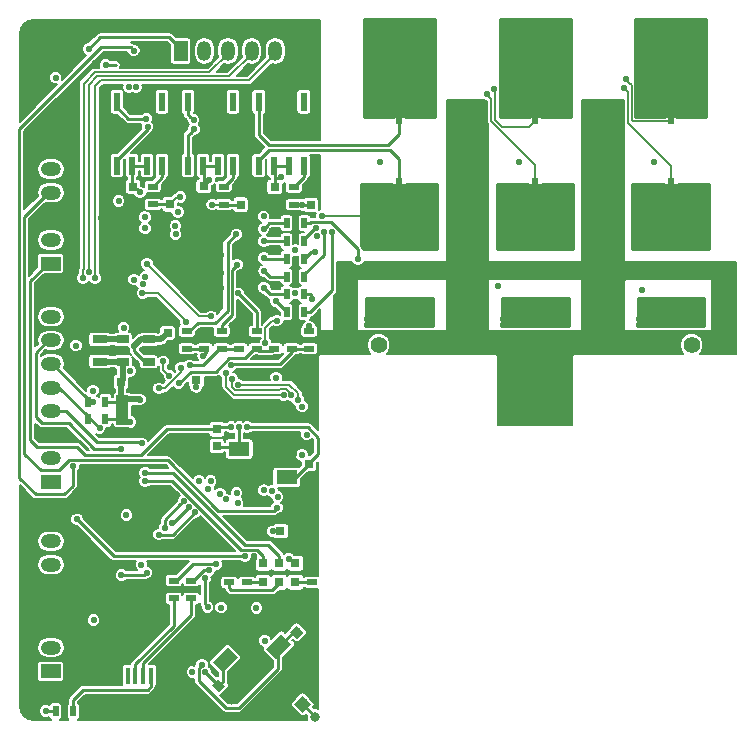
<source format=gbr>
G04 #@! TF.GenerationSoftware,KiCad,Pcbnew,(2017-08-25 revision dd37d0595)-makepkg*
G04 #@! TF.CreationDate,2018-04-16T21:33:21-04:00*
G04 #@! TF.ProjectId,VESC_6.4,564553435F362E342E6B696361645F70,rev?*
G04 #@! TF.SameCoordinates,Original*
G04 #@! TF.FileFunction,Copper,L4,Bot,Signal*
G04 #@! TF.FilePolarity,Positive*
%FSLAX46Y46*%
G04 Gerber Fmt 4.6, Leading zero omitted, Abs format (unit mm)*
G04 Created by KiCad (PCBNEW (2017-08-25 revision dd37d0595)-makepkg) date 04/16/18 21:33:21*
%MOMM*%
%LPD*%
G01*
G04 APERTURE LIST*
%ADD10C,0.546100*%
%ADD11R,0.600000X0.600000*%
%ADD12R,6.200000X2.700000*%
%ADD13R,1.200000X1.900000*%
%ADD14O,1.200000X1.900000*%
%ADD15R,1.500000X1.900000*%
%ADD16C,1.450000*%
%ADD17R,0.400000X1.350000*%
%ADD18C,1.400000*%
%ADD19R,6.500000X6.500000*%
%ADD20R,5.000000X5.000000*%
%ADD21O,1.700000X1.200000*%
%ADD22R,1.700000X1.200000*%
%ADD23R,0.750000X0.800000*%
%ADD24R,0.800000X0.750000*%
%ADD25R,1.000000X2.500000*%
%ADD26R,2.500000X1.000000*%
%ADD27C,0.750000*%
%ADD28C,0.100000*%
%ADD29R,0.800000X0.800000*%
%ADD30O,1.200000X1.700000*%
%ADD31R,1.200000X1.700000*%
%ADD32R,1.300000X0.700000*%
%ADD33R,0.500000X0.900000*%
%ADD34R,0.900000X0.500000*%
%ADD35R,0.600000X1.550000*%
%ADD36C,1.000000*%
%ADD37R,1.800000X1.200000*%
%ADD38C,1.200000*%
%ADD39R,1.060000X0.650000*%
%ADD40C,0.800000*%
%ADD41C,0.250000*%
%ADD42C,0.150000*%
%ADD43C,0.200000*%
%ADD44C,0.500000*%
%ADD45C,0.254000*%
G04 APERTURE END LIST*
D10*
X146084680Y-90723800D03*
X133507480Y-67335400D03*
X123631960Y-123667520D03*
X135234680Y-118795800D03*
X137698480Y-121081800D03*
X134066280Y-117119400D03*
X131119880Y-118033800D03*
X134142480Y-109626400D03*
X136453880Y-111125000D03*
X128960880Y-112826800D03*
X137342880Y-98247200D03*
X144429480Y-98450400D03*
X146436080Y-83642200D03*
X146410680Y-86334600D03*
X129443480Y-68605400D03*
X144734280Y-93522800D03*
X147579080Y-93929200D03*
X138562080Y-75311000D03*
X144480280Y-74574400D03*
X146664680Y-74523600D03*
X129189480Y-110210600D03*
X139171680Y-123875800D03*
X143286480Y-123926600D03*
X147909680Y-118798800D03*
X146309080Y-113741200D03*
X148137880Y-106781600D03*
X137241280Y-81051400D03*
X138257280Y-80314800D03*
X139908280Y-89103200D03*
X130637280Y-85267800D03*
X129951480Y-81762600D03*
X129265680Y-103733600D03*
X138358880Y-109575600D03*
X137703560Y-100965000D03*
X147899120Y-116423440D03*
X123344940Y-69979540D03*
X123743720Y-65628520D03*
X180298200Y-68001800D03*
X179598200Y-68001800D03*
X178898200Y-68001800D03*
X178198200Y-68001800D03*
X177498200Y-68001800D03*
X176798200Y-68001800D03*
X176098200Y-68001800D03*
X180298200Y-67301800D03*
X179598200Y-67301800D03*
X178898200Y-67301800D03*
X178198200Y-67301800D03*
X177498200Y-67301800D03*
X176798200Y-67301800D03*
X176098200Y-67301800D03*
X180298200Y-66601800D03*
X179598200Y-66601800D03*
X178898200Y-66601800D03*
X178198200Y-66601800D03*
X177498200Y-66601800D03*
X176798200Y-66601800D03*
X176098200Y-66601800D03*
X180298200Y-65901800D03*
X179598200Y-65901800D03*
X178898200Y-65901800D03*
X178198200Y-65901800D03*
X177498200Y-65901800D03*
X176798200Y-65901800D03*
X176098200Y-65901800D03*
X180298200Y-65201800D03*
X179598200Y-65201800D03*
X178898200Y-65201800D03*
X178198200Y-65201800D03*
X177498200Y-65201800D03*
X176798200Y-65201800D03*
X157336600Y-68022120D03*
X156636600Y-68022120D03*
X155936600Y-68022120D03*
X155236600Y-68022120D03*
X154536600Y-68022120D03*
X153836600Y-68022120D03*
X153136600Y-68022120D03*
X157336600Y-67322120D03*
X156636600Y-67322120D03*
X155936600Y-67322120D03*
X155236600Y-67322120D03*
X154536600Y-67322120D03*
X153836600Y-67322120D03*
X153136600Y-67322120D03*
X157336600Y-66622120D03*
X156636600Y-66622120D03*
X155936600Y-66622120D03*
X155236600Y-66622120D03*
X154536600Y-66622120D03*
X153836600Y-66622120D03*
X153136600Y-66622120D03*
X157336600Y-65922120D03*
X156636600Y-65922120D03*
X155936600Y-65922120D03*
X155236600Y-65922120D03*
X154536600Y-65922120D03*
X153836600Y-65922120D03*
X153136600Y-65922120D03*
X157336600Y-65222120D03*
X156636600Y-65222120D03*
X155936600Y-65222120D03*
X155236600Y-65222120D03*
X154536600Y-65222120D03*
X153836600Y-65222120D03*
X176098200Y-65201800D03*
X153136600Y-65222120D03*
X168804700Y-68039900D03*
X168104700Y-68039900D03*
X167404700Y-68039900D03*
X166704700Y-68039900D03*
X166004700Y-68039900D03*
X165304700Y-68039900D03*
X164604700Y-68039900D03*
X168804700Y-67339900D03*
X168104700Y-67339900D03*
X167404700Y-67339900D03*
X166704700Y-67339900D03*
X166004700Y-67339900D03*
X165304700Y-67339900D03*
X164604700Y-67339900D03*
X168804700Y-66639900D03*
X168104700Y-66639900D03*
X167404700Y-66639900D03*
X166704700Y-66639900D03*
X166004700Y-66639900D03*
X165304700Y-66639900D03*
X164604700Y-66639900D03*
X168804700Y-65939900D03*
X168104700Y-65939900D03*
X167404700Y-65939900D03*
X166704700Y-65939900D03*
X166004700Y-65939900D03*
X165304700Y-65939900D03*
X164604700Y-65939900D03*
X168804700Y-65239900D03*
X168104700Y-65239900D03*
X167404700Y-65239900D03*
X166704700Y-65239900D03*
X166004700Y-65239900D03*
X165304700Y-65239900D03*
X164604700Y-65239900D03*
X162005700Y-76767800D03*
X161305700Y-76067800D03*
X162005700Y-74667800D03*
X161305700Y-76767800D03*
X162005700Y-72567800D03*
X160605700Y-76067800D03*
X160605700Y-76767800D03*
X160605700Y-75367800D03*
X160605700Y-73967800D03*
X159905700Y-74667800D03*
X162005700Y-73967800D03*
X159905700Y-76067800D03*
X161305700Y-75367800D03*
X161305700Y-74667800D03*
X159905700Y-76767800D03*
X160605700Y-72567800D03*
X161305700Y-73267800D03*
X159905700Y-75367800D03*
X162005700Y-76067800D03*
X161305700Y-73967800D03*
X162005700Y-73267800D03*
X159905700Y-72567800D03*
X162005700Y-75367800D03*
X160605700Y-74667800D03*
X159905700Y-73967800D03*
X160605700Y-73267800D03*
X161305700Y-72567800D03*
X159905700Y-73267800D03*
X173511900Y-76793200D03*
X172811900Y-76793200D03*
X172111900Y-76793200D03*
X171411900Y-76793200D03*
X173511900Y-76093200D03*
X172811900Y-76093200D03*
X172111900Y-76093200D03*
X171411900Y-76093200D03*
X173511900Y-75393200D03*
X172811900Y-75393200D03*
X172111900Y-75393200D03*
X171411900Y-75393200D03*
X173511900Y-74693200D03*
X172811900Y-74693200D03*
X172111900Y-74693200D03*
X171411900Y-74693200D03*
X173511900Y-73993200D03*
X172811900Y-73993200D03*
X172111900Y-73993200D03*
X171411900Y-73993200D03*
X173511900Y-73293200D03*
X172811900Y-73293200D03*
X172111900Y-73293200D03*
X171411900Y-73293200D03*
X173511900Y-72593200D03*
X172811900Y-72593200D03*
X172111900Y-72593200D03*
X171411900Y-72593200D03*
X157349300Y-84154700D03*
X156649300Y-84154700D03*
X155949300Y-84154700D03*
X155249300Y-84154700D03*
X154549300Y-84154700D03*
X153849300Y-84154700D03*
X153149300Y-84154700D03*
X157349300Y-83454700D03*
X156649300Y-83454700D03*
X155949300Y-83454700D03*
X155249300Y-83454700D03*
X154549300Y-83454700D03*
X153849300Y-83454700D03*
X153149300Y-83454700D03*
X157349300Y-82754700D03*
X156649300Y-82754700D03*
X155949300Y-82754700D03*
X155249300Y-82754700D03*
X154549300Y-82754700D03*
X153849300Y-82754700D03*
X153149300Y-82754700D03*
X157349300Y-82054700D03*
X156649300Y-82054700D03*
X155949300Y-82054700D03*
X155249300Y-82054700D03*
X154549300Y-82054700D03*
X153849300Y-82054700D03*
X168868200Y-84167400D03*
X168168200Y-84167400D03*
X167468200Y-84167400D03*
X166768200Y-84167400D03*
X166068200Y-84167400D03*
X165368200Y-84167400D03*
X164668200Y-84167400D03*
X168868200Y-83467400D03*
X168168200Y-83467400D03*
X167468200Y-83467400D03*
X166768200Y-83467400D03*
X166068200Y-83467400D03*
X165368200Y-83467400D03*
X164668200Y-83467400D03*
X168868200Y-82767400D03*
X168168200Y-82767400D03*
X167468200Y-82767400D03*
X166768200Y-82767400D03*
X166068200Y-82767400D03*
X165368200Y-82767400D03*
X164668200Y-82767400D03*
X168868200Y-82067400D03*
X168168200Y-82067400D03*
X167468200Y-82067400D03*
X166768200Y-82067400D03*
X166068200Y-82067400D03*
X165368200Y-82067400D03*
X153149300Y-82054700D03*
X164668200Y-82067400D03*
X180310900Y-84154700D03*
X179610900Y-84154700D03*
X178910900Y-84154700D03*
X178210900Y-84154700D03*
X177510900Y-84154700D03*
X176810900Y-84154700D03*
X176110900Y-84154700D03*
X180310900Y-83454700D03*
X179610900Y-83454700D03*
X178910900Y-83454700D03*
X178210900Y-83454700D03*
X177510900Y-83454700D03*
X176810900Y-83454700D03*
X176110900Y-83454700D03*
X180310900Y-82754700D03*
X179610900Y-82754700D03*
X178910900Y-82754700D03*
X178210900Y-82754700D03*
X177510900Y-82754700D03*
X176810900Y-82754700D03*
X176110900Y-82754700D03*
X180310900Y-82054700D03*
X179610900Y-82054700D03*
X178910900Y-82054700D03*
X178210900Y-82054700D03*
X177510900Y-82054700D03*
X176810900Y-82054700D03*
X176110900Y-82054700D03*
D11*
X166707400Y-73564900D03*
X166707400Y-78644900D03*
D12*
X166707400Y-80254900D03*
X166707400Y-71954900D03*
D13*
X135772480Y-123182900D03*
X129972480Y-123182900D03*
D14*
X129372480Y-123182900D03*
X136372480Y-123182900D03*
D15*
X133872480Y-123182900D03*
D16*
X130372480Y-120482900D03*
D17*
X132872480Y-120482900D03*
X132222480Y-120482900D03*
X131572480Y-120482900D03*
X134172480Y-120482900D03*
X133522480Y-120482900D03*
D16*
X135372480Y-120482900D03*
D15*
X131872480Y-123182900D03*
D18*
X174957400Y-92504900D03*
X179957400Y-92504900D03*
X158457400Y-92504900D03*
X153457400Y-92504900D03*
D19*
X166707400Y-96104900D03*
D20*
X178207400Y-67354900D03*
X166707400Y-67354900D03*
X155207400Y-67354900D03*
D21*
X125707400Y-118116600D03*
D22*
X125707400Y-120116600D03*
D23*
X147599400Y-102553200D03*
X147599400Y-101053200D03*
D24*
X138035600Y-95453200D03*
X139535600Y-95453200D03*
D23*
X139766040Y-99627120D03*
X139766040Y-98127120D03*
X139738100Y-102553200D03*
X139738100Y-101053200D03*
D24*
X146646900Y-108267500D03*
X145146900Y-108267500D03*
D23*
X135585200Y-91477400D03*
X135585200Y-92977400D03*
D24*
X131647500Y-95618300D03*
X133147500Y-95618300D03*
D25*
X134748400Y-97993200D03*
X131748400Y-97993200D03*
D24*
X143153700Y-79121000D03*
X144653700Y-79121000D03*
D23*
X147695402Y-79133000D03*
X147695402Y-80633000D03*
X141777202Y-79120300D03*
X141777202Y-80620300D03*
X135770102Y-80582200D03*
X135770102Y-79082200D03*
D26*
X156707400Y-86104900D03*
X156707400Y-89104900D03*
X153707400Y-89104900D03*
X153707400Y-86104900D03*
D24*
X138659300Y-79070200D03*
X137159300Y-79070200D03*
D26*
X168207400Y-86104900D03*
X168207400Y-89104900D03*
X165207400Y-89104900D03*
X165207400Y-86104900D03*
D24*
X131152200Y-79095600D03*
X132652200Y-79095600D03*
D26*
X176707400Y-86104900D03*
X176707400Y-89104900D03*
X179707400Y-89104900D03*
X179707400Y-86104900D03*
D27*
X140979630Y-122399530D03*
D28*
G36*
X141527638Y-122417208D02*
X140997308Y-122947538D01*
X140431622Y-122381852D01*
X140961952Y-121851522D01*
X141527638Y-122417208D01*
X141527638Y-122417208D01*
G37*
D27*
X139918970Y-121338870D03*
D28*
G36*
X140466978Y-121356548D02*
X139936648Y-121886878D01*
X139370962Y-121321192D01*
X139901292Y-120790862D01*
X140466978Y-121356548D01*
X140466978Y-121356548D01*
G37*
D27*
X146532600Y-116827300D03*
D28*
G36*
X145984592Y-116809622D02*
X146514922Y-116279292D01*
X147080608Y-116844978D01*
X146550278Y-117375308D01*
X145984592Y-116809622D01*
X145984592Y-116809622D01*
G37*
D27*
X145471940Y-115766640D03*
D28*
G36*
X144923932Y-115748962D02*
X145454262Y-115218632D01*
X146019948Y-115784318D01*
X145489618Y-116314648D01*
X144923932Y-115748962D01*
X144923932Y-115748962D01*
G37*
D29*
X146418300Y-110985400D03*
X146418300Y-112585400D03*
X143687800Y-112585400D03*
X143687800Y-110985400D03*
X145046700Y-112585400D03*
X145046700Y-110985400D03*
D30*
X146707400Y-67604900D03*
X144707400Y-67604900D03*
X142707400Y-67604900D03*
X140707400Y-67604900D03*
X138707400Y-67604900D03*
D31*
X136707400Y-67604900D03*
D21*
X125707400Y-90104900D03*
X125707400Y-92104900D03*
X125707400Y-94104900D03*
X125707400Y-96104900D03*
X125707400Y-98104900D03*
X125707400Y-100104900D03*
X125707400Y-102104900D03*
D22*
X125707400Y-104104900D03*
D21*
X125707400Y-109104900D03*
X125707400Y-111104900D03*
D22*
X125707400Y-113104900D03*
D21*
X125707400Y-77604900D03*
X125707400Y-79604900D03*
X125707400Y-81604900D03*
X125707400Y-83604900D03*
D22*
X125707400Y-85604900D03*
D32*
X129832100Y-93914000D03*
X129832100Y-92014000D03*
D33*
X127602680Y-123520200D03*
X126102680Y-123520200D03*
D34*
X136105900Y-112457800D03*
X136105900Y-113957800D03*
X137591800Y-113957800D03*
X137591800Y-112457800D03*
X147828000Y-112573500D03*
X147828000Y-111073500D03*
X142290800Y-111086200D03*
X142290800Y-112586200D03*
X140817600Y-112586200D03*
X140817600Y-111086200D03*
X147579310Y-91325000D03*
X147579310Y-92825000D03*
X146100800Y-92825000D03*
X146100800Y-91325000D03*
X137212272Y-91327304D03*
X137212272Y-92827304D03*
X138710872Y-92827304D03*
X138710872Y-91327304D03*
X140182100Y-91324626D03*
X140182100Y-92824626D03*
X141655300Y-92824626D03*
X141655300Y-91324626D03*
X143131047Y-92817555D03*
X143131047Y-91317555D03*
X144616947Y-91317555D03*
X144616947Y-92817555D03*
X146278600Y-79133000D03*
X146278600Y-80633000D03*
X140335000Y-79107600D03*
X140335000Y-80607600D03*
X134340600Y-79082200D03*
X134340600Y-80582200D03*
D33*
X145681000Y-82184498D03*
X147181000Y-82184498D03*
X145681000Y-83705700D03*
X147181000Y-83705700D03*
X147181700Y-85204300D03*
X145681700Y-85204300D03*
X145681000Y-86702900D03*
X147181000Y-86702900D03*
X145681000Y-88201500D03*
X147181000Y-88201500D03*
X147181000Y-89712800D03*
X145681000Y-89712800D03*
X130315400Y-97282000D03*
X128815400Y-97282000D03*
X128814402Y-98749728D03*
X130314402Y-98749728D03*
D35*
X143302400Y-77304900D03*
X144572400Y-77304900D03*
X145842400Y-77304900D03*
X147112400Y-77304900D03*
X147112400Y-71904900D03*
X145842400Y-71904900D03*
X144572400Y-71904900D03*
X143302400Y-71904900D03*
X137302400Y-71904900D03*
X138572400Y-71904900D03*
X139842400Y-71904900D03*
X141112400Y-71904900D03*
X141112400Y-77304900D03*
X139842400Y-77304900D03*
X138572400Y-77304900D03*
X137302400Y-77304900D03*
X131302400Y-77304900D03*
X132572400Y-77304900D03*
X133842400Y-77304900D03*
X135112400Y-77304900D03*
X135112400Y-71904900D03*
X133842400Y-71904900D03*
X132572400Y-71904900D03*
X131302400Y-71904900D03*
D36*
X147018060Y-122915560D03*
D28*
G36*
X147725167Y-122915560D02*
X147018060Y-123622667D01*
X146310953Y-122915560D01*
X147018060Y-122208453D01*
X147725167Y-122915560D01*
X147725167Y-122915560D01*
G37*
D36*
X147018060Y-120794240D03*
D28*
G36*
X148149431Y-121218504D02*
X147442324Y-121925611D01*
X145886689Y-120369976D01*
X146593796Y-119662869D01*
X148149431Y-121218504D01*
X148149431Y-121218504D01*
G37*
D36*
X144896740Y-122915560D03*
D28*
G36*
X146028111Y-123339824D02*
X145321004Y-124046931D01*
X143765369Y-122491296D01*
X144472476Y-121784189D01*
X146028111Y-123339824D01*
X146028111Y-123339824D01*
G37*
D37*
X145675100Y-103701700D03*
X141675100Y-103701700D03*
X141675100Y-101301700D03*
X145675100Y-101301700D03*
D38*
X142169615Y-120855342D03*
D28*
G36*
X141957483Y-121916002D02*
X141108955Y-121067474D01*
X142381747Y-119794682D01*
X143230275Y-120643210D01*
X141957483Y-121916002D01*
X141957483Y-121916002D01*
G37*
D38*
X144998042Y-118026915D03*
D28*
G36*
X144785910Y-119087575D02*
X143937382Y-118239047D01*
X145210174Y-116966255D01*
X146058702Y-117814783D01*
X144785910Y-119087575D01*
X144785910Y-119087575D01*
G37*
D38*
X143300985Y-116329858D03*
D28*
G36*
X143088853Y-117390518D02*
X142240325Y-116541990D01*
X143513117Y-115269198D01*
X144361645Y-116117726D01*
X143088853Y-117390518D01*
X143088853Y-117390518D01*
G37*
D38*
X140472558Y-119158285D03*
D28*
G36*
X140260426Y-120218945D02*
X139411898Y-119370417D01*
X140684690Y-118097625D01*
X141533218Y-118946153D01*
X140260426Y-120218945D01*
X140260426Y-120218945D01*
G37*
D12*
X155207400Y-71954900D03*
X155207400Y-80254900D03*
D11*
X155207400Y-78644900D03*
X155207400Y-73564900D03*
D12*
X178207400Y-71954900D03*
X178207400Y-80254900D03*
D11*
X178207400Y-78644900D03*
X178207400Y-73564900D03*
D39*
X131805500Y-92026700D03*
X131805500Y-93926700D03*
X134005500Y-93926700D03*
X134005500Y-92976700D03*
X134005500Y-92026700D03*
D10*
X134859540Y-108546900D03*
X137900237Y-106663663D03*
X133454140Y-99271678D03*
X140715030Y-117583655D03*
X142886864Y-110374144D03*
X134919059Y-92791280D03*
X148036280Y-71958200D03*
X143017240Y-105879900D03*
X146044920Y-108780580D03*
X132435600Y-96296480D03*
X128285240Y-95295720D03*
X138798300Y-84874100D03*
X140096600Y-84874100D03*
X137500000Y-84874100D03*
X140096600Y-86374100D03*
X138798300Y-86374100D03*
X137500000Y-86374100D03*
X140096600Y-83374100D03*
X138798300Y-83374100D03*
X137500000Y-83374100D03*
X138798300Y-82074100D03*
X140096600Y-87674100D03*
X138798300Y-87674100D03*
X137500000Y-87674100D03*
X140096600Y-82074100D03*
X137500000Y-82074100D03*
X127952500Y-76238100D03*
X125120400Y-73431400D03*
X141389472Y-116925782D03*
X140505589Y-116041899D03*
X139621706Y-116925782D03*
X130898900Y-114312700D03*
X131145280Y-105709720D03*
X127563880Y-102782978D03*
X132727700Y-67564000D03*
X142326563Y-99457516D03*
X129284680Y-96348800D03*
X145846768Y-110598800D03*
X140133687Y-114725574D03*
X133259680Y-79573800D03*
X145234676Y-78298800D03*
X138003280Y-96032320D03*
X143717395Y-81614395D03*
X131869180Y-91025980D03*
X144782220Y-95275400D03*
X133258560Y-97114360D03*
X132735320Y-97109280D03*
X137698480Y-120192800D03*
X139120880Y-78486000D03*
X132407660Y-94701360D03*
X132440680Y-99004120D03*
X148221700Y-83299300D03*
X144475200Y-108270040D03*
X127817880Y-92552520D03*
X143824898Y-117531319D03*
X143116300Y-114757200D03*
X132110480Y-106908600D03*
X146989800Y-97713800D03*
X130352800Y-68808600D03*
X129324100Y-115798600D03*
X140975080Y-99458780D03*
X141653050Y-99438970D03*
X125277880Y-123494800D03*
X133380480Y-111099600D03*
X131452620Y-80307180D03*
X132781040Y-92547440D03*
X132897880Y-70637400D03*
X132334000Y-70642480D03*
X126111000Y-69862700D03*
X147576540Y-90921840D03*
X152511800Y-90271600D03*
X152511800Y-90766900D03*
X153111800Y-90766900D03*
X153711800Y-90766900D03*
X154311800Y-90766900D03*
X154911800Y-90766900D03*
X155511800Y-90766900D03*
X156111800Y-90766900D03*
X156711800Y-90766900D03*
X157311800Y-90766900D03*
X153111800Y-90271600D03*
X153711800Y-90271600D03*
X154311800Y-90271600D03*
X154911800Y-90271600D03*
X155511800Y-90271600D03*
X156111800Y-90271600D03*
X156711800Y-90271600D03*
X157311800Y-90271600D03*
X157911800Y-90271600D03*
X157911800Y-90766900D03*
X164030700Y-90271600D03*
X164630700Y-90271600D03*
X165230700Y-90271600D03*
X165830700Y-90271600D03*
X166430700Y-90271600D03*
X167030700Y-90271600D03*
X167630700Y-90271600D03*
X168230700Y-90271600D03*
X168830700Y-90271600D03*
X164030700Y-90766900D03*
X164630700Y-90766900D03*
X165230700Y-90766900D03*
X165830700Y-90766900D03*
X166430700Y-90766900D03*
X167030700Y-90766900D03*
X167630700Y-90766900D03*
X168230700Y-90766900D03*
X168830700Y-90766900D03*
X169430700Y-90271600D03*
X169430700Y-90766900D03*
X175522600Y-90271600D03*
X176122600Y-90271600D03*
X176722600Y-90271600D03*
X177322600Y-90271600D03*
X177922600Y-90271600D03*
X178522600Y-90271600D03*
X179122600Y-90271600D03*
X179722600Y-90271600D03*
X180322600Y-90271600D03*
X175522600Y-90766900D03*
X176122600Y-90766900D03*
X176722600Y-90766900D03*
X177322600Y-90766900D03*
X177922600Y-90766900D03*
X178522600Y-90766900D03*
X179122600Y-90766900D03*
X179722600Y-90766900D03*
X180322600Y-90766900D03*
X180922600Y-90766900D03*
X180922600Y-90271600D03*
X148635720Y-81575180D03*
X141414500Y-83121500D03*
X141459676Y-85698800D03*
X146400520Y-84460080D03*
X141579532Y-88124105D03*
X146375120Y-88132920D03*
X146984680Y-80623800D03*
X146627788Y-97137393D03*
X141557158Y-95840661D03*
X146080379Y-96745701D03*
X141058755Y-95378927D03*
X139374880Y-80619600D03*
X136684680Y-79973800D03*
X145407380Y-96733360D03*
X140528040Y-94869000D03*
X143873996Y-92295105D03*
X144842615Y-90432505D03*
X136740900Y-94404180D03*
X134858525Y-96164400D03*
X138769343Y-120204682D03*
X138509680Y-119548800D03*
D40*
X148082000Y-123964700D03*
D10*
X133692900Y-104000673D03*
X133692900Y-103327560D03*
X129440620Y-86842600D03*
X139243165Y-104029443D03*
X128928180Y-86354920D03*
X139013000Y-104671877D03*
X128428120Y-86827845D03*
X138243053Y-104026768D03*
X128930400Y-67437000D03*
X131609680Y-101273800D03*
X129301280Y-97282000D03*
X129832100Y-99529900D03*
X133409680Y-100827560D03*
X144851120Y-106273600D03*
X142151100Y-110367360D03*
X127939800Y-107251500D03*
X139710494Y-111078563D03*
X139134680Y-111548860D03*
X140970895Y-94173810D03*
X138611225Y-93422855D03*
X137458711Y-94219421D03*
X136526198Y-95755657D03*
X143725900Y-82664507D03*
X143753941Y-83714619D03*
X137809663Y-74246817D03*
X162636200Y-71272400D03*
X143759678Y-85148800D03*
X143776700Y-86223911D03*
X174251620Y-70759320D03*
X133892695Y-74008148D03*
X143734680Y-87648800D03*
X144741900Y-88773000D03*
X133809680Y-111773800D03*
X136943969Y-105718543D03*
X131686300Y-111988600D03*
X135384600Y-107950000D03*
X135984680Y-107548800D03*
X137398219Y-106215269D03*
X147367427Y-100086993D03*
X136474200Y-81241900D03*
X146975168Y-101826060D03*
X139273816Y-90067864D03*
X133843082Y-85624040D03*
X143758920Y-104795320D03*
X133695440Y-82626200D03*
X144454841Y-104854325D03*
X136245600Y-82428080D03*
X136267551Y-83113321D03*
X144905012Y-105354750D03*
X133510284Y-87348927D03*
X141523720Y-105872280D03*
X133709680Y-86698800D03*
X141428036Y-105026321D03*
X132742620Y-86959440D03*
X140508740Y-105562534D03*
X133684676Y-81673800D03*
X140027523Y-105091886D03*
X133465742Y-88084770D03*
X137133135Y-90567473D03*
X135241884Y-93879164D03*
X135739129Y-95095456D03*
X138984676Y-114673800D03*
X138747500Y-112242600D03*
X137798368Y-73448800D03*
X163195000Y-70815200D03*
X174363380Y-70007480D03*
X133805280Y-73340737D03*
X148117984Y-82625300D03*
X153606500Y-77000100D03*
X151711660Y-85222080D03*
X165341300Y-77012800D03*
X148844000Y-82905600D03*
X149539127Y-82959773D03*
X176733200Y-77000100D03*
X163565840Y-87533478D03*
X148041360Y-84637880D03*
X147859680Y-88598800D03*
X175783240Y-87858600D03*
D41*
X135245691Y-108546900D02*
X134859540Y-108546900D01*
X136017000Y-108546900D02*
X135245691Y-108546900D01*
X137900237Y-106663663D02*
X136017000Y-108546900D01*
X146100800Y-91325000D02*
X146100800Y-90739920D01*
X146100800Y-90739920D02*
X146084680Y-90723800D01*
X142290800Y-111086200D02*
X142490800Y-111086200D01*
X142990800Y-110478080D02*
X142886864Y-110374144D01*
X142490800Y-111086200D02*
X142990800Y-110586200D01*
X142990800Y-110586200D02*
X142990800Y-110478080D01*
X131145280Y-105709720D02*
X130827082Y-105709720D01*
X146100800Y-91325000D02*
X144624392Y-91325000D01*
X144624392Y-91325000D02*
X144616947Y-91317555D01*
X127563880Y-104414320D02*
X127563880Y-103169129D01*
X132454651Y-67290951D02*
X129995929Y-67290951D01*
X127563880Y-103169129D02*
X127563880Y-102782978D01*
X126847600Y-105130600D02*
X127563880Y-104414320D01*
X123050300Y-103756460D02*
X124424440Y-105130600D01*
X129995929Y-67290951D02*
X123050300Y-74236580D01*
X123050300Y-74236580D02*
X123050300Y-103756460D01*
X124424440Y-105130600D02*
X126847600Y-105130600D01*
X132727700Y-67564000D02*
X132454651Y-67290951D01*
D42*
X138707400Y-67604900D02*
X138707400Y-67854900D01*
D41*
X147480498Y-99457516D02*
X142712714Y-99457516D01*
X147599400Y-102553200D02*
X147599400Y-102528200D01*
X148361400Y-100338418D02*
X147480498Y-99457516D01*
X142712714Y-99457516D02*
X142326563Y-99457516D01*
X148361400Y-101766200D02*
X148361400Y-100338418D01*
X147599400Y-102528200D02*
X148361400Y-101766200D01*
X145675100Y-103701700D02*
X146450900Y-103701700D01*
X146450900Y-103701700D02*
X147599400Y-102553200D01*
D43*
X146233368Y-110985400D02*
X146119817Y-110871849D01*
X146418300Y-110985400D02*
X146233368Y-110985400D01*
X146119817Y-110871849D02*
X145846768Y-110598800D01*
D41*
X132986631Y-79300751D02*
X133259680Y-79573800D01*
X132781480Y-79095600D02*
X132986631Y-79300751D01*
X132652200Y-79095600D02*
X132781480Y-79095600D01*
X144653700Y-79121000D02*
X144653700Y-78373800D01*
X144653700Y-78373800D02*
X145259680Y-78373800D01*
X138003280Y-95646169D02*
X138003280Y-96032320D01*
X138003280Y-95485520D02*
X138003280Y-95646169D01*
X138035600Y-95453200D02*
X138003280Y-95485520D01*
D44*
X132735320Y-97109280D02*
X131947920Y-97109280D01*
X131947920Y-97109280D02*
X131748400Y-97308800D01*
X131748400Y-97308800D02*
X131748400Y-97993200D01*
X133253480Y-97109280D02*
X133258560Y-97114360D01*
X132735320Y-97109280D02*
X133253480Y-97109280D01*
D41*
X138895881Y-78710999D02*
X139120880Y-78486000D01*
X138659300Y-78947580D02*
X138895881Y-78710999D01*
X138659300Y-79070200D02*
X138659300Y-78947580D01*
X138659300Y-79070200D02*
X138765280Y-79070200D01*
X138765280Y-79070200D02*
X138866880Y-78968600D01*
X144475200Y-108270040D02*
X145144360Y-108270040D01*
X145144360Y-108270040D02*
X145146900Y-108267500D01*
D44*
X129832100Y-93914000D02*
X129837220Y-93908880D01*
X129837220Y-93908880D02*
X131582680Y-93908880D01*
X131582680Y-93908880D02*
X131600500Y-93926700D01*
X131600500Y-93926700D02*
X131805500Y-93926700D01*
D41*
X130314402Y-98749728D02*
X131628272Y-98749728D01*
X131628272Y-98749728D02*
X131748400Y-98629600D01*
X131748400Y-98629600D02*
X131748400Y-97993200D01*
X130315400Y-97282000D02*
X131724400Y-97282000D01*
X131724400Y-97282000D02*
X131775200Y-97231200D01*
X131775200Y-97231200D02*
X131775200Y-97966400D01*
X131775200Y-97966400D02*
X131748400Y-97993200D01*
X131207400Y-68804900D02*
X130356500Y-68804900D01*
X130356500Y-68804900D02*
X130352800Y-68808600D01*
X144572400Y-77304900D02*
X145842400Y-77304900D01*
X144653700Y-79121000D02*
X144653700Y-77386200D01*
X144653700Y-77386200D02*
X144572400Y-77304900D01*
X138572400Y-77304900D02*
X139842400Y-77304900D01*
X132572400Y-77304900D02*
X133842400Y-77304900D01*
X132572400Y-77304900D02*
X132572400Y-79015800D01*
X132572400Y-79015800D02*
X132652200Y-79095600D01*
X138659300Y-79070200D02*
X138659300Y-77391800D01*
X138659300Y-77391800D02*
X138572400Y-77304900D01*
D44*
X131647500Y-95618300D02*
X131647500Y-97892300D01*
X131647500Y-97892300D02*
X131748400Y-97993200D01*
X131805500Y-93926700D02*
X131805500Y-95460300D01*
X131805500Y-95460300D02*
X131647500Y-95618300D01*
D41*
X125469100Y-85604900D02*
X125707400Y-85604900D01*
X123972320Y-87101680D02*
X125469100Y-85604900D01*
X123972320Y-100538280D02*
X123972320Y-87101680D01*
X127899160Y-101117400D02*
X124551440Y-101117400D01*
X133309360Y-101823520D02*
X128605280Y-101823520D01*
X135505760Y-99627120D02*
X133309360Y-101823520D01*
X139766040Y-99627120D02*
X135505760Y-99627120D01*
X124551440Y-101117400D02*
X123972320Y-100538280D01*
X128605280Y-101823520D02*
X127899160Y-101117400D01*
X140588929Y-99458780D02*
X140975080Y-99458780D01*
X139700700Y-99656900D02*
X139898820Y-99458780D01*
X139898820Y-99458780D02*
X140588929Y-99458780D01*
X141675100Y-101301700D02*
X141675100Y-99461020D01*
X141675100Y-99461020D02*
X141653050Y-99438970D01*
X141675100Y-101301700D02*
X141478100Y-101104700D01*
X141478100Y-101104700D02*
X139789600Y-101104700D01*
X139789600Y-101104700D02*
X139738100Y-101053200D01*
X128930400Y-67437000D02*
X128930400Y-67428080D01*
X136707400Y-67421520D02*
X136707400Y-67604900D01*
X128930400Y-67428080D02*
X129909680Y-66448800D01*
X129909680Y-66448800D02*
X135734680Y-66448800D01*
X135734680Y-66448800D02*
X136707400Y-67421520D01*
X126102680Y-123520200D02*
X125303280Y-123520200D01*
X125303280Y-123520200D02*
X125277880Y-123494800D01*
X134005500Y-92026700D02*
X133306860Y-92026700D01*
X133306860Y-92026700D02*
X132755640Y-92577920D01*
X132755640Y-92577920D02*
X132755640Y-93019880D01*
X132755640Y-93019880D02*
X133662460Y-93926700D01*
X133662460Y-93926700D02*
X134005500Y-93926700D01*
D44*
X134005500Y-92026700D02*
X133804620Y-92026700D01*
X133804620Y-92026700D02*
X133791960Y-92014040D01*
X133791960Y-92014040D02*
X133309360Y-92014040D01*
X133309360Y-92014040D02*
X132781040Y-92542360D01*
X132781040Y-92542360D02*
X132781040Y-92547440D01*
X134005500Y-92026700D02*
X135035900Y-92026700D01*
X135035900Y-92026700D02*
X135585200Y-91477400D01*
D42*
X147579310Y-91325000D02*
X147579310Y-90924610D01*
X147579310Y-90924610D02*
X147576540Y-90921840D01*
X153162000Y-90805000D02*
X152730200Y-90805000D01*
X154216100Y-90805000D02*
X153644600Y-90805000D01*
X155257500Y-90792300D02*
X154698700Y-90792300D01*
X154698700Y-90792300D02*
X154686000Y-90805000D01*
X156425900Y-90779600D02*
X155879800Y-90779600D01*
X157429200Y-90779600D02*
X156946600Y-90779600D01*
X153136600Y-90258900D02*
X152692100Y-90258900D01*
X152692100Y-90258900D02*
X152666700Y-90233500D01*
X154355800Y-90309700D02*
X153720800Y-90309700D01*
X153720800Y-90309700D02*
X153695400Y-90284300D01*
X155689300Y-90258900D02*
X155016200Y-90258900D01*
X155016200Y-90258900D02*
X155003500Y-90271600D01*
X156921200Y-90258900D02*
X156349700Y-90258900D01*
X156349700Y-90258900D02*
X156337000Y-90246200D01*
X157911800Y-90271600D02*
X157505400Y-90271600D01*
X157505400Y-90271600D02*
X157492700Y-90258900D01*
X156707400Y-89104900D02*
X156707400Y-89754900D01*
X156707400Y-89754900D02*
X157668600Y-90716100D01*
X157668600Y-90716100D02*
X157861000Y-90716100D01*
X164884100Y-90284300D02*
X164261800Y-90284300D01*
X164261800Y-90284300D02*
X164249100Y-90271600D01*
X166077900Y-90258900D02*
X165430200Y-90258900D01*
X165430200Y-90258900D02*
X165404800Y-90284300D01*
X167132000Y-90284300D02*
X166535100Y-90284300D01*
X168389300Y-90284300D02*
X167703500Y-90284300D01*
X169430700Y-90271600D02*
X168897300Y-90271600D01*
X165455600Y-90779600D02*
X164846000Y-90779600D01*
X164846000Y-90779600D02*
X164833300Y-90766900D01*
X166624000Y-90779600D02*
X166014400Y-90779600D01*
X166014400Y-90779600D02*
X166001700Y-90766900D01*
X167817800Y-90779600D02*
X167233600Y-90779600D01*
X168897300Y-90779600D02*
X168363900Y-90779600D01*
X169430700Y-90766900D02*
X169430700Y-90284300D01*
X168207400Y-89104900D02*
X168207400Y-89754900D01*
X168207400Y-89754900D02*
X169194000Y-90741500D01*
X169194000Y-90741500D02*
X169354500Y-90741500D01*
X176060100Y-90284300D02*
X175514000Y-90284300D01*
X175514000Y-90284300D02*
X175488600Y-90258900D01*
X177279300Y-90309700D02*
X176745900Y-90309700D01*
X176745900Y-90309700D02*
X176707800Y-90271600D01*
X178523900Y-90297000D02*
X177952400Y-90297000D01*
X179717700Y-90271600D02*
X179120800Y-90271600D01*
X180922600Y-90271600D02*
X180340000Y-90271600D01*
D41*
X176618900Y-90792300D02*
X176149000Y-90792300D01*
X176149000Y-90792300D02*
X176136300Y-90779600D01*
X177749200Y-90779600D02*
X177177700Y-90779600D01*
X177177700Y-90779600D02*
X177165000Y-90792300D01*
X178765200Y-90779600D02*
X178269900Y-90779600D01*
X178269900Y-90779600D02*
X178257200Y-90766900D01*
X179793900Y-90766900D02*
X179298600Y-90766900D01*
X180822600Y-90766900D02*
X180301900Y-90766900D01*
X179707400Y-89854900D02*
X180568600Y-90716100D01*
X180568600Y-90716100D02*
X180809900Y-90716100D01*
X179707400Y-89104900D02*
X179707400Y-89854900D01*
X180822600Y-90703400D02*
X180809900Y-90716100D01*
X180822600Y-90258900D02*
X180822600Y-90703400D01*
X137412272Y-91327304D02*
X137212272Y-91327304D01*
X139645186Y-90601800D02*
X138137776Y-90601800D01*
X141414500Y-83121500D02*
X140666190Y-83869810D01*
X140666190Y-89580796D02*
X139645186Y-90601800D01*
X140666190Y-83869810D02*
X140666190Y-89580796D01*
X138137776Y-90601800D02*
X137412272Y-91327304D01*
D43*
X152004420Y-81575180D02*
X149021871Y-81575180D01*
X152049480Y-81620240D02*
X152004420Y-81575180D01*
X149021871Y-81575180D02*
X148635720Y-81575180D01*
X152049480Y-81620240D02*
X152714840Y-81620240D01*
D41*
X155207400Y-80254900D02*
X153414820Y-80254900D01*
X153414820Y-80254900D02*
X152049480Y-81620240D01*
X153149300Y-82054700D02*
X153374299Y-81829701D01*
X153374299Y-81829701D02*
X153632599Y-81829701D01*
X153632599Y-81829701D02*
X155207400Y-80254900D01*
X155249300Y-82054700D02*
X155249300Y-80296800D01*
X155249300Y-80296800D02*
X155207400Y-80254900D01*
D43*
X152714840Y-81620240D02*
X152924301Y-81829701D01*
X152924301Y-81829701D02*
X153149300Y-82054700D01*
D41*
X137212272Y-91327304D02*
X137212272Y-91298828D01*
X141046200Y-86112276D02*
X141186627Y-85971849D01*
X140182100Y-91324626D02*
X140182100Y-90824626D01*
X141046200Y-89960526D02*
X141046200Y-86112276D01*
X140182100Y-90824626D02*
X141046200Y-89960526D01*
X141186627Y-85971849D02*
X141459676Y-85698800D01*
X166768200Y-82067400D02*
X166768200Y-80315700D01*
X166768200Y-80315700D02*
X166707400Y-80254900D01*
X141852581Y-88397154D02*
X141579532Y-88124105D01*
X143131047Y-91317555D02*
X143131047Y-89675620D01*
X143131047Y-89675620D02*
X141852581Y-88397154D01*
X178210900Y-82054700D02*
X178210900Y-80258400D01*
X178210900Y-80258400D02*
X178207400Y-80254900D01*
X147695402Y-80633000D02*
X146993880Y-80633000D01*
X146278600Y-80633000D02*
X146978600Y-80633000D01*
X146993880Y-80633000D02*
X146984680Y-80623800D01*
X146984680Y-80626920D02*
X146984680Y-80623800D01*
X146978600Y-80633000D02*
X146984680Y-80626920D01*
D43*
X146627788Y-96577987D02*
X146627788Y-96751242D01*
X141557158Y-95840661D02*
X145890462Y-95840661D01*
X146627788Y-96751242D02*
X146627788Y-97137393D01*
X145890462Y-95840661D02*
X146627788Y-96577987D01*
X141057098Y-95766735D02*
X141057098Y-96084160D01*
X145610541Y-96191999D02*
X146080379Y-96661837D01*
X146080379Y-96661837D02*
X146080379Y-96745701D01*
X145191519Y-96191999D02*
X145610541Y-96191999D01*
X141313659Y-96340721D02*
X145042797Y-96340721D01*
X141057098Y-96084160D02*
X141313659Y-96340721D01*
X141058755Y-95378927D02*
X141058755Y-95765078D01*
X141058755Y-95765078D02*
X141057098Y-95766735D01*
X145042797Y-96340721D02*
X145191519Y-96191999D01*
X139386880Y-80607600D02*
X139374880Y-80619600D01*
X140335000Y-80607600D02*
X139386880Y-80607600D01*
D41*
X140335000Y-80607600D02*
X141764502Y-80607600D01*
X141764502Y-80607600D02*
X141777202Y-80620300D01*
D43*
X136353502Y-79973800D02*
X136684680Y-79973800D01*
X135770102Y-80557200D02*
X136353502Y-79973800D01*
X135770102Y-80582200D02*
X135770102Y-80557200D01*
X140528040Y-94869000D02*
X140528040Y-96021806D01*
X145021229Y-96733360D02*
X145407380Y-96733360D01*
X141239594Y-96733360D02*
X145021229Y-96733360D01*
X140528040Y-96021806D02*
X141239594Y-96733360D01*
D41*
X134340600Y-80582200D02*
X135770102Y-80582200D01*
D43*
X143873996Y-91908954D02*
X143873996Y-92295105D01*
X143873996Y-91014973D02*
X143873996Y-91908954D01*
X144456464Y-90432505D02*
X143873996Y-91014973D01*
X144842615Y-90432505D02*
X144456464Y-90432505D01*
X135377377Y-96164400D02*
X136740900Y-94800877D01*
X136740900Y-94790331D02*
X136740900Y-94404180D01*
X134858525Y-96164400D02*
X135377377Y-96164400D01*
X136740900Y-94800877D02*
X136740900Y-94790331D01*
D41*
X140472558Y-119158285D02*
X140284680Y-119346163D01*
X140284680Y-119346163D02*
X140284680Y-120973160D01*
X140284680Y-120973160D02*
X139918970Y-121338870D01*
X139918970Y-121338870D02*
X138784782Y-120204682D01*
X138784782Y-120204682D02*
X138769343Y-120204682D01*
X144998042Y-118026915D02*
X144909680Y-118115277D01*
X144909680Y-118115277D02*
X144909680Y-119898020D01*
X144909680Y-119898020D02*
X141605152Y-123202548D01*
X141605152Y-123202548D02*
X140499948Y-123202548D01*
X140499948Y-123202548D02*
X138236631Y-120939231D01*
X138236631Y-120939231D02*
X138236631Y-119821849D01*
X138236631Y-119821849D02*
X138509680Y-119548800D01*
X146532600Y-116827300D02*
X146197657Y-116827300D01*
X146197657Y-116827300D02*
X144998042Y-118026915D01*
X148082000Y-123964700D02*
X148067200Y-123964700D01*
X148067200Y-123964700D02*
X147018060Y-122915560D01*
X146418300Y-112585400D02*
X147816100Y-112585400D01*
X147816100Y-112585400D02*
X147828000Y-112573500D01*
X142290800Y-112586200D02*
X143687000Y-112586200D01*
X143687000Y-112586200D02*
X143687800Y-112585400D01*
X134079051Y-104000673D02*
X133692900Y-104000673D01*
X141821422Y-109842300D02*
X135979795Y-104000673D01*
X135979795Y-104000673D02*
X134079051Y-104000673D01*
X143194700Y-109842300D02*
X141821422Y-109842300D01*
X143687800Y-110335400D02*
X143194700Y-109842300D01*
X143687800Y-110985400D02*
X143687800Y-110335400D01*
X140817600Y-112586200D02*
X140817600Y-113086200D01*
X140817600Y-113086200D02*
X140971801Y-113240401D01*
X140971801Y-113240401D02*
X144467999Y-113240401D01*
X144467999Y-113240401D02*
X145046700Y-112661700D01*
X145046700Y-112661700D02*
X145046700Y-112585400D01*
X142133320Y-109423200D02*
X136037680Y-103327560D01*
X145046700Y-110985400D02*
X145046700Y-110335400D01*
X144134500Y-109423200D02*
X142133320Y-109423200D01*
X136037680Y-103327560D02*
X134079051Y-103327560D01*
X145046700Y-110335400D02*
X144134500Y-109423200D01*
X134079051Y-103327560D02*
X133692900Y-103327560D01*
D43*
X144707400Y-67854900D02*
X142478810Y-70083490D01*
X144707400Y-67604900D02*
X144707400Y-67854900D01*
X129440620Y-86456449D02*
X129440620Y-86842600D01*
X129956750Y-70083490D02*
X129440620Y-70599620D01*
X129440620Y-70599620D02*
X129440620Y-86456449D01*
X142478810Y-70083490D02*
X129956750Y-70083490D01*
X128928180Y-70466900D02*
X128928180Y-85968769D01*
X128928180Y-85968769D02*
X128928180Y-86354920D01*
X142707400Y-67604900D02*
X142707400Y-67854900D01*
X129641600Y-69753480D02*
X128928180Y-70466900D01*
X140808820Y-69753480D02*
X129641600Y-69753480D01*
X142707400Y-67854900D02*
X140808820Y-69753480D01*
X129412811Y-69423469D02*
X128473200Y-70363080D01*
X128473200Y-86069824D02*
X128428120Y-86114904D01*
X128428120Y-86114904D02*
X128428120Y-86441694D01*
X128473200Y-70363080D02*
X128473200Y-86069824D01*
X128428120Y-86441694D02*
X128428120Y-86827845D01*
X140707400Y-67854900D02*
X139138831Y-69423469D01*
X139138831Y-69423469D02*
X129412811Y-69423469D01*
X140707400Y-67604900D02*
X140707400Y-67854900D01*
D41*
X136707400Y-67390800D02*
X136707400Y-67604900D01*
X131223529Y-101273800D02*
X131609680Y-101273800D01*
X129381440Y-101273800D02*
X131223529Y-101273800D01*
X125457400Y-92104900D02*
X124419360Y-93142940D01*
X124419360Y-93142940D02*
X124419360Y-98572320D01*
X125707400Y-92104900D02*
X125457400Y-92104900D01*
X127203200Y-99095560D02*
X129381440Y-101273800D01*
X124942600Y-99095560D02*
X127203200Y-99095560D01*
X124419360Y-98572320D02*
X124942600Y-99095560D01*
X128815400Y-97282000D02*
X129301280Y-97282000D01*
X128815400Y-97282000D02*
X128815400Y-97082000D01*
X128815400Y-97082000D02*
X125838300Y-94104900D01*
X125838300Y-94104900D02*
X125707400Y-94104900D01*
X128814402Y-98749728D02*
X128814402Y-98549728D01*
X128814402Y-98549728D02*
X126369574Y-96104900D01*
X126369574Y-96104900D02*
X125707400Y-96104900D01*
X128814402Y-98749728D02*
X129051928Y-98749728D01*
X129051928Y-98749728D02*
X129832100Y-99529900D01*
X125707400Y-98104900D02*
X127010572Y-98104900D01*
X127010572Y-98104900D02*
X129629472Y-100723800D01*
X129629472Y-100723800D02*
X133305920Y-100723800D01*
X133305920Y-100723800D02*
X133409680Y-100827560D01*
X123430311Y-81631989D02*
X125457400Y-79604900D01*
X144851120Y-106273600D02*
X144578071Y-106546649D01*
X123430311Y-101682831D02*
X123430311Y-81631989D01*
X127211558Y-102257918D02*
X126370876Y-103098600D01*
X124846080Y-103098600D02*
X123430311Y-101682831D01*
X144578071Y-106546649D02*
X139891017Y-106546649D01*
X139891017Y-106546649D02*
X135602286Y-102257918D01*
X135602286Y-102257918D02*
X127211558Y-102257918D01*
X126370876Y-103098600D02*
X124846080Y-103098600D01*
X125457400Y-79604900D02*
X125707400Y-79604900D01*
X127939800Y-107251500D02*
X131055660Y-110367360D01*
X131055660Y-110367360D02*
X141764949Y-110367360D01*
X141764949Y-110367360D02*
X142151100Y-110367360D01*
X136105900Y-113957800D02*
X136105900Y-116294965D01*
X136105900Y-116294965D02*
X132872480Y-119528385D01*
X132872480Y-119528385D02*
X132872480Y-119557900D01*
X132872480Y-119557900D02*
X132872480Y-120482900D01*
X133522480Y-120482900D02*
X133522480Y-119415800D01*
X133522480Y-119415800D02*
X137591800Y-115346480D01*
X137591800Y-115346480D02*
X137591800Y-113957800D01*
X128452880Y-121666000D02*
X127602680Y-122516200D01*
X127602680Y-122516200D02*
X127602680Y-123520200D01*
X133914380Y-121666000D02*
X128452880Y-121666000D01*
X134172480Y-120482900D02*
X134172480Y-121407900D01*
X134172480Y-121407900D02*
X133914380Y-121666000D01*
D44*
X131805500Y-92026700D02*
X129844800Y-92026700D01*
X129844800Y-92026700D02*
X129832100Y-92014000D01*
D41*
X137769200Y-111023800D02*
X139655731Y-111023800D01*
X136335200Y-112457800D02*
X137769200Y-111023800D01*
X139655731Y-111023800D02*
X139710494Y-111078563D01*
X138748529Y-111548860D02*
X139134680Y-111548860D01*
X137754710Y-112447990D02*
X138653840Y-111548860D01*
X138653840Y-111548860D02*
X138748529Y-111548860D01*
X140964920Y-94117160D02*
X140970895Y-94123135D01*
X146100800Y-92825000D02*
X146100800Y-93101160D01*
X140970895Y-94123135D02*
X140970895Y-94173810D01*
X145084800Y-94117160D02*
X140964920Y-94117160D01*
X146100800Y-93101160D02*
X145084800Y-94117160D01*
X146100800Y-92825000D02*
X147579310Y-92825000D01*
X138884274Y-93149806D02*
X138611225Y-93422855D01*
X138628584Y-92827304D02*
X138884274Y-93082994D01*
X137212272Y-92827304D02*
X138628584Y-92827304D01*
X138884274Y-93082994D02*
X138884274Y-93149806D01*
X137212272Y-92827304D02*
X138710872Y-92827304D01*
X139982100Y-92824626D02*
X138587305Y-94219421D01*
X138587305Y-94219421D02*
X137844862Y-94219421D01*
X137844862Y-94219421D02*
X137458711Y-94219421D01*
X140182100Y-92824626D02*
X139982100Y-92824626D01*
X141655300Y-92824626D02*
X140182100Y-92824626D01*
X144616947Y-92817555D02*
X144467962Y-92966540D01*
X144467962Y-92966540D02*
X143280032Y-92966540D01*
X143280032Y-92966540D02*
X143131047Y-92817555D01*
X144416947Y-92817555D02*
X144616947Y-92817555D01*
X139657677Y-94744481D02*
X137594427Y-94744481D01*
X136539729Y-95742126D02*
X136526198Y-95755657D01*
X136596782Y-95742126D02*
X136539729Y-95742126D01*
X140764999Y-93637159D02*
X139657677Y-94744481D01*
X143131047Y-92817555D02*
X142931047Y-92817555D01*
X142111443Y-93637159D02*
X140764999Y-93637159D01*
X142931047Y-92817555D02*
X142111443Y-93637159D01*
X137594427Y-94744481D02*
X136596782Y-95742126D01*
X143302400Y-77304900D02*
X143302400Y-76829900D01*
X143302400Y-76829900D02*
X144160900Y-75971400D01*
X144160900Y-75971400D02*
X154419300Y-75971400D01*
X154419300Y-75971400D02*
X155207400Y-76759500D01*
X155207400Y-76759500D02*
X155207400Y-78644900D01*
X147112400Y-77304900D02*
X147112400Y-78299200D01*
X147112400Y-78299200D02*
X146278600Y-79133000D01*
X141112400Y-77304900D02*
X141112400Y-78330200D01*
X141112400Y-78330200D02*
X140335000Y-79107600D01*
X135112400Y-77304900D02*
X135112400Y-78310400D01*
X135112400Y-78310400D02*
X134340600Y-79082200D01*
X145681000Y-82184498D02*
X144205909Y-82184498D01*
X144205909Y-82184498D02*
X143998949Y-82391458D01*
X143998949Y-82391458D02*
X143725900Y-82664507D01*
X143762860Y-83705700D02*
X143753941Y-83714619D01*
X145681000Y-83705700D02*
X143762860Y-83705700D01*
X137536614Y-74519866D02*
X137809663Y-74246817D01*
X137302400Y-74754080D02*
X137536614Y-74519866D01*
X137302400Y-77304900D02*
X137302400Y-74754080D01*
D42*
X163004500Y-71704200D02*
X162598100Y-71297800D01*
X163004500Y-73535295D02*
X163004500Y-71704200D01*
X166707400Y-77238195D02*
X163004500Y-73535295D01*
X166707400Y-78644900D02*
X166707400Y-77238195D01*
D41*
X143815178Y-85204300D02*
X143759678Y-85148800D01*
X145681700Y-85204300D02*
X143815178Y-85204300D01*
X144255689Y-86702900D02*
X144049749Y-86496960D01*
X145681000Y-86702900D02*
X144255689Y-86702900D01*
X144049749Y-86496960D02*
X143776700Y-86223911D01*
D42*
X178207400Y-78644900D02*
X178207400Y-77308195D01*
X174576740Y-71102220D02*
X174251620Y-70777100D01*
X178207400Y-77308195D02*
X174576740Y-73677535D01*
X174576740Y-73677535D02*
X174576740Y-71102220D01*
X174251620Y-70777100D02*
X174251620Y-70759320D01*
D41*
X131302400Y-76829900D02*
X133892695Y-74239605D01*
X133892695Y-74239605D02*
X133892695Y-74008148D01*
X131302400Y-77304900D02*
X131302400Y-76829900D01*
X144007729Y-87921849D02*
X143734680Y-87648800D01*
X144287380Y-88201500D02*
X144007729Y-87921849D01*
X145681000Y-88201500D02*
X144287380Y-88201500D01*
X144741900Y-88773000D02*
X144741900Y-88773700D01*
X144741900Y-88773700D02*
X145681000Y-89712800D01*
X135384600Y-107277912D02*
X136670920Y-105991592D01*
X135384600Y-107950000D02*
X135384600Y-107277912D01*
X136670920Y-105991592D02*
X136943969Y-105718543D01*
X133594880Y-111988600D02*
X133809680Y-111773800D01*
X131686300Y-111988600D02*
X133594880Y-111988600D01*
X136064688Y-107548800D02*
X135984680Y-107548800D01*
X137398219Y-106215269D02*
X136064688Y-107548800D01*
D43*
X134116131Y-85897089D02*
X133843082Y-85624040D01*
X138286906Y-90067864D02*
X134116131Y-85897089D01*
X139273816Y-90067864D02*
X138286906Y-90067864D01*
X133851893Y-88084770D02*
X133465742Y-88084770D01*
X134754730Y-88084770D02*
X133851893Y-88084770D01*
X137144760Y-90474800D02*
X134754730Y-88084770D01*
X135241884Y-94265315D02*
X135241884Y-93879164D01*
X135241884Y-94598211D02*
X135241884Y-94265315D01*
X135739129Y-95095456D02*
X135241884Y-94598211D01*
D41*
X138747500Y-112242600D02*
X138747500Y-114436624D01*
X138747500Y-114436624D02*
X138984676Y-114673800D01*
X143302400Y-71904900D02*
X143302400Y-74684300D01*
X143302400Y-74684300D02*
X144183100Y-75565000D01*
X144183100Y-75565000D02*
X154292300Y-75565000D01*
X154292300Y-75565000D02*
X155207400Y-74649900D01*
X155207400Y-74649900D02*
X155207400Y-73564900D01*
X137525319Y-73175751D02*
X137798368Y-73448800D01*
X137302400Y-71904900D02*
X137302400Y-72952832D01*
X137302400Y-72952832D02*
X137525319Y-73175751D01*
D42*
X163303702Y-71120000D02*
X163303702Y-70885802D01*
X163303702Y-72915508D02*
X163303702Y-71120000D01*
X163303702Y-71120000D02*
X163303702Y-70923902D01*
X163303702Y-70923902D02*
X163195000Y-70815200D01*
D41*
X163265602Y-70885802D02*
X163195000Y-70815200D01*
D42*
X166707400Y-73564900D02*
X166231300Y-74041000D01*
X166231300Y-74041000D02*
X163906200Y-74041000D01*
X163906200Y-74041000D02*
X163303702Y-73438502D01*
X163303702Y-73438502D02*
X163303702Y-72915508D01*
X174974400Y-73564900D02*
X174876460Y-73466960D01*
X178207400Y-73564900D02*
X174974400Y-73564900D01*
X174876460Y-73466960D02*
X174876460Y-70520560D01*
X174876460Y-70520560D02*
X174636429Y-70280529D01*
X174636429Y-70280529D02*
X174363380Y-70007480D01*
D41*
X133419129Y-73340737D02*
X133805280Y-73340737D01*
X131302400Y-71904900D02*
X131302400Y-72379900D01*
X131302400Y-72379900D02*
X132263237Y-73340737D01*
X132263237Y-73340737D02*
X133419129Y-73340737D01*
X147181000Y-83505700D02*
X148061400Y-82625300D01*
X148061400Y-82625300D02*
X148117984Y-82625300D01*
X147181000Y-83705700D02*
X147181000Y-83505700D01*
X147765258Y-82100240D02*
X149422142Y-82100240D01*
X147681000Y-82184498D02*
X147765258Y-82100240D01*
X151711660Y-84389758D02*
X151711660Y-84835929D01*
X147181000Y-82184498D02*
X147681000Y-82184498D01*
X151711660Y-84835929D02*
X151711660Y-85222080D01*
X149422142Y-82100240D02*
X151711660Y-84389758D01*
X148844000Y-82905600D02*
X148818600Y-82931000D01*
X148818600Y-82931000D02*
X148818600Y-84865300D01*
X148818600Y-84865300D02*
X147181000Y-86502900D01*
X147181000Y-86502900D02*
X147181000Y-86702900D01*
X147181000Y-89712800D02*
X147681000Y-89712800D01*
X147681000Y-89712800D02*
X149539127Y-87854673D01*
X149539127Y-87854673D02*
X149539127Y-83345924D01*
X149539127Y-83345924D02*
X149539127Y-82959773D01*
X148041360Y-84637880D02*
X147748120Y-84637880D01*
X147748120Y-84637880D02*
X147181700Y-85204300D01*
X147681000Y-88201500D02*
X147859680Y-88380180D01*
X147181000Y-88201500D02*
X147681000Y-88201500D01*
X147859680Y-88380180D02*
X147859680Y-88598800D01*
D45*
G36*
X169710100Y-73177400D02*
X167221442Y-73177400D01*
X167221229Y-73176329D01*
X167171058Y-73101242D01*
X167095971Y-73051071D01*
X167007400Y-73033453D01*
X166407400Y-73033453D01*
X166318829Y-73051071D01*
X166243742Y-73101242D01*
X166193571Y-73176329D01*
X166193358Y-73177400D01*
X163703000Y-73177400D01*
X163703000Y-64906900D01*
X169710100Y-64906900D01*
X169710100Y-73177400D01*
X169710100Y-73177400D01*
G37*
X169710100Y-73177400D02*
X167221442Y-73177400D01*
X167221229Y-73176329D01*
X167171058Y-73101242D01*
X167095971Y-73051071D01*
X167007400Y-73033453D01*
X166407400Y-73033453D01*
X166318829Y-73051071D01*
X166243742Y-73101242D01*
X166193571Y-73176329D01*
X166193358Y-73177400D01*
X163703000Y-73177400D01*
X163703000Y-64906900D01*
X169710100Y-64906900D01*
X169710100Y-73177400D01*
G36*
X158216476Y-73177400D02*
X155721442Y-73177400D01*
X155721229Y-73176329D01*
X155671058Y-73101242D01*
X155595971Y-73051071D01*
X155507400Y-73033453D01*
X154907400Y-73033453D01*
X154818829Y-73051071D01*
X154743742Y-73101242D01*
X154693571Y-73176329D01*
X154693358Y-73177400D01*
X152209376Y-73177400D01*
X152209376Y-64906900D01*
X158216476Y-64906900D01*
X158216476Y-73177400D01*
X158216476Y-73177400D01*
G37*
X158216476Y-73177400D02*
X155721442Y-73177400D01*
X155721229Y-73176329D01*
X155671058Y-73101242D01*
X155595971Y-73051071D01*
X155507400Y-73033453D01*
X154907400Y-73033453D01*
X154818829Y-73051071D01*
X154743742Y-73101242D01*
X154693571Y-73176329D01*
X154693358Y-73177400D01*
X152209376Y-73177400D01*
X152209376Y-64906900D01*
X158216476Y-64906900D01*
X158216476Y-73177400D01*
G36*
X181208871Y-73177400D02*
X178721442Y-73177400D01*
X178721229Y-73176329D01*
X178671058Y-73101242D01*
X178595971Y-73051071D01*
X178507400Y-73033453D01*
X177907400Y-73033453D01*
X177818829Y-73051071D01*
X177743742Y-73101242D01*
X177693571Y-73176329D01*
X177693358Y-73177400D01*
X175201771Y-73177400D01*
X175201771Y-64906900D01*
X181208871Y-64906900D01*
X181208871Y-73177400D01*
X181208871Y-73177400D01*
G37*
X181208871Y-73177400D02*
X178721442Y-73177400D01*
X178721229Y-73176329D01*
X178671058Y-73101242D01*
X178595971Y-73051071D01*
X178507400Y-73033453D01*
X177907400Y-73033453D01*
X177818829Y-73051071D01*
X177743742Y-73101242D01*
X177693571Y-73176329D01*
X177693358Y-73177400D01*
X175201771Y-73177400D01*
X175201771Y-64906900D01*
X181208871Y-64906900D01*
X181208871Y-73177400D01*
D43*
G36*
X135645888Y-102902560D02*
X134078351Y-102902560D01*
X134017931Y-102842035D01*
X133807387Y-102754609D01*
X133579413Y-102754410D01*
X133368717Y-102841468D01*
X133207375Y-103002529D01*
X133119949Y-103213073D01*
X133119750Y-103441047D01*
X133206808Y-103651743D01*
X133219040Y-103663997D01*
X133207375Y-103675642D01*
X133119949Y-103886186D01*
X133119750Y-104114160D01*
X133206808Y-104324856D01*
X133367869Y-104486198D01*
X133578413Y-104573624D01*
X133806387Y-104573823D01*
X134017083Y-104486765D01*
X134078282Y-104425673D01*
X135803755Y-104425673D01*
X136615155Y-105237073D01*
X136458444Y-105393512D01*
X136371018Y-105604056D01*
X136370943Y-105690529D01*
X136370402Y-105691070D01*
X136370399Y-105691072D01*
X135084080Y-106977392D01*
X134991951Y-107115271D01*
X134991951Y-107115272D01*
X134959600Y-107277912D01*
X134959600Y-107564549D01*
X134899075Y-107624969D01*
X134811649Y-107835513D01*
X134811528Y-107973807D01*
X134746053Y-107973750D01*
X134535357Y-108060808D01*
X134374015Y-108221869D01*
X134286589Y-108432413D01*
X134286390Y-108660387D01*
X134373448Y-108871083D01*
X134534509Y-109032425D01*
X134745053Y-109119851D01*
X134973027Y-109120050D01*
X135183723Y-109032992D01*
X135244922Y-108971900D01*
X136017000Y-108971900D01*
X136152657Y-108944916D01*
X136179641Y-108939549D01*
X136317520Y-108847420D01*
X137928203Y-107236738D01*
X138013724Y-107236813D01*
X138224420Y-107149755D01*
X138376261Y-106998179D01*
X141320442Y-109942360D01*
X131231701Y-109942360D01*
X128512875Y-107223535D01*
X128512950Y-107138013D01*
X128465051Y-107022087D01*
X131537330Y-107022087D01*
X131624388Y-107232783D01*
X131785449Y-107394125D01*
X131995993Y-107481551D01*
X132223967Y-107481750D01*
X132434663Y-107394692D01*
X132596005Y-107233631D01*
X132683431Y-107023087D01*
X132683630Y-106795113D01*
X132596572Y-106584417D01*
X132435511Y-106423075D01*
X132224967Y-106335649D01*
X131996993Y-106335450D01*
X131786297Y-106422508D01*
X131624955Y-106583569D01*
X131537529Y-106794113D01*
X131537330Y-107022087D01*
X128465051Y-107022087D01*
X128425892Y-106927317D01*
X128264831Y-106765975D01*
X128054287Y-106678549D01*
X127826313Y-106678350D01*
X127615617Y-106765408D01*
X127454275Y-106926469D01*
X127366849Y-107137013D01*
X127366650Y-107364987D01*
X127453708Y-107575683D01*
X127614769Y-107737025D01*
X127825313Y-107824451D01*
X127911786Y-107824526D01*
X130755139Y-110667880D01*
X130807037Y-110702557D01*
X130893020Y-110760009D01*
X131055660Y-110792360D01*
X132887567Y-110792360D01*
X132807529Y-110985113D01*
X132807330Y-111213087D01*
X132894388Y-111423783D01*
X133033961Y-111563600D01*
X132071751Y-111563600D01*
X132011331Y-111503075D01*
X131800787Y-111415649D01*
X131572813Y-111415450D01*
X131362117Y-111502508D01*
X131200775Y-111663569D01*
X131113349Y-111874113D01*
X131113150Y-112102087D01*
X131200208Y-112312783D01*
X131361269Y-112474125D01*
X131571813Y-112561551D01*
X131799787Y-112561750D01*
X132010483Y-112474692D01*
X132071682Y-112413600D01*
X133594880Y-112413600D01*
X133730537Y-112386616D01*
X133757521Y-112381249D01*
X133809002Y-112346850D01*
X133923167Y-112346950D01*
X134133863Y-112259892D01*
X134295205Y-112098831D01*
X134382631Y-111888287D01*
X134382830Y-111660313D01*
X134295772Y-111449617D01*
X134134711Y-111288275D01*
X133953432Y-111213001D01*
X133953630Y-110986113D01*
X133873573Y-110792360D01*
X137399599Y-110792360D01*
X136290037Y-111901923D01*
X135655900Y-111901923D01*
X135538846Y-111925207D01*
X135439612Y-111991512D01*
X135373307Y-112090746D01*
X135350023Y-112207800D01*
X135350023Y-112707800D01*
X135373307Y-112824854D01*
X135439612Y-112924088D01*
X135538846Y-112990393D01*
X135655900Y-113013677D01*
X136555900Y-113013677D01*
X136672954Y-112990393D01*
X136772188Y-112924088D01*
X136838493Y-112824854D01*
X136848850Y-112772787D01*
X136859207Y-112824854D01*
X136925512Y-112924088D01*
X137024746Y-112990393D01*
X137141800Y-113013677D01*
X138041800Y-113013677D01*
X138158854Y-112990393D01*
X138258088Y-112924088D01*
X138322500Y-112827687D01*
X138322500Y-113587913D01*
X138258088Y-113491512D01*
X138158854Y-113425207D01*
X138041800Y-113401923D01*
X137141800Y-113401923D01*
X137024746Y-113425207D01*
X136925512Y-113491512D01*
X136859207Y-113590746D01*
X136848850Y-113642813D01*
X136838493Y-113590746D01*
X136772188Y-113491512D01*
X136672954Y-113425207D01*
X136555900Y-113401923D01*
X135655900Y-113401923D01*
X135538846Y-113425207D01*
X135439612Y-113491512D01*
X135373307Y-113590746D01*
X135350023Y-113707800D01*
X135350023Y-114207800D01*
X135373307Y-114324854D01*
X135439612Y-114424088D01*
X135538846Y-114490393D01*
X135655900Y-114513677D01*
X135680900Y-114513677D01*
X135680900Y-116118924D01*
X132571960Y-119227865D01*
X132479831Y-119365744D01*
X132479831Y-119365745D01*
X132451573Y-119507810D01*
X132422480Y-119502023D01*
X132022480Y-119502023D01*
X131905426Y-119525307D01*
X131806192Y-119591612D01*
X131739887Y-119690846D01*
X131716603Y-119807900D01*
X131716603Y-121157900D01*
X131733133Y-121241000D01*
X128452880Y-121241000D01*
X128290240Y-121273351D01*
X128290238Y-121273352D01*
X128290239Y-121273352D01*
X128152359Y-121365480D01*
X127302160Y-122215680D01*
X127210031Y-122353559D01*
X127210031Y-122353560D01*
X127177680Y-122516200D01*
X127177680Y-122826325D01*
X127136392Y-122853912D01*
X127070087Y-122953146D01*
X127046803Y-123070200D01*
X127046803Y-123970200D01*
X127070087Y-124087254D01*
X127136392Y-124186488D01*
X127201364Y-124229900D01*
X126503996Y-124229900D01*
X126568968Y-124186488D01*
X126635273Y-124087254D01*
X126658557Y-123970200D01*
X126658557Y-123070200D01*
X126635273Y-122953146D01*
X126568968Y-122853912D01*
X126469734Y-122787607D01*
X126352680Y-122764323D01*
X125852680Y-122764323D01*
X125735626Y-122787607D01*
X125636392Y-122853912D01*
X125570087Y-122953146D01*
X125562278Y-122992403D01*
X125392367Y-122921849D01*
X125164393Y-122921650D01*
X124953697Y-123008708D01*
X124792355Y-123169769D01*
X124704929Y-123380313D01*
X124704730Y-123608287D01*
X124791788Y-123818983D01*
X124952849Y-123980325D01*
X125163393Y-124067751D01*
X125391367Y-124067950D01*
X125552965Y-124001179D01*
X125570087Y-124087254D01*
X125636392Y-124186488D01*
X125701364Y-124229900D01*
X124244332Y-124229900D01*
X123779694Y-124137477D01*
X123417100Y-123895200D01*
X123174823Y-123532606D01*
X123082400Y-123067968D01*
X123082400Y-119516600D01*
X124551523Y-119516600D01*
X124551523Y-120716600D01*
X124574807Y-120833654D01*
X124641112Y-120932888D01*
X124740346Y-120999193D01*
X124857400Y-121022477D01*
X126557400Y-121022477D01*
X126674454Y-120999193D01*
X126773688Y-120932888D01*
X126839993Y-120833654D01*
X126863277Y-120716600D01*
X126863277Y-119516600D01*
X126839993Y-119399546D01*
X126773688Y-119300312D01*
X126674454Y-119234007D01*
X126557400Y-119210723D01*
X124857400Y-119210723D01*
X124740346Y-119234007D01*
X124641112Y-119300312D01*
X124574807Y-119399546D01*
X124551523Y-119516600D01*
X123082400Y-119516600D01*
X123082400Y-118116600D01*
X124534870Y-118116600D01*
X124603378Y-118461015D01*
X124798474Y-118752996D01*
X125090455Y-118948092D01*
X125434870Y-119016600D01*
X125979930Y-119016600D01*
X126324345Y-118948092D01*
X126616326Y-118752996D01*
X126811422Y-118461015D01*
X126879930Y-118116600D01*
X126811422Y-117772185D01*
X126616326Y-117480204D01*
X126324345Y-117285108D01*
X125979930Y-117216600D01*
X125434870Y-117216600D01*
X125090455Y-117285108D01*
X124798474Y-117480204D01*
X124603378Y-117772185D01*
X124534870Y-118116600D01*
X123082400Y-118116600D01*
X123082400Y-115912087D01*
X128750950Y-115912087D01*
X128838008Y-116122783D01*
X128999069Y-116284125D01*
X129209613Y-116371551D01*
X129437587Y-116371750D01*
X129648283Y-116284692D01*
X129809625Y-116123631D01*
X129897051Y-115913087D01*
X129897250Y-115685113D01*
X129810192Y-115474417D01*
X129649131Y-115313075D01*
X129438587Y-115225649D01*
X129210613Y-115225450D01*
X128999917Y-115312508D01*
X128838575Y-115473569D01*
X128751149Y-115684113D01*
X128750950Y-115912087D01*
X123082400Y-115912087D01*
X123082400Y-111104900D01*
X124534870Y-111104900D01*
X124603378Y-111449315D01*
X124798474Y-111741296D01*
X125090455Y-111936392D01*
X125434870Y-112004900D01*
X125979930Y-112004900D01*
X126324345Y-111936392D01*
X126616326Y-111741296D01*
X126811422Y-111449315D01*
X126879930Y-111104900D01*
X126811422Y-110760485D01*
X126616326Y-110468504D01*
X126324345Y-110273408D01*
X125979930Y-110204900D01*
X125434870Y-110204900D01*
X125090455Y-110273408D01*
X124798474Y-110468504D01*
X124603378Y-110760485D01*
X124534870Y-111104900D01*
X123082400Y-111104900D01*
X123082400Y-109104900D01*
X124534870Y-109104900D01*
X124603378Y-109449315D01*
X124798474Y-109741296D01*
X125090455Y-109936392D01*
X125434870Y-110004900D01*
X125979930Y-110004900D01*
X126324345Y-109936392D01*
X126616326Y-109741296D01*
X126811422Y-109449315D01*
X126879930Y-109104900D01*
X126811422Y-108760485D01*
X126616326Y-108468504D01*
X126324345Y-108273408D01*
X125979930Y-108204900D01*
X125434870Y-108204900D01*
X125090455Y-108273408D01*
X124798474Y-108468504D01*
X124603378Y-108760485D01*
X124534870Y-109104900D01*
X123082400Y-109104900D01*
X123082400Y-104389600D01*
X124123919Y-105431120D01*
X124216048Y-105492678D01*
X124261800Y-105523249D01*
X124424440Y-105555600D01*
X126847600Y-105555600D01*
X126983257Y-105528616D01*
X127010241Y-105523249D01*
X127148120Y-105431120D01*
X127864400Y-104714840D01*
X127956529Y-104576961D01*
X127988880Y-104414320D01*
X127988880Y-103168429D01*
X128049405Y-103108009D01*
X128136831Y-102897465D01*
X128137018Y-102682918D01*
X135426246Y-102682918D01*
X135645888Y-102902560D01*
X135645888Y-102902560D01*
G37*
X135645888Y-102902560D02*
X134078351Y-102902560D01*
X134017931Y-102842035D01*
X133807387Y-102754609D01*
X133579413Y-102754410D01*
X133368717Y-102841468D01*
X133207375Y-103002529D01*
X133119949Y-103213073D01*
X133119750Y-103441047D01*
X133206808Y-103651743D01*
X133219040Y-103663997D01*
X133207375Y-103675642D01*
X133119949Y-103886186D01*
X133119750Y-104114160D01*
X133206808Y-104324856D01*
X133367869Y-104486198D01*
X133578413Y-104573624D01*
X133806387Y-104573823D01*
X134017083Y-104486765D01*
X134078282Y-104425673D01*
X135803755Y-104425673D01*
X136615155Y-105237073D01*
X136458444Y-105393512D01*
X136371018Y-105604056D01*
X136370943Y-105690529D01*
X136370402Y-105691070D01*
X136370399Y-105691072D01*
X135084080Y-106977392D01*
X134991951Y-107115271D01*
X134991951Y-107115272D01*
X134959600Y-107277912D01*
X134959600Y-107564549D01*
X134899075Y-107624969D01*
X134811649Y-107835513D01*
X134811528Y-107973807D01*
X134746053Y-107973750D01*
X134535357Y-108060808D01*
X134374015Y-108221869D01*
X134286589Y-108432413D01*
X134286390Y-108660387D01*
X134373448Y-108871083D01*
X134534509Y-109032425D01*
X134745053Y-109119851D01*
X134973027Y-109120050D01*
X135183723Y-109032992D01*
X135244922Y-108971900D01*
X136017000Y-108971900D01*
X136152657Y-108944916D01*
X136179641Y-108939549D01*
X136317520Y-108847420D01*
X137928203Y-107236738D01*
X138013724Y-107236813D01*
X138224420Y-107149755D01*
X138376261Y-106998179D01*
X141320442Y-109942360D01*
X131231701Y-109942360D01*
X128512875Y-107223535D01*
X128512950Y-107138013D01*
X128465051Y-107022087D01*
X131537330Y-107022087D01*
X131624388Y-107232783D01*
X131785449Y-107394125D01*
X131995993Y-107481551D01*
X132223967Y-107481750D01*
X132434663Y-107394692D01*
X132596005Y-107233631D01*
X132683431Y-107023087D01*
X132683630Y-106795113D01*
X132596572Y-106584417D01*
X132435511Y-106423075D01*
X132224967Y-106335649D01*
X131996993Y-106335450D01*
X131786297Y-106422508D01*
X131624955Y-106583569D01*
X131537529Y-106794113D01*
X131537330Y-107022087D01*
X128465051Y-107022087D01*
X128425892Y-106927317D01*
X128264831Y-106765975D01*
X128054287Y-106678549D01*
X127826313Y-106678350D01*
X127615617Y-106765408D01*
X127454275Y-106926469D01*
X127366849Y-107137013D01*
X127366650Y-107364987D01*
X127453708Y-107575683D01*
X127614769Y-107737025D01*
X127825313Y-107824451D01*
X127911786Y-107824526D01*
X130755139Y-110667880D01*
X130807037Y-110702557D01*
X130893020Y-110760009D01*
X131055660Y-110792360D01*
X132887567Y-110792360D01*
X132807529Y-110985113D01*
X132807330Y-111213087D01*
X132894388Y-111423783D01*
X133033961Y-111563600D01*
X132071751Y-111563600D01*
X132011331Y-111503075D01*
X131800787Y-111415649D01*
X131572813Y-111415450D01*
X131362117Y-111502508D01*
X131200775Y-111663569D01*
X131113349Y-111874113D01*
X131113150Y-112102087D01*
X131200208Y-112312783D01*
X131361269Y-112474125D01*
X131571813Y-112561551D01*
X131799787Y-112561750D01*
X132010483Y-112474692D01*
X132071682Y-112413600D01*
X133594880Y-112413600D01*
X133730537Y-112386616D01*
X133757521Y-112381249D01*
X133809002Y-112346850D01*
X133923167Y-112346950D01*
X134133863Y-112259892D01*
X134295205Y-112098831D01*
X134382631Y-111888287D01*
X134382830Y-111660313D01*
X134295772Y-111449617D01*
X134134711Y-111288275D01*
X133953432Y-111213001D01*
X133953630Y-110986113D01*
X133873573Y-110792360D01*
X137399599Y-110792360D01*
X136290037Y-111901923D01*
X135655900Y-111901923D01*
X135538846Y-111925207D01*
X135439612Y-111991512D01*
X135373307Y-112090746D01*
X135350023Y-112207800D01*
X135350023Y-112707800D01*
X135373307Y-112824854D01*
X135439612Y-112924088D01*
X135538846Y-112990393D01*
X135655900Y-113013677D01*
X136555900Y-113013677D01*
X136672954Y-112990393D01*
X136772188Y-112924088D01*
X136838493Y-112824854D01*
X136848850Y-112772787D01*
X136859207Y-112824854D01*
X136925512Y-112924088D01*
X137024746Y-112990393D01*
X137141800Y-113013677D01*
X138041800Y-113013677D01*
X138158854Y-112990393D01*
X138258088Y-112924088D01*
X138322500Y-112827687D01*
X138322500Y-113587913D01*
X138258088Y-113491512D01*
X138158854Y-113425207D01*
X138041800Y-113401923D01*
X137141800Y-113401923D01*
X137024746Y-113425207D01*
X136925512Y-113491512D01*
X136859207Y-113590746D01*
X136848850Y-113642813D01*
X136838493Y-113590746D01*
X136772188Y-113491512D01*
X136672954Y-113425207D01*
X136555900Y-113401923D01*
X135655900Y-113401923D01*
X135538846Y-113425207D01*
X135439612Y-113491512D01*
X135373307Y-113590746D01*
X135350023Y-113707800D01*
X135350023Y-114207800D01*
X135373307Y-114324854D01*
X135439612Y-114424088D01*
X135538846Y-114490393D01*
X135655900Y-114513677D01*
X135680900Y-114513677D01*
X135680900Y-116118924D01*
X132571960Y-119227865D01*
X132479831Y-119365744D01*
X132479831Y-119365745D01*
X132451573Y-119507810D01*
X132422480Y-119502023D01*
X132022480Y-119502023D01*
X131905426Y-119525307D01*
X131806192Y-119591612D01*
X131739887Y-119690846D01*
X131716603Y-119807900D01*
X131716603Y-121157900D01*
X131733133Y-121241000D01*
X128452880Y-121241000D01*
X128290240Y-121273351D01*
X128290238Y-121273352D01*
X128290239Y-121273352D01*
X128152359Y-121365480D01*
X127302160Y-122215680D01*
X127210031Y-122353559D01*
X127210031Y-122353560D01*
X127177680Y-122516200D01*
X127177680Y-122826325D01*
X127136392Y-122853912D01*
X127070087Y-122953146D01*
X127046803Y-123070200D01*
X127046803Y-123970200D01*
X127070087Y-124087254D01*
X127136392Y-124186488D01*
X127201364Y-124229900D01*
X126503996Y-124229900D01*
X126568968Y-124186488D01*
X126635273Y-124087254D01*
X126658557Y-123970200D01*
X126658557Y-123070200D01*
X126635273Y-122953146D01*
X126568968Y-122853912D01*
X126469734Y-122787607D01*
X126352680Y-122764323D01*
X125852680Y-122764323D01*
X125735626Y-122787607D01*
X125636392Y-122853912D01*
X125570087Y-122953146D01*
X125562278Y-122992403D01*
X125392367Y-122921849D01*
X125164393Y-122921650D01*
X124953697Y-123008708D01*
X124792355Y-123169769D01*
X124704929Y-123380313D01*
X124704730Y-123608287D01*
X124791788Y-123818983D01*
X124952849Y-123980325D01*
X125163393Y-124067751D01*
X125391367Y-124067950D01*
X125552965Y-124001179D01*
X125570087Y-124087254D01*
X125636392Y-124186488D01*
X125701364Y-124229900D01*
X124244332Y-124229900D01*
X123779694Y-124137477D01*
X123417100Y-123895200D01*
X123174823Y-123532606D01*
X123082400Y-123067968D01*
X123082400Y-119516600D01*
X124551523Y-119516600D01*
X124551523Y-120716600D01*
X124574807Y-120833654D01*
X124641112Y-120932888D01*
X124740346Y-120999193D01*
X124857400Y-121022477D01*
X126557400Y-121022477D01*
X126674454Y-120999193D01*
X126773688Y-120932888D01*
X126839993Y-120833654D01*
X126863277Y-120716600D01*
X126863277Y-119516600D01*
X126839993Y-119399546D01*
X126773688Y-119300312D01*
X126674454Y-119234007D01*
X126557400Y-119210723D01*
X124857400Y-119210723D01*
X124740346Y-119234007D01*
X124641112Y-119300312D01*
X124574807Y-119399546D01*
X124551523Y-119516600D01*
X123082400Y-119516600D01*
X123082400Y-118116600D01*
X124534870Y-118116600D01*
X124603378Y-118461015D01*
X124798474Y-118752996D01*
X125090455Y-118948092D01*
X125434870Y-119016600D01*
X125979930Y-119016600D01*
X126324345Y-118948092D01*
X126616326Y-118752996D01*
X126811422Y-118461015D01*
X126879930Y-118116600D01*
X126811422Y-117772185D01*
X126616326Y-117480204D01*
X126324345Y-117285108D01*
X125979930Y-117216600D01*
X125434870Y-117216600D01*
X125090455Y-117285108D01*
X124798474Y-117480204D01*
X124603378Y-117772185D01*
X124534870Y-118116600D01*
X123082400Y-118116600D01*
X123082400Y-115912087D01*
X128750950Y-115912087D01*
X128838008Y-116122783D01*
X128999069Y-116284125D01*
X129209613Y-116371551D01*
X129437587Y-116371750D01*
X129648283Y-116284692D01*
X129809625Y-116123631D01*
X129897051Y-115913087D01*
X129897250Y-115685113D01*
X129810192Y-115474417D01*
X129649131Y-115313075D01*
X129438587Y-115225649D01*
X129210613Y-115225450D01*
X128999917Y-115312508D01*
X128838575Y-115473569D01*
X128751149Y-115684113D01*
X128750950Y-115912087D01*
X123082400Y-115912087D01*
X123082400Y-111104900D01*
X124534870Y-111104900D01*
X124603378Y-111449315D01*
X124798474Y-111741296D01*
X125090455Y-111936392D01*
X125434870Y-112004900D01*
X125979930Y-112004900D01*
X126324345Y-111936392D01*
X126616326Y-111741296D01*
X126811422Y-111449315D01*
X126879930Y-111104900D01*
X126811422Y-110760485D01*
X126616326Y-110468504D01*
X126324345Y-110273408D01*
X125979930Y-110204900D01*
X125434870Y-110204900D01*
X125090455Y-110273408D01*
X124798474Y-110468504D01*
X124603378Y-110760485D01*
X124534870Y-111104900D01*
X123082400Y-111104900D01*
X123082400Y-109104900D01*
X124534870Y-109104900D01*
X124603378Y-109449315D01*
X124798474Y-109741296D01*
X125090455Y-109936392D01*
X125434870Y-110004900D01*
X125979930Y-110004900D01*
X126324345Y-109936392D01*
X126616326Y-109741296D01*
X126811422Y-109449315D01*
X126879930Y-109104900D01*
X126811422Y-108760485D01*
X126616326Y-108468504D01*
X126324345Y-108273408D01*
X125979930Y-108204900D01*
X125434870Y-108204900D01*
X125090455Y-108273408D01*
X124798474Y-108468504D01*
X124603378Y-108760485D01*
X124534870Y-109104900D01*
X123082400Y-109104900D01*
X123082400Y-104389600D01*
X124123919Y-105431120D01*
X124216048Y-105492678D01*
X124261800Y-105523249D01*
X124424440Y-105555600D01*
X126847600Y-105555600D01*
X126983257Y-105528616D01*
X127010241Y-105523249D01*
X127148120Y-105431120D01*
X127864400Y-104714840D01*
X127956529Y-104576961D01*
X127988880Y-104414320D01*
X127988880Y-103168429D01*
X128049405Y-103108009D01*
X128136831Y-102897465D01*
X128137018Y-102682918D01*
X135426246Y-102682918D01*
X135645888Y-102902560D01*
G36*
X148332400Y-112028444D02*
X148278000Y-112017623D01*
X147378000Y-112017623D01*
X147260946Y-112040907D01*
X147161712Y-112107212D01*
X147126173Y-112160400D01*
X147119204Y-112160400D01*
X147100893Y-112068346D01*
X147034588Y-111969112D01*
X146935354Y-111902807D01*
X146818300Y-111879523D01*
X146018300Y-111879523D01*
X145901246Y-111902807D01*
X145802012Y-111969112D01*
X145735707Y-112068346D01*
X145732500Y-112084468D01*
X145729293Y-112068346D01*
X145662988Y-111969112D01*
X145563754Y-111902807D01*
X145446700Y-111879523D01*
X144646700Y-111879523D01*
X144529646Y-111902807D01*
X144430412Y-111969112D01*
X144367250Y-112063642D01*
X144304088Y-111969112D01*
X144204854Y-111902807D01*
X144087800Y-111879523D01*
X143287800Y-111879523D01*
X143170746Y-111902807D01*
X143071512Y-111969112D01*
X143005207Y-112068346D01*
X142986737Y-112161200D01*
X142984675Y-112161200D01*
X142957088Y-112119912D01*
X142857854Y-112053607D01*
X142740800Y-112030323D01*
X141840800Y-112030323D01*
X141723746Y-112053607D01*
X141624512Y-112119912D01*
X141558207Y-112219146D01*
X141554200Y-112239290D01*
X141550193Y-112219146D01*
X141483888Y-112119912D01*
X141384654Y-112053607D01*
X141267600Y-112030323D01*
X140367600Y-112030323D01*
X140250546Y-112053607D01*
X140151312Y-112119912D01*
X140085007Y-112219146D01*
X140061723Y-112336200D01*
X140061723Y-112836200D01*
X140085007Y-112953254D01*
X140151312Y-113052488D01*
X140250546Y-113118793D01*
X140367600Y-113142077D01*
X140403715Y-113142077D01*
X140424951Y-113248841D01*
X140517080Y-113386720D01*
X140671281Y-113540921D01*
X140809160Y-113633050D01*
X140836144Y-113638417D01*
X140971801Y-113665401D01*
X144467999Y-113665401D01*
X144603656Y-113638417D01*
X144630640Y-113633050D01*
X144768519Y-113540921D01*
X145018163Y-113291277D01*
X145446700Y-113291277D01*
X145563754Y-113267993D01*
X145662988Y-113201688D01*
X145729293Y-113102454D01*
X145732500Y-113086332D01*
X145735707Y-113102454D01*
X145802012Y-113201688D01*
X145901246Y-113267993D01*
X146018300Y-113291277D01*
X146818300Y-113291277D01*
X146935354Y-113267993D01*
X147034588Y-113201688D01*
X147100893Y-113102454D01*
X147119204Y-113010400D01*
X147142076Y-113010400D01*
X147161712Y-113039788D01*
X147260946Y-113106093D01*
X147378000Y-113129377D01*
X148278000Y-113129377D01*
X148332400Y-113118556D01*
X148332400Y-123310726D01*
X148221850Y-123264822D01*
X147968141Y-123264601D01*
X147888422Y-123184882D01*
X147941455Y-123131848D01*
X148007760Y-123032614D01*
X148031044Y-122915560D01*
X148007760Y-122798506D01*
X147941455Y-122699272D01*
X147234348Y-121992165D01*
X147135114Y-121925860D01*
X147018060Y-121902576D01*
X146901006Y-121925860D01*
X146801772Y-121992165D01*
X146094665Y-122699272D01*
X146028360Y-122798506D01*
X146005076Y-122915560D01*
X146028360Y-123032614D01*
X146094665Y-123131848D01*
X146801772Y-123838955D01*
X146901006Y-123905260D01*
X147018060Y-123928544D01*
X147135114Y-123905260D01*
X147234348Y-123838955D01*
X147287382Y-123785922D01*
X147382073Y-123880613D01*
X147381879Y-124103328D01*
X147434178Y-124229900D01*
X128003996Y-124229900D01*
X128068968Y-124186488D01*
X128135273Y-124087254D01*
X128158557Y-123970200D01*
X128158557Y-123070200D01*
X128135273Y-122953146D01*
X128068968Y-122853912D01*
X128027680Y-122826325D01*
X128027680Y-122692240D01*
X128628921Y-122091000D01*
X133914380Y-122091000D01*
X134050037Y-122064016D01*
X134077021Y-122058649D01*
X134214900Y-121966520D01*
X134473001Y-121708420D01*
X134565129Y-121570541D01*
X134597480Y-121407900D01*
X134597480Y-121361149D01*
X134655073Y-121274954D01*
X134678357Y-121157900D01*
X134678357Y-120306287D01*
X137125330Y-120306287D01*
X137212388Y-120516983D01*
X137373449Y-120678325D01*
X137583993Y-120765751D01*
X137811631Y-120765950D01*
X137811631Y-120939231D01*
X137828190Y-121022477D01*
X137843982Y-121101872D01*
X137936111Y-121239751D01*
X140199428Y-123503069D01*
X140337307Y-123595197D01*
X140499948Y-123627548D01*
X141605152Y-123627548D01*
X141740809Y-123600564D01*
X141767793Y-123595197D01*
X141905672Y-123503068D01*
X145210200Y-120198541D01*
X145289865Y-120079313D01*
X145302329Y-120060660D01*
X145334680Y-119898020D01*
X145334680Y-118971381D01*
X146274990Y-118031071D01*
X146341295Y-117931837D01*
X146364579Y-117814783D01*
X146341295Y-117697729D01*
X146274990Y-117598495D01*
X146151246Y-117474751D01*
X146184196Y-117441802D01*
X146333990Y-117591596D01*
X146433224Y-117657901D01*
X146550278Y-117681185D01*
X146667332Y-117657901D01*
X146766566Y-117591596D01*
X147296896Y-117061266D01*
X147363201Y-116962032D01*
X147386485Y-116844978D01*
X147363201Y-116727924D01*
X147296896Y-116628690D01*
X146731210Y-116063004D01*
X146631976Y-115996699D01*
X146514922Y-115973415D01*
X146397868Y-115996699D01*
X146298634Y-116063004D01*
X145768304Y-116593334D01*
X145701999Y-116692568D01*
X145694711Y-116729205D01*
X145550206Y-116873711D01*
X145426462Y-116749967D01*
X145327228Y-116683662D01*
X145210174Y-116660378D01*
X145093120Y-116683662D01*
X144993886Y-116749967D01*
X144376989Y-117366864D01*
X144310990Y-117207136D01*
X144149929Y-117045794D01*
X143939385Y-116958368D01*
X143711411Y-116958169D01*
X143500715Y-117045227D01*
X143339373Y-117206288D01*
X143251947Y-117416832D01*
X143251748Y-117644806D01*
X143338806Y-117855502D01*
X143499867Y-118016844D01*
X143676140Y-118090039D01*
X143654789Y-118121993D01*
X143631505Y-118239047D01*
X143654789Y-118356101D01*
X143721094Y-118455335D01*
X144484680Y-119218921D01*
X144484680Y-119721979D01*
X141429112Y-122777548D01*
X140675989Y-122777548D01*
X140062220Y-122163779D01*
X140152936Y-122103166D01*
X140683266Y-121572836D01*
X140749571Y-121473602D01*
X140772855Y-121356548D01*
X140749571Y-121239494D01*
X140683266Y-121140260D01*
X140677574Y-121134568D01*
X140684078Y-121101871D01*
X140709680Y-120973160D01*
X140709680Y-120202267D01*
X141749506Y-119162441D01*
X141815811Y-119063207D01*
X141839095Y-118946153D01*
X141815811Y-118829099D01*
X141749506Y-118729865D01*
X140900978Y-117881337D01*
X140801744Y-117815032D01*
X140684690Y-117791748D01*
X140567636Y-117815032D01*
X140468402Y-117881337D01*
X139195610Y-119154129D01*
X139129305Y-119253363D01*
X139106021Y-119370417D01*
X139129305Y-119487471D01*
X139195610Y-119586705D01*
X139859680Y-120250775D01*
X139859680Y-120493262D01*
X139784238Y-120508269D01*
X139727392Y-120546252D01*
X139342432Y-120161292D01*
X139342493Y-120091195D01*
X139255435Y-119880499D01*
X139094374Y-119719157D01*
X139064570Y-119706781D01*
X139082631Y-119663287D01*
X139082830Y-119435313D01*
X138995772Y-119224617D01*
X138834711Y-119063275D01*
X138624167Y-118975849D01*
X138396193Y-118975650D01*
X138185497Y-119062708D01*
X138024155Y-119223769D01*
X137936729Y-119434313D01*
X137936654Y-119520786D01*
X137936111Y-119521329D01*
X137857833Y-119638479D01*
X137812967Y-119619849D01*
X137584993Y-119619650D01*
X137374297Y-119706708D01*
X137212955Y-119867769D01*
X137125529Y-120078313D01*
X137125330Y-120306287D01*
X134678357Y-120306287D01*
X134678357Y-119807900D01*
X134655073Y-119690846D01*
X134588768Y-119591612D01*
X134489534Y-119525307D01*
X134372480Y-119502023D01*
X134037297Y-119502023D01*
X137892321Y-115647000D01*
X137984449Y-115509121D01*
X138016800Y-115346480D01*
X138016800Y-114513677D01*
X138041800Y-114513677D01*
X138158854Y-114490393D01*
X138258088Y-114424088D01*
X138322500Y-114327687D01*
X138322500Y-114436624D01*
X138337326Y-114511159D01*
X138354851Y-114599265D01*
X138411616Y-114684219D01*
X138411526Y-114787287D01*
X138498584Y-114997983D01*
X138659645Y-115159325D01*
X138870189Y-115246751D01*
X139098163Y-115246950D01*
X139308859Y-115159892D01*
X139470201Y-114998831D01*
X139536543Y-114839061D01*
X139560537Y-114839061D01*
X139647595Y-115049757D01*
X139808656Y-115211099D01*
X140019200Y-115298525D01*
X140247174Y-115298724D01*
X140457870Y-115211666D01*
X140619212Y-115050605D01*
X140693920Y-114870687D01*
X142543150Y-114870687D01*
X142630208Y-115081383D01*
X142791269Y-115242725D01*
X143001813Y-115330151D01*
X143229787Y-115330350D01*
X143440483Y-115243292D01*
X143601825Y-115082231D01*
X143689251Y-114871687D01*
X143689450Y-114643713D01*
X143602392Y-114433017D01*
X143441331Y-114271675D01*
X143230787Y-114184249D01*
X143002813Y-114184050D01*
X142792117Y-114271108D01*
X142630775Y-114432169D01*
X142543349Y-114642713D01*
X142543150Y-114870687D01*
X140693920Y-114870687D01*
X140706638Y-114840061D01*
X140706837Y-114612087D01*
X140619779Y-114401391D01*
X140458718Y-114240049D01*
X140248174Y-114152623D01*
X140020200Y-114152424D01*
X139809504Y-114239482D01*
X139648162Y-114400543D01*
X139560736Y-114611087D01*
X139560537Y-114839061D01*
X139536543Y-114839061D01*
X139557627Y-114788287D01*
X139557826Y-114560313D01*
X139470768Y-114349617D01*
X139309707Y-114188275D01*
X139172500Y-114131301D01*
X139172500Y-112628051D01*
X139233025Y-112567631D01*
X139320451Y-112357087D01*
X139320650Y-112129113D01*
X139307573Y-112097464D01*
X139458863Y-112034952D01*
X139620205Y-111873891D01*
X139707631Y-111663347D01*
X139707641Y-111651611D01*
X139823981Y-111651713D01*
X140034677Y-111564655D01*
X140196019Y-111403594D01*
X140283445Y-111193050D01*
X140283644Y-110965076D01*
X140212279Y-110792360D01*
X141765649Y-110792360D01*
X141826069Y-110852885D01*
X142036613Y-110940311D01*
X142264587Y-110940510D01*
X142475283Y-110853452D01*
X142636625Y-110692391D01*
X142724051Y-110481847D01*
X142724238Y-110267300D01*
X143018660Y-110267300D01*
X143100861Y-110349502D01*
X143071512Y-110369112D01*
X143005207Y-110468346D01*
X142981923Y-110585400D01*
X142981923Y-111385400D01*
X143005207Y-111502454D01*
X143071512Y-111601688D01*
X143170746Y-111667993D01*
X143287800Y-111691277D01*
X144087800Y-111691277D01*
X144204854Y-111667993D01*
X144304088Y-111601688D01*
X144367250Y-111507158D01*
X144430412Y-111601688D01*
X144529646Y-111667993D01*
X144646700Y-111691277D01*
X145446700Y-111691277D01*
X145563754Y-111667993D01*
X145662988Y-111601688D01*
X145729293Y-111502454D01*
X145732500Y-111486332D01*
X145735707Y-111502454D01*
X145802012Y-111601688D01*
X145901246Y-111667993D01*
X146018300Y-111691277D01*
X146818300Y-111691277D01*
X146935354Y-111667993D01*
X147034588Y-111601688D01*
X147100893Y-111502454D01*
X147124177Y-111385400D01*
X147124177Y-110585400D01*
X147100893Y-110468346D01*
X147034588Y-110369112D01*
X146935354Y-110302807D01*
X146818300Y-110279523D01*
X146334887Y-110279523D01*
X146332860Y-110274617D01*
X146171799Y-110113275D01*
X145961255Y-110025849D01*
X145733281Y-110025650D01*
X145522585Y-110112708D01*
X145443173Y-110191982D01*
X145439349Y-110172759D01*
X145347221Y-110034880D01*
X144435020Y-109122680D01*
X144297141Y-109030551D01*
X144270157Y-109025184D01*
X144134500Y-108998200D01*
X142309361Y-108998200D01*
X141694688Y-108383527D01*
X143902050Y-108383527D01*
X143989108Y-108594223D01*
X144150169Y-108755565D01*
X144360713Y-108842991D01*
X144520150Y-108843130D01*
X144530612Y-108858788D01*
X144629846Y-108925093D01*
X144746900Y-108948377D01*
X145546900Y-108948377D01*
X145663954Y-108925093D01*
X145763188Y-108858788D01*
X145829493Y-108759554D01*
X145852777Y-108642500D01*
X145852777Y-107892500D01*
X145829493Y-107775446D01*
X145763188Y-107676212D01*
X145663954Y-107609907D01*
X145546900Y-107586623D01*
X144746900Y-107586623D01*
X144629846Y-107609907D01*
X144530612Y-107676212D01*
X144516705Y-107697025D01*
X144361713Y-107696890D01*
X144151017Y-107783948D01*
X143989675Y-107945009D01*
X143902249Y-108155553D01*
X143902050Y-108383527D01*
X141694688Y-108383527D01*
X140282810Y-106971649D01*
X144578071Y-106971649D01*
X144713728Y-106944665D01*
X144740712Y-106939298D01*
X144878591Y-106847169D01*
X144879085Y-106846675D01*
X144964607Y-106846750D01*
X145175303Y-106759692D01*
X145336645Y-106598631D01*
X145424071Y-106388087D01*
X145424270Y-106160113D01*
X145337212Y-105949417D01*
X145228934Y-105840950D01*
X145229195Y-105840842D01*
X145390537Y-105679781D01*
X145477963Y-105469237D01*
X145478162Y-105241263D01*
X145391104Y-105030567D01*
X145230043Y-104869225D01*
X145027952Y-104785309D01*
X145027991Y-104740838D01*
X144972929Y-104607577D01*
X146575100Y-104607577D01*
X146692154Y-104584293D01*
X146791388Y-104517988D01*
X146857693Y-104418754D01*
X146880977Y-104301700D01*
X146880977Y-103872663D01*
X147494564Y-103259077D01*
X147974400Y-103259077D01*
X148091454Y-103235793D01*
X148190688Y-103169488D01*
X148256993Y-103070254D01*
X148280277Y-102953200D01*
X148280277Y-102448363D01*
X148332400Y-102396241D01*
X148332400Y-112028444D01*
X148332400Y-112028444D01*
G37*
X148332400Y-112028444D02*
X148278000Y-112017623D01*
X147378000Y-112017623D01*
X147260946Y-112040907D01*
X147161712Y-112107212D01*
X147126173Y-112160400D01*
X147119204Y-112160400D01*
X147100893Y-112068346D01*
X147034588Y-111969112D01*
X146935354Y-111902807D01*
X146818300Y-111879523D01*
X146018300Y-111879523D01*
X145901246Y-111902807D01*
X145802012Y-111969112D01*
X145735707Y-112068346D01*
X145732500Y-112084468D01*
X145729293Y-112068346D01*
X145662988Y-111969112D01*
X145563754Y-111902807D01*
X145446700Y-111879523D01*
X144646700Y-111879523D01*
X144529646Y-111902807D01*
X144430412Y-111969112D01*
X144367250Y-112063642D01*
X144304088Y-111969112D01*
X144204854Y-111902807D01*
X144087800Y-111879523D01*
X143287800Y-111879523D01*
X143170746Y-111902807D01*
X143071512Y-111969112D01*
X143005207Y-112068346D01*
X142986737Y-112161200D01*
X142984675Y-112161200D01*
X142957088Y-112119912D01*
X142857854Y-112053607D01*
X142740800Y-112030323D01*
X141840800Y-112030323D01*
X141723746Y-112053607D01*
X141624512Y-112119912D01*
X141558207Y-112219146D01*
X141554200Y-112239290D01*
X141550193Y-112219146D01*
X141483888Y-112119912D01*
X141384654Y-112053607D01*
X141267600Y-112030323D01*
X140367600Y-112030323D01*
X140250546Y-112053607D01*
X140151312Y-112119912D01*
X140085007Y-112219146D01*
X140061723Y-112336200D01*
X140061723Y-112836200D01*
X140085007Y-112953254D01*
X140151312Y-113052488D01*
X140250546Y-113118793D01*
X140367600Y-113142077D01*
X140403715Y-113142077D01*
X140424951Y-113248841D01*
X140517080Y-113386720D01*
X140671281Y-113540921D01*
X140809160Y-113633050D01*
X140836144Y-113638417D01*
X140971801Y-113665401D01*
X144467999Y-113665401D01*
X144603656Y-113638417D01*
X144630640Y-113633050D01*
X144768519Y-113540921D01*
X145018163Y-113291277D01*
X145446700Y-113291277D01*
X145563754Y-113267993D01*
X145662988Y-113201688D01*
X145729293Y-113102454D01*
X145732500Y-113086332D01*
X145735707Y-113102454D01*
X145802012Y-113201688D01*
X145901246Y-113267993D01*
X146018300Y-113291277D01*
X146818300Y-113291277D01*
X146935354Y-113267993D01*
X147034588Y-113201688D01*
X147100893Y-113102454D01*
X147119204Y-113010400D01*
X147142076Y-113010400D01*
X147161712Y-113039788D01*
X147260946Y-113106093D01*
X147378000Y-113129377D01*
X148278000Y-113129377D01*
X148332400Y-113118556D01*
X148332400Y-123310726D01*
X148221850Y-123264822D01*
X147968141Y-123264601D01*
X147888422Y-123184882D01*
X147941455Y-123131848D01*
X148007760Y-123032614D01*
X148031044Y-122915560D01*
X148007760Y-122798506D01*
X147941455Y-122699272D01*
X147234348Y-121992165D01*
X147135114Y-121925860D01*
X147018060Y-121902576D01*
X146901006Y-121925860D01*
X146801772Y-121992165D01*
X146094665Y-122699272D01*
X146028360Y-122798506D01*
X146005076Y-122915560D01*
X146028360Y-123032614D01*
X146094665Y-123131848D01*
X146801772Y-123838955D01*
X146901006Y-123905260D01*
X147018060Y-123928544D01*
X147135114Y-123905260D01*
X147234348Y-123838955D01*
X147287382Y-123785922D01*
X147382073Y-123880613D01*
X147381879Y-124103328D01*
X147434178Y-124229900D01*
X128003996Y-124229900D01*
X128068968Y-124186488D01*
X128135273Y-124087254D01*
X128158557Y-123970200D01*
X128158557Y-123070200D01*
X128135273Y-122953146D01*
X128068968Y-122853912D01*
X128027680Y-122826325D01*
X128027680Y-122692240D01*
X128628921Y-122091000D01*
X133914380Y-122091000D01*
X134050037Y-122064016D01*
X134077021Y-122058649D01*
X134214900Y-121966520D01*
X134473001Y-121708420D01*
X134565129Y-121570541D01*
X134597480Y-121407900D01*
X134597480Y-121361149D01*
X134655073Y-121274954D01*
X134678357Y-121157900D01*
X134678357Y-120306287D01*
X137125330Y-120306287D01*
X137212388Y-120516983D01*
X137373449Y-120678325D01*
X137583993Y-120765751D01*
X137811631Y-120765950D01*
X137811631Y-120939231D01*
X137828190Y-121022477D01*
X137843982Y-121101872D01*
X137936111Y-121239751D01*
X140199428Y-123503069D01*
X140337307Y-123595197D01*
X140499948Y-123627548D01*
X141605152Y-123627548D01*
X141740809Y-123600564D01*
X141767793Y-123595197D01*
X141905672Y-123503068D01*
X145210200Y-120198541D01*
X145289865Y-120079313D01*
X145302329Y-120060660D01*
X145334680Y-119898020D01*
X145334680Y-118971381D01*
X146274990Y-118031071D01*
X146341295Y-117931837D01*
X146364579Y-117814783D01*
X146341295Y-117697729D01*
X146274990Y-117598495D01*
X146151246Y-117474751D01*
X146184196Y-117441802D01*
X146333990Y-117591596D01*
X146433224Y-117657901D01*
X146550278Y-117681185D01*
X146667332Y-117657901D01*
X146766566Y-117591596D01*
X147296896Y-117061266D01*
X147363201Y-116962032D01*
X147386485Y-116844978D01*
X147363201Y-116727924D01*
X147296896Y-116628690D01*
X146731210Y-116063004D01*
X146631976Y-115996699D01*
X146514922Y-115973415D01*
X146397868Y-115996699D01*
X146298634Y-116063004D01*
X145768304Y-116593334D01*
X145701999Y-116692568D01*
X145694711Y-116729205D01*
X145550206Y-116873711D01*
X145426462Y-116749967D01*
X145327228Y-116683662D01*
X145210174Y-116660378D01*
X145093120Y-116683662D01*
X144993886Y-116749967D01*
X144376989Y-117366864D01*
X144310990Y-117207136D01*
X144149929Y-117045794D01*
X143939385Y-116958368D01*
X143711411Y-116958169D01*
X143500715Y-117045227D01*
X143339373Y-117206288D01*
X143251947Y-117416832D01*
X143251748Y-117644806D01*
X143338806Y-117855502D01*
X143499867Y-118016844D01*
X143676140Y-118090039D01*
X143654789Y-118121993D01*
X143631505Y-118239047D01*
X143654789Y-118356101D01*
X143721094Y-118455335D01*
X144484680Y-119218921D01*
X144484680Y-119721979D01*
X141429112Y-122777548D01*
X140675989Y-122777548D01*
X140062220Y-122163779D01*
X140152936Y-122103166D01*
X140683266Y-121572836D01*
X140749571Y-121473602D01*
X140772855Y-121356548D01*
X140749571Y-121239494D01*
X140683266Y-121140260D01*
X140677574Y-121134568D01*
X140684078Y-121101871D01*
X140709680Y-120973160D01*
X140709680Y-120202267D01*
X141749506Y-119162441D01*
X141815811Y-119063207D01*
X141839095Y-118946153D01*
X141815811Y-118829099D01*
X141749506Y-118729865D01*
X140900978Y-117881337D01*
X140801744Y-117815032D01*
X140684690Y-117791748D01*
X140567636Y-117815032D01*
X140468402Y-117881337D01*
X139195610Y-119154129D01*
X139129305Y-119253363D01*
X139106021Y-119370417D01*
X139129305Y-119487471D01*
X139195610Y-119586705D01*
X139859680Y-120250775D01*
X139859680Y-120493262D01*
X139784238Y-120508269D01*
X139727392Y-120546252D01*
X139342432Y-120161292D01*
X139342493Y-120091195D01*
X139255435Y-119880499D01*
X139094374Y-119719157D01*
X139064570Y-119706781D01*
X139082631Y-119663287D01*
X139082830Y-119435313D01*
X138995772Y-119224617D01*
X138834711Y-119063275D01*
X138624167Y-118975849D01*
X138396193Y-118975650D01*
X138185497Y-119062708D01*
X138024155Y-119223769D01*
X137936729Y-119434313D01*
X137936654Y-119520786D01*
X137936111Y-119521329D01*
X137857833Y-119638479D01*
X137812967Y-119619849D01*
X137584993Y-119619650D01*
X137374297Y-119706708D01*
X137212955Y-119867769D01*
X137125529Y-120078313D01*
X137125330Y-120306287D01*
X134678357Y-120306287D01*
X134678357Y-119807900D01*
X134655073Y-119690846D01*
X134588768Y-119591612D01*
X134489534Y-119525307D01*
X134372480Y-119502023D01*
X134037297Y-119502023D01*
X137892321Y-115647000D01*
X137984449Y-115509121D01*
X138016800Y-115346480D01*
X138016800Y-114513677D01*
X138041800Y-114513677D01*
X138158854Y-114490393D01*
X138258088Y-114424088D01*
X138322500Y-114327687D01*
X138322500Y-114436624D01*
X138337326Y-114511159D01*
X138354851Y-114599265D01*
X138411616Y-114684219D01*
X138411526Y-114787287D01*
X138498584Y-114997983D01*
X138659645Y-115159325D01*
X138870189Y-115246751D01*
X139098163Y-115246950D01*
X139308859Y-115159892D01*
X139470201Y-114998831D01*
X139536543Y-114839061D01*
X139560537Y-114839061D01*
X139647595Y-115049757D01*
X139808656Y-115211099D01*
X140019200Y-115298525D01*
X140247174Y-115298724D01*
X140457870Y-115211666D01*
X140619212Y-115050605D01*
X140693920Y-114870687D01*
X142543150Y-114870687D01*
X142630208Y-115081383D01*
X142791269Y-115242725D01*
X143001813Y-115330151D01*
X143229787Y-115330350D01*
X143440483Y-115243292D01*
X143601825Y-115082231D01*
X143689251Y-114871687D01*
X143689450Y-114643713D01*
X143602392Y-114433017D01*
X143441331Y-114271675D01*
X143230787Y-114184249D01*
X143002813Y-114184050D01*
X142792117Y-114271108D01*
X142630775Y-114432169D01*
X142543349Y-114642713D01*
X142543150Y-114870687D01*
X140693920Y-114870687D01*
X140706638Y-114840061D01*
X140706837Y-114612087D01*
X140619779Y-114401391D01*
X140458718Y-114240049D01*
X140248174Y-114152623D01*
X140020200Y-114152424D01*
X139809504Y-114239482D01*
X139648162Y-114400543D01*
X139560736Y-114611087D01*
X139560537Y-114839061D01*
X139536543Y-114839061D01*
X139557627Y-114788287D01*
X139557826Y-114560313D01*
X139470768Y-114349617D01*
X139309707Y-114188275D01*
X139172500Y-114131301D01*
X139172500Y-112628051D01*
X139233025Y-112567631D01*
X139320451Y-112357087D01*
X139320650Y-112129113D01*
X139307573Y-112097464D01*
X139458863Y-112034952D01*
X139620205Y-111873891D01*
X139707631Y-111663347D01*
X139707641Y-111651611D01*
X139823981Y-111651713D01*
X140034677Y-111564655D01*
X140196019Y-111403594D01*
X140283445Y-111193050D01*
X140283644Y-110965076D01*
X140212279Y-110792360D01*
X141765649Y-110792360D01*
X141826069Y-110852885D01*
X142036613Y-110940311D01*
X142264587Y-110940510D01*
X142475283Y-110853452D01*
X142636625Y-110692391D01*
X142724051Y-110481847D01*
X142724238Y-110267300D01*
X143018660Y-110267300D01*
X143100861Y-110349502D01*
X143071512Y-110369112D01*
X143005207Y-110468346D01*
X142981923Y-110585400D01*
X142981923Y-111385400D01*
X143005207Y-111502454D01*
X143071512Y-111601688D01*
X143170746Y-111667993D01*
X143287800Y-111691277D01*
X144087800Y-111691277D01*
X144204854Y-111667993D01*
X144304088Y-111601688D01*
X144367250Y-111507158D01*
X144430412Y-111601688D01*
X144529646Y-111667993D01*
X144646700Y-111691277D01*
X145446700Y-111691277D01*
X145563754Y-111667993D01*
X145662988Y-111601688D01*
X145729293Y-111502454D01*
X145732500Y-111486332D01*
X145735707Y-111502454D01*
X145802012Y-111601688D01*
X145901246Y-111667993D01*
X146018300Y-111691277D01*
X146818300Y-111691277D01*
X146935354Y-111667993D01*
X147034588Y-111601688D01*
X147100893Y-111502454D01*
X147124177Y-111385400D01*
X147124177Y-110585400D01*
X147100893Y-110468346D01*
X147034588Y-110369112D01*
X146935354Y-110302807D01*
X146818300Y-110279523D01*
X146334887Y-110279523D01*
X146332860Y-110274617D01*
X146171799Y-110113275D01*
X145961255Y-110025849D01*
X145733281Y-110025650D01*
X145522585Y-110112708D01*
X145443173Y-110191982D01*
X145439349Y-110172759D01*
X145347221Y-110034880D01*
X144435020Y-109122680D01*
X144297141Y-109030551D01*
X144270157Y-109025184D01*
X144134500Y-108998200D01*
X142309361Y-108998200D01*
X141694688Y-108383527D01*
X143902050Y-108383527D01*
X143989108Y-108594223D01*
X144150169Y-108755565D01*
X144360713Y-108842991D01*
X144520150Y-108843130D01*
X144530612Y-108858788D01*
X144629846Y-108925093D01*
X144746900Y-108948377D01*
X145546900Y-108948377D01*
X145663954Y-108925093D01*
X145763188Y-108858788D01*
X145829493Y-108759554D01*
X145852777Y-108642500D01*
X145852777Y-107892500D01*
X145829493Y-107775446D01*
X145763188Y-107676212D01*
X145663954Y-107609907D01*
X145546900Y-107586623D01*
X144746900Y-107586623D01*
X144629846Y-107609907D01*
X144530612Y-107676212D01*
X144516705Y-107697025D01*
X144361713Y-107696890D01*
X144151017Y-107783948D01*
X143989675Y-107945009D01*
X143902249Y-108155553D01*
X143902050Y-108383527D01*
X141694688Y-108383527D01*
X140282810Y-106971649D01*
X144578071Y-106971649D01*
X144713728Y-106944665D01*
X144740712Y-106939298D01*
X144878591Y-106847169D01*
X144879085Y-106846675D01*
X144964607Y-106846750D01*
X145175303Y-106759692D01*
X145336645Y-106598631D01*
X145424071Y-106388087D01*
X145424270Y-106160113D01*
X145337212Y-105949417D01*
X145228934Y-105840950D01*
X145229195Y-105840842D01*
X145390537Y-105679781D01*
X145477963Y-105469237D01*
X145478162Y-105241263D01*
X145391104Y-105030567D01*
X145230043Y-104869225D01*
X145027952Y-104785309D01*
X145027991Y-104740838D01*
X144972929Y-104607577D01*
X146575100Y-104607577D01*
X146692154Y-104584293D01*
X146791388Y-104517988D01*
X146857693Y-104418754D01*
X146880977Y-104301700D01*
X146880977Y-103872663D01*
X147494564Y-103259077D01*
X147974400Y-103259077D01*
X148091454Y-103235793D01*
X148190688Y-103169488D01*
X148256993Y-103070254D01*
X148280277Y-102953200D01*
X148280277Y-102448363D01*
X148332400Y-102396241D01*
X148332400Y-112028444D01*
G36*
X146794476Y-99972506D02*
X146794277Y-100200480D01*
X146881335Y-100411176D01*
X147042396Y-100572518D01*
X147252940Y-100659944D01*
X147480914Y-100660143D01*
X147691610Y-100573085D01*
X147843450Y-100421509D01*
X147936400Y-100514459D01*
X147936400Y-101590159D01*
X147679237Y-101847323D01*
X147548200Y-101847323D01*
X147548318Y-101712573D01*
X147461260Y-101501877D01*
X147300199Y-101340535D01*
X147089655Y-101253109D01*
X146861681Y-101252910D01*
X146650985Y-101339968D01*
X146489643Y-101501029D01*
X146402217Y-101711573D01*
X146402018Y-101939547D01*
X146489076Y-102150243D01*
X146650137Y-102311585D01*
X146860681Y-102399011D01*
X146918523Y-102399061D01*
X146918523Y-102633036D01*
X146716311Y-102835248D01*
X146692154Y-102819107D01*
X146575100Y-102795823D01*
X144775100Y-102795823D01*
X144658046Y-102819107D01*
X144558812Y-102885412D01*
X144492507Y-102984646D01*
X144469223Y-103101700D01*
X144469223Y-104281287D01*
X144341354Y-104281175D01*
X144138891Y-104364831D01*
X144083951Y-104309795D01*
X143873407Y-104222369D01*
X143645433Y-104222170D01*
X143434737Y-104309228D01*
X143273395Y-104470289D01*
X143185969Y-104680833D01*
X143185770Y-104908807D01*
X143272828Y-105119503D01*
X143433889Y-105280845D01*
X143644433Y-105368271D01*
X143872407Y-105368470D01*
X144074870Y-105284814D01*
X144129810Y-105339850D01*
X144331901Y-105423766D01*
X144331862Y-105468237D01*
X144418920Y-105678933D01*
X144527198Y-105787400D01*
X144526937Y-105787508D01*
X144365595Y-105948569D01*
X144293725Y-106121649D01*
X142040663Y-106121649D01*
X142096671Y-105986767D01*
X142096870Y-105758793D01*
X142009812Y-105548097D01*
X141863398Y-105401428D01*
X141913561Y-105351352D01*
X142000987Y-105140808D01*
X142001186Y-104912834D01*
X141914128Y-104702138D01*
X141753067Y-104540796D01*
X141542523Y-104453370D01*
X141314549Y-104453171D01*
X141103853Y-104540229D01*
X140942511Y-104701290D01*
X140855085Y-104911834D01*
X140854922Y-105098197D01*
X140833771Y-105077009D01*
X140623227Y-104989583D01*
X140600663Y-104989563D01*
X140600673Y-104978399D01*
X140513615Y-104767703D01*
X140352554Y-104606361D01*
X140142010Y-104518935D01*
X139914036Y-104518736D01*
X139703340Y-104605794D01*
X139586006Y-104722923D01*
X139586150Y-104558390D01*
X139568123Y-104514761D01*
X139728690Y-104354474D01*
X139816116Y-104143930D01*
X139816315Y-103915956D01*
X139729257Y-103705260D01*
X139568196Y-103543918D01*
X139357652Y-103456492D01*
X139129678Y-103456293D01*
X138918982Y-103543351D01*
X138757640Y-103704412D01*
X138743736Y-103737897D01*
X138729145Y-103702585D01*
X138568084Y-103541243D01*
X138357540Y-103453817D01*
X138129566Y-103453618D01*
X137918870Y-103540676D01*
X137757528Y-103701737D01*
X137725141Y-103779733D01*
X135902806Y-101957398D01*
X135764927Y-101865269D01*
X135737943Y-101859902D01*
X135602286Y-101832918D01*
X133901002Y-101832918D01*
X135681801Y-100052120D01*
X139090136Y-100052120D01*
X139108447Y-100144174D01*
X139174752Y-100243408D01*
X139273986Y-100309713D01*
X139391040Y-100332997D01*
X140141040Y-100332997D01*
X140258094Y-100309713D01*
X140357328Y-100243408D01*
X140423633Y-100144174D01*
X140446917Y-100027120D01*
X140446917Y-99883780D01*
X140589629Y-99883780D01*
X140650049Y-99944305D01*
X140860593Y-100031731D01*
X141088567Y-100031930D01*
X141250100Y-99965186D01*
X141250100Y-100395823D01*
X140775100Y-100395823D01*
X140658046Y-100419107D01*
X140558812Y-100485412D01*
X140492507Y-100584646D01*
X140473599Y-100679700D01*
X140418977Y-100679700D01*
X140418977Y-100653200D01*
X140395693Y-100536146D01*
X140329388Y-100436912D01*
X140230154Y-100370607D01*
X140113100Y-100347323D01*
X139363100Y-100347323D01*
X139246046Y-100370607D01*
X139146812Y-100436912D01*
X139080507Y-100536146D01*
X139057223Y-100653200D01*
X139057223Y-101453200D01*
X139080507Y-101570254D01*
X139146812Y-101669488D01*
X139246046Y-101735793D01*
X139363100Y-101759077D01*
X140113100Y-101759077D01*
X140230154Y-101735793D01*
X140329388Y-101669488D01*
X140395693Y-101570254D01*
X140403760Y-101529700D01*
X140469223Y-101529700D01*
X140469223Y-101901700D01*
X140492507Y-102018754D01*
X140558812Y-102117988D01*
X140658046Y-102184293D01*
X140775100Y-102207577D01*
X142575100Y-102207577D01*
X142692154Y-102184293D01*
X142791388Y-102117988D01*
X142857693Y-102018754D01*
X142880977Y-101901700D01*
X142880977Y-100701700D01*
X142857693Y-100584646D01*
X142791388Y-100485412D01*
X142692154Y-100419107D01*
X142575100Y-100395823D01*
X142100100Y-100395823D01*
X142100100Y-99983970D01*
X142212076Y-100030467D01*
X142440050Y-100030666D01*
X142650746Y-99943608D01*
X142711945Y-99882516D01*
X146831843Y-99882516D01*
X146794476Y-99972506D01*
X146794476Y-99972506D01*
G37*
X146794476Y-99972506D02*
X146794277Y-100200480D01*
X146881335Y-100411176D01*
X147042396Y-100572518D01*
X147252940Y-100659944D01*
X147480914Y-100660143D01*
X147691610Y-100573085D01*
X147843450Y-100421509D01*
X147936400Y-100514459D01*
X147936400Y-101590159D01*
X147679237Y-101847323D01*
X147548200Y-101847323D01*
X147548318Y-101712573D01*
X147461260Y-101501877D01*
X147300199Y-101340535D01*
X147089655Y-101253109D01*
X146861681Y-101252910D01*
X146650985Y-101339968D01*
X146489643Y-101501029D01*
X146402217Y-101711573D01*
X146402018Y-101939547D01*
X146489076Y-102150243D01*
X146650137Y-102311585D01*
X146860681Y-102399011D01*
X146918523Y-102399061D01*
X146918523Y-102633036D01*
X146716311Y-102835248D01*
X146692154Y-102819107D01*
X146575100Y-102795823D01*
X144775100Y-102795823D01*
X144658046Y-102819107D01*
X144558812Y-102885412D01*
X144492507Y-102984646D01*
X144469223Y-103101700D01*
X144469223Y-104281287D01*
X144341354Y-104281175D01*
X144138891Y-104364831D01*
X144083951Y-104309795D01*
X143873407Y-104222369D01*
X143645433Y-104222170D01*
X143434737Y-104309228D01*
X143273395Y-104470289D01*
X143185969Y-104680833D01*
X143185770Y-104908807D01*
X143272828Y-105119503D01*
X143433889Y-105280845D01*
X143644433Y-105368271D01*
X143872407Y-105368470D01*
X144074870Y-105284814D01*
X144129810Y-105339850D01*
X144331901Y-105423766D01*
X144331862Y-105468237D01*
X144418920Y-105678933D01*
X144527198Y-105787400D01*
X144526937Y-105787508D01*
X144365595Y-105948569D01*
X144293725Y-106121649D01*
X142040663Y-106121649D01*
X142096671Y-105986767D01*
X142096870Y-105758793D01*
X142009812Y-105548097D01*
X141863398Y-105401428D01*
X141913561Y-105351352D01*
X142000987Y-105140808D01*
X142001186Y-104912834D01*
X141914128Y-104702138D01*
X141753067Y-104540796D01*
X141542523Y-104453370D01*
X141314549Y-104453171D01*
X141103853Y-104540229D01*
X140942511Y-104701290D01*
X140855085Y-104911834D01*
X140854922Y-105098197D01*
X140833771Y-105077009D01*
X140623227Y-104989583D01*
X140600663Y-104989563D01*
X140600673Y-104978399D01*
X140513615Y-104767703D01*
X140352554Y-104606361D01*
X140142010Y-104518935D01*
X139914036Y-104518736D01*
X139703340Y-104605794D01*
X139586006Y-104722923D01*
X139586150Y-104558390D01*
X139568123Y-104514761D01*
X139728690Y-104354474D01*
X139816116Y-104143930D01*
X139816315Y-103915956D01*
X139729257Y-103705260D01*
X139568196Y-103543918D01*
X139357652Y-103456492D01*
X139129678Y-103456293D01*
X138918982Y-103543351D01*
X138757640Y-103704412D01*
X138743736Y-103737897D01*
X138729145Y-103702585D01*
X138568084Y-103541243D01*
X138357540Y-103453817D01*
X138129566Y-103453618D01*
X137918870Y-103540676D01*
X137757528Y-103701737D01*
X137725141Y-103779733D01*
X135902806Y-101957398D01*
X135764927Y-101865269D01*
X135737943Y-101859902D01*
X135602286Y-101832918D01*
X133901002Y-101832918D01*
X135681801Y-100052120D01*
X139090136Y-100052120D01*
X139108447Y-100144174D01*
X139174752Y-100243408D01*
X139273986Y-100309713D01*
X139391040Y-100332997D01*
X140141040Y-100332997D01*
X140258094Y-100309713D01*
X140357328Y-100243408D01*
X140423633Y-100144174D01*
X140446917Y-100027120D01*
X140446917Y-99883780D01*
X140589629Y-99883780D01*
X140650049Y-99944305D01*
X140860593Y-100031731D01*
X141088567Y-100031930D01*
X141250100Y-99965186D01*
X141250100Y-100395823D01*
X140775100Y-100395823D01*
X140658046Y-100419107D01*
X140558812Y-100485412D01*
X140492507Y-100584646D01*
X140473599Y-100679700D01*
X140418977Y-100679700D01*
X140418977Y-100653200D01*
X140395693Y-100536146D01*
X140329388Y-100436912D01*
X140230154Y-100370607D01*
X140113100Y-100347323D01*
X139363100Y-100347323D01*
X139246046Y-100370607D01*
X139146812Y-100436912D01*
X139080507Y-100536146D01*
X139057223Y-100653200D01*
X139057223Y-101453200D01*
X139080507Y-101570254D01*
X139146812Y-101669488D01*
X139246046Y-101735793D01*
X139363100Y-101759077D01*
X140113100Y-101759077D01*
X140230154Y-101735793D01*
X140329388Y-101669488D01*
X140395693Y-101570254D01*
X140403760Y-101529700D01*
X140469223Y-101529700D01*
X140469223Y-101901700D01*
X140492507Y-102018754D01*
X140558812Y-102117988D01*
X140658046Y-102184293D01*
X140775100Y-102207577D01*
X142575100Y-102207577D01*
X142692154Y-102184293D01*
X142791388Y-102117988D01*
X142857693Y-102018754D01*
X142880977Y-101901700D01*
X142880977Y-100701700D01*
X142857693Y-100584646D01*
X142791388Y-100485412D01*
X142692154Y-100419107D01*
X142575100Y-100395823D01*
X142100100Y-100395823D01*
X142100100Y-99983970D01*
X142212076Y-100030467D01*
X142440050Y-100030666D01*
X142650746Y-99943608D01*
X142711945Y-99882516D01*
X146831843Y-99882516D01*
X146794476Y-99972506D01*
G36*
X124642080Y-99396080D02*
X124779959Y-99488209D01*
X124806943Y-99493576D01*
X124942600Y-99520560D01*
X127027160Y-99520560D01*
X128905119Y-101398520D01*
X128781321Y-101398520D01*
X128199680Y-100816880D01*
X128061801Y-100724751D01*
X128034817Y-100719384D01*
X127899160Y-100692400D01*
X124727481Y-100692400D01*
X124397320Y-100362240D01*
X124397320Y-99151320D01*
X124642080Y-99396080D01*
X124642080Y-99396080D01*
G37*
X124642080Y-99396080D02*
X124779959Y-99488209D01*
X124806943Y-99493576D01*
X124942600Y-99520560D01*
X127027160Y-99520560D01*
X128905119Y-101398520D01*
X128781321Y-101398520D01*
X128199680Y-100816880D01*
X128061801Y-100724751D01*
X128034817Y-100719384D01*
X127899160Y-100692400D01*
X124727481Y-100692400D01*
X124397320Y-100362240D01*
X124397320Y-99151320D01*
X124642080Y-99396080D01*
G36*
X174201740Y-73677535D02*
X174230285Y-73821042D01*
X174271341Y-73882486D01*
X174273086Y-85407515D01*
X174280704Y-85445782D01*
X174302386Y-85478221D01*
X174334832Y-85499894D01*
X174373086Y-85507500D01*
X183694400Y-85507500D01*
X183694400Y-91378443D01*
X183687208Y-91414600D01*
X183687208Y-93229900D01*
X180646582Y-93229900D01*
X180804664Y-93072094D01*
X180957226Y-92704685D01*
X180957573Y-92306860D01*
X180805653Y-91939186D01*
X180524594Y-91657636D01*
X180157185Y-91505074D01*
X179759360Y-91504727D01*
X179391686Y-91656647D01*
X179110136Y-91937706D01*
X178957574Y-92305115D01*
X178957227Y-92702940D01*
X179109147Y-93070614D01*
X179268155Y-93229900D01*
X170207400Y-93229900D01*
X170063894Y-93258445D01*
X169942235Y-93339735D01*
X169860945Y-93461394D01*
X169832400Y-93604900D01*
X169832400Y-99229900D01*
X163582400Y-99229900D01*
X163582400Y-93604900D01*
X163553855Y-93461394D01*
X163472565Y-93339735D01*
X163350906Y-93258445D01*
X163207400Y-93229900D01*
X154146582Y-93229900D01*
X154304664Y-93072094D01*
X154457226Y-92704685D01*
X154457573Y-92306860D01*
X154305653Y-91939186D01*
X154024594Y-91657636D01*
X153657185Y-91505074D01*
X153259360Y-91504727D01*
X152891686Y-91656647D01*
X152610136Y-91937706D01*
X152457574Y-92305115D01*
X152457227Y-92702940D01*
X152609147Y-93070614D01*
X152768155Y-93229900D01*
X148707400Y-93229900D01*
X148563894Y-93258445D01*
X148442235Y-93339735D01*
X148360945Y-93461394D01*
X148332400Y-93604900D01*
X148332400Y-99708377D01*
X147781018Y-99156996D01*
X147643139Y-99064867D01*
X147616155Y-99059500D01*
X147480498Y-99032516D01*
X142712014Y-99032516D01*
X142651594Y-98971991D01*
X142441050Y-98884565D01*
X142213076Y-98884366D01*
X142002380Y-98971424D01*
X141999199Y-98974600D01*
X141978081Y-98953445D01*
X141767537Y-98866019D01*
X141539563Y-98865820D01*
X141328867Y-98952878D01*
X141304275Y-98977427D01*
X141300111Y-98973255D01*
X141089567Y-98885829D01*
X140861593Y-98885630D01*
X140650897Y-98972688D01*
X140589698Y-99033780D01*
X140372661Y-99033780D01*
X140357328Y-99010832D01*
X140258094Y-98944527D01*
X140141040Y-98921243D01*
X139391040Y-98921243D01*
X139273986Y-98944527D01*
X139174752Y-99010832D01*
X139108447Y-99110066D01*
X139090136Y-99202120D01*
X135505760Y-99202120D01*
X135343119Y-99234471D01*
X135205240Y-99326599D01*
X133934568Y-100597271D01*
X133895772Y-100503377D01*
X133734711Y-100342035D01*
X133524167Y-100254609D01*
X133296193Y-100254410D01*
X133188761Y-100298800D01*
X129805512Y-100298800D01*
X129532837Y-100026125D01*
X129717613Y-100102851D01*
X129945587Y-100103050D01*
X130156283Y-100015992D01*
X130317625Y-99854931D01*
X130405051Y-99644387D01*
X130405172Y-99505605D01*
X130564402Y-99505605D01*
X130681456Y-99482321D01*
X130780690Y-99416016D01*
X130846995Y-99316782D01*
X130870279Y-99199728D01*
X130870279Y-99174728D01*
X130942523Y-99174728D01*
X130942523Y-99243200D01*
X130965807Y-99360254D01*
X131032112Y-99459488D01*
X131131346Y-99525793D01*
X131248400Y-99549077D01*
X132248400Y-99549077D01*
X132255416Y-99547681D01*
X132326193Y-99577071D01*
X132554167Y-99577270D01*
X132764863Y-99490212D01*
X132926205Y-99329151D01*
X133013631Y-99118607D01*
X133013830Y-98890633D01*
X132926772Y-98679937D01*
X132765711Y-98518595D01*
X132555167Y-98431169D01*
X132554277Y-98431168D01*
X132554277Y-97659280D01*
X132565561Y-97659280D01*
X132620833Y-97682231D01*
X132848807Y-97682430D01*
X132904834Y-97659280D01*
X133076567Y-97659280D01*
X133144073Y-97687311D01*
X133372047Y-97687510D01*
X133582743Y-97600452D01*
X133744085Y-97439391D01*
X133831511Y-97228847D01*
X133831710Y-97000873D01*
X133744652Y-96790177D01*
X133583591Y-96628835D01*
X133373047Y-96541409D01*
X133145073Y-96541210D01*
X133101340Y-96559280D01*
X132905079Y-96559280D01*
X132849807Y-96536329D01*
X132621833Y-96536130D01*
X132565806Y-96559280D01*
X132486315Y-96559280D01*
X132464688Y-96526912D01*
X132365454Y-96460607D01*
X132248400Y-96437323D01*
X132197500Y-96437323D01*
X132197500Y-96253880D01*
X132263788Y-96209588D01*
X132330093Y-96110354D01*
X132353377Y-95993300D01*
X132353377Y-95470978D01*
X132355501Y-95460300D01*
X132355500Y-95460295D01*
X132355500Y-95274365D01*
X132521147Y-95274510D01*
X132731843Y-95187452D01*
X132893185Y-95026391D01*
X132980611Y-94815847D01*
X132980810Y-94587873D01*
X132893752Y-94377177D01*
X132732691Y-94215835D01*
X132641377Y-94177918D01*
X132641377Y-93601700D01*
X132618093Y-93484646D01*
X132615530Y-93480810D01*
X133169623Y-94034903D01*
X133169623Y-94251700D01*
X133192907Y-94368754D01*
X133259212Y-94467988D01*
X133358446Y-94534293D01*
X133475500Y-94557577D01*
X134535500Y-94557577D01*
X134652554Y-94534293D01*
X134751788Y-94467988D01*
X134818093Y-94368754D01*
X134835177Y-94282870D01*
X134841884Y-94289589D01*
X134841884Y-94598211D01*
X134872332Y-94751285D01*
X134959041Y-94881054D01*
X135166084Y-95088097D01*
X135165979Y-95208943D01*
X135253037Y-95419639D01*
X135404612Y-95571479D01*
X135240336Y-95735755D01*
X135183556Y-95678875D01*
X134973012Y-95591449D01*
X134745038Y-95591250D01*
X134534342Y-95678308D01*
X134373000Y-95839369D01*
X134285574Y-96049913D01*
X134285375Y-96277887D01*
X134372433Y-96488583D01*
X134533494Y-96649925D01*
X134744038Y-96737351D01*
X134972012Y-96737550D01*
X135182708Y-96650492D01*
X135268950Y-96564400D01*
X135377377Y-96564400D01*
X135530451Y-96533952D01*
X135660220Y-96447243D01*
X136036456Y-96071007D01*
X136040106Y-96079840D01*
X136201167Y-96241182D01*
X136411711Y-96328608D01*
X136639685Y-96328807D01*
X136850381Y-96241749D01*
X137011723Y-96080688D01*
X137099149Y-95870144D01*
X137099175Y-95840773D01*
X137329723Y-95610225D01*
X137329723Y-95828200D01*
X137353007Y-95945254D01*
X137419312Y-96044488D01*
X137430212Y-96051771D01*
X137430130Y-96145807D01*
X137517188Y-96356503D01*
X137678249Y-96517845D01*
X137888793Y-96605271D01*
X138116767Y-96605470D01*
X138327463Y-96518412D01*
X138488805Y-96357351D01*
X138576231Y-96146807D01*
X138576276Y-96095009D01*
X138651888Y-96044488D01*
X138718193Y-95945254D01*
X138741477Y-95828200D01*
X138741477Y-95169481D01*
X139657677Y-95169481D01*
X139793334Y-95142497D01*
X139820318Y-95137130D01*
X139958197Y-95045001D01*
X139974135Y-95029063D01*
X140041948Y-95193183D01*
X140128040Y-95279425D01*
X140128040Y-96021806D01*
X140158488Y-96174880D01*
X140245197Y-96304649D01*
X140956749Y-97016200D01*
X140956751Y-97016203D01*
X141086521Y-97102912D01*
X141239594Y-97133360D01*
X144996973Y-97133360D01*
X145082349Y-97218885D01*
X145292893Y-97306311D01*
X145520867Y-97306510D01*
X145731563Y-97219452D01*
X145737589Y-97213436D01*
X145755348Y-97231226D01*
X145965892Y-97318652D01*
X146082683Y-97318754D01*
X146141696Y-97461576D01*
X146302757Y-97622918D01*
X146416787Y-97670268D01*
X146416650Y-97827287D01*
X146503708Y-98037983D01*
X146664769Y-98199325D01*
X146875313Y-98286751D01*
X147103287Y-98286950D01*
X147313983Y-98199892D01*
X147475325Y-98038831D01*
X147562751Y-97828287D01*
X147562950Y-97600313D01*
X147475892Y-97389617D01*
X147314831Y-97228275D01*
X147200801Y-97180925D01*
X147200938Y-97023906D01*
X147113880Y-96813210D01*
X147027788Y-96726968D01*
X147027788Y-96577987D01*
X146997340Y-96424914D01*
X146910631Y-96295144D01*
X146910628Y-96295142D01*
X146173305Y-95557818D01*
X146043536Y-95471109D01*
X145890462Y-95440661D01*
X145334088Y-95440661D01*
X145355171Y-95389887D01*
X145355370Y-95161913D01*
X145268312Y-94951217D01*
X145107251Y-94789875D01*
X144896707Y-94702449D01*
X144668733Y-94702250D01*
X144458037Y-94789308D01*
X144296695Y-94950369D01*
X144209269Y-95160913D01*
X144209070Y-95388887D01*
X144230463Y-95440661D01*
X141967565Y-95440661D01*
X141882189Y-95355136D01*
X141671645Y-95267710D01*
X141631903Y-95267675D01*
X141631905Y-95265440D01*
X141544847Y-95054744D01*
X141383786Y-94893402D01*
X141173242Y-94805976D01*
X141101146Y-94805913D01*
X141101190Y-94755513D01*
X141095720Y-94742275D01*
X141295078Y-94659902D01*
X141413025Y-94542160D01*
X145084800Y-94542160D01*
X145220457Y-94515176D01*
X145247441Y-94509809D01*
X145385320Y-94417680D01*
X146401320Y-93401680D01*
X146415220Y-93380877D01*
X146550800Y-93380877D01*
X146667854Y-93357593D01*
X146767088Y-93291288D01*
X146794675Y-93250000D01*
X146885435Y-93250000D01*
X146913022Y-93291288D01*
X147012256Y-93357593D01*
X147129310Y-93380877D01*
X148029310Y-93380877D01*
X148146364Y-93357593D01*
X148245598Y-93291288D01*
X148311903Y-93192054D01*
X148335187Y-93075000D01*
X148335187Y-92575000D01*
X148311903Y-92457946D01*
X148245598Y-92358712D01*
X148146364Y-92292407D01*
X148029310Y-92269123D01*
X147129310Y-92269123D01*
X147012256Y-92292407D01*
X146913022Y-92358712D01*
X146885435Y-92400000D01*
X146794675Y-92400000D01*
X146767088Y-92358712D01*
X146667854Y-92292407D01*
X146550800Y-92269123D01*
X145650800Y-92269123D01*
X145533746Y-92292407D01*
X145434512Y-92358712D01*
X145368207Y-92457946D01*
X145359614Y-92501145D01*
X145349540Y-92450501D01*
X145283235Y-92351267D01*
X145184001Y-92284962D01*
X145066947Y-92261678D01*
X144447076Y-92261678D01*
X144447146Y-92181618D01*
X144360088Y-91970922D01*
X144273996Y-91884680D01*
X144273996Y-91180659D01*
X144531038Y-90923617D01*
X144728128Y-91005456D01*
X144956102Y-91005655D01*
X145166798Y-90918597D01*
X145328140Y-90757536D01*
X145415566Y-90546992D01*
X145415637Y-90465621D01*
X145431000Y-90468677D01*
X145931000Y-90468677D01*
X146048054Y-90445393D01*
X146147288Y-90379088D01*
X146213593Y-90279854D01*
X146236877Y-90162800D01*
X146236877Y-89262800D01*
X146213593Y-89145746D01*
X146147288Y-89046512D01*
X146048054Y-88980207D01*
X145932141Y-88957150D01*
X146048054Y-88934093D01*
X146147288Y-88867788D01*
X146213593Y-88768554D01*
X146228699Y-88692611D01*
X146260633Y-88705871D01*
X146488607Y-88706070D01*
X146625123Y-88649663D01*
X146625123Y-88651500D01*
X146648407Y-88768554D01*
X146714712Y-88867788D01*
X146813946Y-88934093D01*
X146929859Y-88957150D01*
X146813946Y-88980207D01*
X146714712Y-89046512D01*
X146648407Y-89145746D01*
X146625123Y-89262800D01*
X146625123Y-90162800D01*
X146648407Y-90279854D01*
X146714712Y-90379088D01*
X146813946Y-90445393D01*
X146931000Y-90468677D01*
X147219371Y-90468677D01*
X147091015Y-90596809D01*
X147008850Y-90794683D01*
X146913022Y-90858712D01*
X146846717Y-90957946D01*
X146823433Y-91075000D01*
X146823433Y-91575000D01*
X146846717Y-91692054D01*
X146913022Y-91791288D01*
X147012256Y-91857593D01*
X147129310Y-91880877D01*
X148029310Y-91880877D01*
X148146364Y-91857593D01*
X148245598Y-91791288D01*
X148311903Y-91692054D01*
X148335187Y-91575000D01*
X148335187Y-91075000D01*
X148311903Y-90957946D01*
X148245598Y-90858712D01*
X148146364Y-90792407D01*
X148142809Y-90791700D01*
X148062632Y-90597657D01*
X147901571Y-90436315D01*
X147691027Y-90348889D01*
X147667480Y-90348868D01*
X147713593Y-90279854D01*
X147736877Y-90162800D01*
X147736877Y-90126685D01*
X147816657Y-90110816D01*
X147843641Y-90105449D01*
X147981520Y-90013320D01*
X148505791Y-89489049D01*
X148506891Y-91216446D01*
X148514527Y-91254709D01*
X148536225Y-91287138D01*
X148568681Y-91308794D01*
X148606891Y-91316382D01*
X149606000Y-91316382D01*
X149644268Y-91308770D01*
X149676711Y-91287093D01*
X149698388Y-91254650D01*
X149706000Y-91216382D01*
X149706000Y-88288841D01*
X149839647Y-88155194D01*
X149901205Y-88063065D01*
X149931776Y-88017313D01*
X149964127Y-87854673D01*
X149964127Y-86995000D01*
X151601500Y-86995000D01*
X151601500Y-91216382D01*
X151609112Y-91254650D01*
X151630789Y-91287093D01*
X151663232Y-91308770D01*
X151701500Y-91316382D01*
X152340794Y-91316382D01*
X152397313Y-91339851D01*
X152625287Y-91340050D01*
X152682568Y-91316382D01*
X152940794Y-91316382D01*
X152997313Y-91339851D01*
X153225287Y-91340050D01*
X153282568Y-91316382D01*
X153540794Y-91316382D01*
X153597313Y-91339851D01*
X153825287Y-91340050D01*
X153882568Y-91316382D01*
X154140794Y-91316382D01*
X154197313Y-91339851D01*
X154425287Y-91340050D01*
X154482568Y-91316382D01*
X154740794Y-91316382D01*
X154797313Y-91339851D01*
X155025287Y-91340050D01*
X155082568Y-91316382D01*
X155340794Y-91316382D01*
X155397313Y-91339851D01*
X155625287Y-91340050D01*
X155682568Y-91316382D01*
X155940794Y-91316382D01*
X155997313Y-91339851D01*
X156225287Y-91340050D01*
X156282568Y-91316382D01*
X156540794Y-91316382D01*
X156597313Y-91339851D01*
X156825287Y-91340050D01*
X156882568Y-91316382D01*
X157140794Y-91316382D01*
X157197313Y-91339851D01*
X157425287Y-91340050D01*
X157482568Y-91316382D01*
X157740794Y-91316382D01*
X157797313Y-91339851D01*
X158025287Y-91340050D01*
X158082568Y-91316382D01*
X159139048Y-91316382D01*
X159177316Y-91308770D01*
X159209759Y-91287093D01*
X159231436Y-91254650D01*
X159235007Y-91236733D01*
X162688600Y-91236733D01*
X162696186Y-91275006D01*
X162717842Y-91307463D01*
X162750270Y-91329162D01*
X162788600Y-91336800D01*
X163908865Y-91336800D01*
X163916213Y-91339851D01*
X164144187Y-91340050D01*
X164152053Y-91336800D01*
X164508865Y-91336800D01*
X164516213Y-91339851D01*
X164744187Y-91340050D01*
X164752053Y-91336800D01*
X165108865Y-91336800D01*
X165116213Y-91339851D01*
X165344187Y-91340050D01*
X165352053Y-91336800D01*
X165708865Y-91336800D01*
X165716213Y-91339851D01*
X165944187Y-91340050D01*
X165952053Y-91336800D01*
X166308865Y-91336800D01*
X166316213Y-91339851D01*
X166544187Y-91340050D01*
X166552053Y-91336800D01*
X166908865Y-91336800D01*
X166916213Y-91339851D01*
X167144187Y-91340050D01*
X167152053Y-91336800D01*
X167508865Y-91336800D01*
X167516213Y-91339851D01*
X167744187Y-91340050D01*
X167752053Y-91336800D01*
X168108865Y-91336800D01*
X168116213Y-91339851D01*
X168344187Y-91340050D01*
X168352053Y-91336800D01*
X168708865Y-91336800D01*
X168716213Y-91339851D01*
X168944187Y-91340050D01*
X168952053Y-91336800D01*
X169308865Y-91336800D01*
X169316213Y-91339851D01*
X169544187Y-91340050D01*
X169552053Y-91336800D01*
X170561000Y-91336800D01*
X170599268Y-91329188D01*
X170631711Y-91307511D01*
X170653388Y-91275068D01*
X170661000Y-91236800D01*
X170661000Y-87020415D01*
X174273330Y-87020415D01*
X174273968Y-91231637D01*
X174281586Y-91269904D01*
X174303268Y-91302343D01*
X174335714Y-91324016D01*
X174374022Y-91331622D01*
X175386979Y-91331075D01*
X175408113Y-91339851D01*
X175636087Y-91340050D01*
X175658162Y-91330929D01*
X175986200Y-91330752D01*
X176008113Y-91339851D01*
X176236087Y-91340050D01*
X176258946Y-91330605D01*
X176585422Y-91330429D01*
X176608113Y-91339851D01*
X176836087Y-91340050D01*
X176859731Y-91330281D01*
X177184643Y-91330105D01*
X177208113Y-91339851D01*
X177436087Y-91340050D01*
X177460515Y-91329956D01*
X177783864Y-91329782D01*
X177808113Y-91339851D01*
X178036087Y-91340050D01*
X178061300Y-91329632D01*
X178383085Y-91329459D01*
X178408113Y-91339851D01*
X178636087Y-91340050D01*
X178662085Y-91329308D01*
X178982307Y-91329135D01*
X179008113Y-91339851D01*
X179236087Y-91340050D01*
X179262869Y-91328984D01*
X179581528Y-91328812D01*
X179608113Y-91339851D01*
X179836087Y-91340050D01*
X179863654Y-91328660D01*
X180180749Y-91328488D01*
X180208113Y-91339851D01*
X180436087Y-91340050D01*
X180464439Y-91328335D01*
X180779970Y-91328165D01*
X180808113Y-91339851D01*
X181036087Y-91340050D01*
X181065223Y-91328011D01*
X181597354Y-91327724D01*
X181635618Y-91320091D01*
X181668049Y-91298397D01*
X181689709Y-91265942D01*
X181697300Y-91227724D01*
X181697300Y-87020400D01*
X181689688Y-86982132D01*
X181668011Y-86949689D01*
X181635568Y-86928012D01*
X181597300Y-86920400D01*
X174373330Y-86920400D01*
X174335062Y-86928012D01*
X174302619Y-86949689D01*
X174280942Y-86982132D01*
X174273330Y-87020415D01*
X170661000Y-87020415D01*
X170661000Y-86969600D01*
X170653388Y-86931332D01*
X170631711Y-86898889D01*
X170599268Y-86877212D01*
X170561000Y-86869600D01*
X162791458Y-86869600D01*
X162753190Y-86877212D01*
X162720747Y-86898889D01*
X162699070Y-86931332D01*
X162691458Y-86969533D01*
X162688600Y-91236733D01*
X159235007Y-91236733D01*
X159239048Y-91216460D01*
X159242333Y-86995078D01*
X159234751Y-86956804D01*
X159213099Y-86924344D01*
X159180673Y-86902642D01*
X159142333Y-86895000D01*
X151701500Y-86895000D01*
X151663232Y-86902612D01*
X151630789Y-86924289D01*
X151609112Y-86956732D01*
X151601500Y-86995000D01*
X149964127Y-86995000D01*
X149964127Y-85504960D01*
X151208502Y-85504960D01*
X151225568Y-85546263D01*
X151386629Y-85707605D01*
X151597173Y-85795031D01*
X151825147Y-85795230D01*
X152035843Y-85708172D01*
X152197185Y-85547111D01*
X152214688Y-85504960D01*
X159143571Y-85504960D01*
X159181839Y-85497348D01*
X159214282Y-85475671D01*
X159235959Y-85443228D01*
X159243571Y-85405038D01*
X159254210Y-71733121D01*
X162290630Y-71737350D01*
X162311169Y-71757925D01*
X162521713Y-71845351D01*
X162615403Y-71845433D01*
X162629500Y-71859530D01*
X162629500Y-73535295D01*
X162658045Y-73678802D01*
X162700318Y-73742068D01*
X162692506Y-85404893D01*
X162700092Y-85443166D01*
X162721748Y-85475623D01*
X162754176Y-85497322D01*
X162792506Y-85504960D01*
X170561000Y-85504960D01*
X170599268Y-85497348D01*
X170631711Y-85475671D01*
X170653388Y-85443228D01*
X170661000Y-85404960D01*
X170661000Y-71728000D01*
X174201740Y-71728000D01*
X174201740Y-73677535D01*
X174201740Y-73677535D01*
G37*
X174201740Y-73677535D02*
X174230285Y-73821042D01*
X174271341Y-73882486D01*
X174273086Y-85407515D01*
X174280704Y-85445782D01*
X174302386Y-85478221D01*
X174334832Y-85499894D01*
X174373086Y-85507500D01*
X183694400Y-85507500D01*
X183694400Y-91378443D01*
X183687208Y-91414600D01*
X183687208Y-93229900D01*
X180646582Y-93229900D01*
X180804664Y-93072094D01*
X180957226Y-92704685D01*
X180957573Y-92306860D01*
X180805653Y-91939186D01*
X180524594Y-91657636D01*
X180157185Y-91505074D01*
X179759360Y-91504727D01*
X179391686Y-91656647D01*
X179110136Y-91937706D01*
X178957574Y-92305115D01*
X178957227Y-92702940D01*
X179109147Y-93070614D01*
X179268155Y-93229900D01*
X170207400Y-93229900D01*
X170063894Y-93258445D01*
X169942235Y-93339735D01*
X169860945Y-93461394D01*
X169832400Y-93604900D01*
X169832400Y-99229900D01*
X163582400Y-99229900D01*
X163582400Y-93604900D01*
X163553855Y-93461394D01*
X163472565Y-93339735D01*
X163350906Y-93258445D01*
X163207400Y-93229900D01*
X154146582Y-93229900D01*
X154304664Y-93072094D01*
X154457226Y-92704685D01*
X154457573Y-92306860D01*
X154305653Y-91939186D01*
X154024594Y-91657636D01*
X153657185Y-91505074D01*
X153259360Y-91504727D01*
X152891686Y-91656647D01*
X152610136Y-91937706D01*
X152457574Y-92305115D01*
X152457227Y-92702940D01*
X152609147Y-93070614D01*
X152768155Y-93229900D01*
X148707400Y-93229900D01*
X148563894Y-93258445D01*
X148442235Y-93339735D01*
X148360945Y-93461394D01*
X148332400Y-93604900D01*
X148332400Y-99708377D01*
X147781018Y-99156996D01*
X147643139Y-99064867D01*
X147616155Y-99059500D01*
X147480498Y-99032516D01*
X142712014Y-99032516D01*
X142651594Y-98971991D01*
X142441050Y-98884565D01*
X142213076Y-98884366D01*
X142002380Y-98971424D01*
X141999199Y-98974600D01*
X141978081Y-98953445D01*
X141767537Y-98866019D01*
X141539563Y-98865820D01*
X141328867Y-98952878D01*
X141304275Y-98977427D01*
X141300111Y-98973255D01*
X141089567Y-98885829D01*
X140861593Y-98885630D01*
X140650897Y-98972688D01*
X140589698Y-99033780D01*
X140372661Y-99033780D01*
X140357328Y-99010832D01*
X140258094Y-98944527D01*
X140141040Y-98921243D01*
X139391040Y-98921243D01*
X139273986Y-98944527D01*
X139174752Y-99010832D01*
X139108447Y-99110066D01*
X139090136Y-99202120D01*
X135505760Y-99202120D01*
X135343119Y-99234471D01*
X135205240Y-99326599D01*
X133934568Y-100597271D01*
X133895772Y-100503377D01*
X133734711Y-100342035D01*
X133524167Y-100254609D01*
X133296193Y-100254410D01*
X133188761Y-100298800D01*
X129805512Y-100298800D01*
X129532837Y-100026125D01*
X129717613Y-100102851D01*
X129945587Y-100103050D01*
X130156283Y-100015992D01*
X130317625Y-99854931D01*
X130405051Y-99644387D01*
X130405172Y-99505605D01*
X130564402Y-99505605D01*
X130681456Y-99482321D01*
X130780690Y-99416016D01*
X130846995Y-99316782D01*
X130870279Y-99199728D01*
X130870279Y-99174728D01*
X130942523Y-99174728D01*
X130942523Y-99243200D01*
X130965807Y-99360254D01*
X131032112Y-99459488D01*
X131131346Y-99525793D01*
X131248400Y-99549077D01*
X132248400Y-99549077D01*
X132255416Y-99547681D01*
X132326193Y-99577071D01*
X132554167Y-99577270D01*
X132764863Y-99490212D01*
X132926205Y-99329151D01*
X133013631Y-99118607D01*
X133013830Y-98890633D01*
X132926772Y-98679937D01*
X132765711Y-98518595D01*
X132555167Y-98431169D01*
X132554277Y-98431168D01*
X132554277Y-97659280D01*
X132565561Y-97659280D01*
X132620833Y-97682231D01*
X132848807Y-97682430D01*
X132904834Y-97659280D01*
X133076567Y-97659280D01*
X133144073Y-97687311D01*
X133372047Y-97687510D01*
X133582743Y-97600452D01*
X133744085Y-97439391D01*
X133831511Y-97228847D01*
X133831710Y-97000873D01*
X133744652Y-96790177D01*
X133583591Y-96628835D01*
X133373047Y-96541409D01*
X133145073Y-96541210D01*
X133101340Y-96559280D01*
X132905079Y-96559280D01*
X132849807Y-96536329D01*
X132621833Y-96536130D01*
X132565806Y-96559280D01*
X132486315Y-96559280D01*
X132464688Y-96526912D01*
X132365454Y-96460607D01*
X132248400Y-96437323D01*
X132197500Y-96437323D01*
X132197500Y-96253880D01*
X132263788Y-96209588D01*
X132330093Y-96110354D01*
X132353377Y-95993300D01*
X132353377Y-95470978D01*
X132355501Y-95460300D01*
X132355500Y-95460295D01*
X132355500Y-95274365D01*
X132521147Y-95274510D01*
X132731843Y-95187452D01*
X132893185Y-95026391D01*
X132980611Y-94815847D01*
X132980810Y-94587873D01*
X132893752Y-94377177D01*
X132732691Y-94215835D01*
X132641377Y-94177918D01*
X132641377Y-93601700D01*
X132618093Y-93484646D01*
X132615530Y-93480810D01*
X133169623Y-94034903D01*
X133169623Y-94251700D01*
X133192907Y-94368754D01*
X133259212Y-94467988D01*
X133358446Y-94534293D01*
X133475500Y-94557577D01*
X134535500Y-94557577D01*
X134652554Y-94534293D01*
X134751788Y-94467988D01*
X134818093Y-94368754D01*
X134835177Y-94282870D01*
X134841884Y-94289589D01*
X134841884Y-94598211D01*
X134872332Y-94751285D01*
X134959041Y-94881054D01*
X135166084Y-95088097D01*
X135165979Y-95208943D01*
X135253037Y-95419639D01*
X135404612Y-95571479D01*
X135240336Y-95735755D01*
X135183556Y-95678875D01*
X134973012Y-95591449D01*
X134745038Y-95591250D01*
X134534342Y-95678308D01*
X134373000Y-95839369D01*
X134285574Y-96049913D01*
X134285375Y-96277887D01*
X134372433Y-96488583D01*
X134533494Y-96649925D01*
X134744038Y-96737351D01*
X134972012Y-96737550D01*
X135182708Y-96650492D01*
X135268950Y-96564400D01*
X135377377Y-96564400D01*
X135530451Y-96533952D01*
X135660220Y-96447243D01*
X136036456Y-96071007D01*
X136040106Y-96079840D01*
X136201167Y-96241182D01*
X136411711Y-96328608D01*
X136639685Y-96328807D01*
X136850381Y-96241749D01*
X137011723Y-96080688D01*
X137099149Y-95870144D01*
X137099175Y-95840773D01*
X137329723Y-95610225D01*
X137329723Y-95828200D01*
X137353007Y-95945254D01*
X137419312Y-96044488D01*
X137430212Y-96051771D01*
X137430130Y-96145807D01*
X137517188Y-96356503D01*
X137678249Y-96517845D01*
X137888793Y-96605271D01*
X138116767Y-96605470D01*
X138327463Y-96518412D01*
X138488805Y-96357351D01*
X138576231Y-96146807D01*
X138576276Y-96095009D01*
X138651888Y-96044488D01*
X138718193Y-95945254D01*
X138741477Y-95828200D01*
X138741477Y-95169481D01*
X139657677Y-95169481D01*
X139793334Y-95142497D01*
X139820318Y-95137130D01*
X139958197Y-95045001D01*
X139974135Y-95029063D01*
X140041948Y-95193183D01*
X140128040Y-95279425D01*
X140128040Y-96021806D01*
X140158488Y-96174880D01*
X140245197Y-96304649D01*
X140956749Y-97016200D01*
X140956751Y-97016203D01*
X141086521Y-97102912D01*
X141239594Y-97133360D01*
X144996973Y-97133360D01*
X145082349Y-97218885D01*
X145292893Y-97306311D01*
X145520867Y-97306510D01*
X145731563Y-97219452D01*
X145737589Y-97213436D01*
X145755348Y-97231226D01*
X145965892Y-97318652D01*
X146082683Y-97318754D01*
X146141696Y-97461576D01*
X146302757Y-97622918D01*
X146416787Y-97670268D01*
X146416650Y-97827287D01*
X146503708Y-98037983D01*
X146664769Y-98199325D01*
X146875313Y-98286751D01*
X147103287Y-98286950D01*
X147313983Y-98199892D01*
X147475325Y-98038831D01*
X147562751Y-97828287D01*
X147562950Y-97600313D01*
X147475892Y-97389617D01*
X147314831Y-97228275D01*
X147200801Y-97180925D01*
X147200938Y-97023906D01*
X147113880Y-96813210D01*
X147027788Y-96726968D01*
X147027788Y-96577987D01*
X146997340Y-96424914D01*
X146910631Y-96295144D01*
X146910628Y-96295142D01*
X146173305Y-95557818D01*
X146043536Y-95471109D01*
X145890462Y-95440661D01*
X145334088Y-95440661D01*
X145355171Y-95389887D01*
X145355370Y-95161913D01*
X145268312Y-94951217D01*
X145107251Y-94789875D01*
X144896707Y-94702449D01*
X144668733Y-94702250D01*
X144458037Y-94789308D01*
X144296695Y-94950369D01*
X144209269Y-95160913D01*
X144209070Y-95388887D01*
X144230463Y-95440661D01*
X141967565Y-95440661D01*
X141882189Y-95355136D01*
X141671645Y-95267710D01*
X141631903Y-95267675D01*
X141631905Y-95265440D01*
X141544847Y-95054744D01*
X141383786Y-94893402D01*
X141173242Y-94805976D01*
X141101146Y-94805913D01*
X141101190Y-94755513D01*
X141095720Y-94742275D01*
X141295078Y-94659902D01*
X141413025Y-94542160D01*
X145084800Y-94542160D01*
X145220457Y-94515176D01*
X145247441Y-94509809D01*
X145385320Y-94417680D01*
X146401320Y-93401680D01*
X146415220Y-93380877D01*
X146550800Y-93380877D01*
X146667854Y-93357593D01*
X146767088Y-93291288D01*
X146794675Y-93250000D01*
X146885435Y-93250000D01*
X146913022Y-93291288D01*
X147012256Y-93357593D01*
X147129310Y-93380877D01*
X148029310Y-93380877D01*
X148146364Y-93357593D01*
X148245598Y-93291288D01*
X148311903Y-93192054D01*
X148335187Y-93075000D01*
X148335187Y-92575000D01*
X148311903Y-92457946D01*
X148245598Y-92358712D01*
X148146364Y-92292407D01*
X148029310Y-92269123D01*
X147129310Y-92269123D01*
X147012256Y-92292407D01*
X146913022Y-92358712D01*
X146885435Y-92400000D01*
X146794675Y-92400000D01*
X146767088Y-92358712D01*
X146667854Y-92292407D01*
X146550800Y-92269123D01*
X145650800Y-92269123D01*
X145533746Y-92292407D01*
X145434512Y-92358712D01*
X145368207Y-92457946D01*
X145359614Y-92501145D01*
X145349540Y-92450501D01*
X145283235Y-92351267D01*
X145184001Y-92284962D01*
X145066947Y-92261678D01*
X144447076Y-92261678D01*
X144447146Y-92181618D01*
X144360088Y-91970922D01*
X144273996Y-91884680D01*
X144273996Y-91180659D01*
X144531038Y-90923617D01*
X144728128Y-91005456D01*
X144956102Y-91005655D01*
X145166798Y-90918597D01*
X145328140Y-90757536D01*
X145415566Y-90546992D01*
X145415637Y-90465621D01*
X145431000Y-90468677D01*
X145931000Y-90468677D01*
X146048054Y-90445393D01*
X146147288Y-90379088D01*
X146213593Y-90279854D01*
X146236877Y-90162800D01*
X146236877Y-89262800D01*
X146213593Y-89145746D01*
X146147288Y-89046512D01*
X146048054Y-88980207D01*
X145932141Y-88957150D01*
X146048054Y-88934093D01*
X146147288Y-88867788D01*
X146213593Y-88768554D01*
X146228699Y-88692611D01*
X146260633Y-88705871D01*
X146488607Y-88706070D01*
X146625123Y-88649663D01*
X146625123Y-88651500D01*
X146648407Y-88768554D01*
X146714712Y-88867788D01*
X146813946Y-88934093D01*
X146929859Y-88957150D01*
X146813946Y-88980207D01*
X146714712Y-89046512D01*
X146648407Y-89145746D01*
X146625123Y-89262800D01*
X146625123Y-90162800D01*
X146648407Y-90279854D01*
X146714712Y-90379088D01*
X146813946Y-90445393D01*
X146931000Y-90468677D01*
X147219371Y-90468677D01*
X147091015Y-90596809D01*
X147008850Y-90794683D01*
X146913022Y-90858712D01*
X146846717Y-90957946D01*
X146823433Y-91075000D01*
X146823433Y-91575000D01*
X146846717Y-91692054D01*
X146913022Y-91791288D01*
X147012256Y-91857593D01*
X147129310Y-91880877D01*
X148029310Y-91880877D01*
X148146364Y-91857593D01*
X148245598Y-91791288D01*
X148311903Y-91692054D01*
X148335187Y-91575000D01*
X148335187Y-91075000D01*
X148311903Y-90957946D01*
X148245598Y-90858712D01*
X148146364Y-90792407D01*
X148142809Y-90791700D01*
X148062632Y-90597657D01*
X147901571Y-90436315D01*
X147691027Y-90348889D01*
X147667480Y-90348868D01*
X147713593Y-90279854D01*
X147736877Y-90162800D01*
X147736877Y-90126685D01*
X147816657Y-90110816D01*
X147843641Y-90105449D01*
X147981520Y-90013320D01*
X148505791Y-89489049D01*
X148506891Y-91216446D01*
X148514527Y-91254709D01*
X148536225Y-91287138D01*
X148568681Y-91308794D01*
X148606891Y-91316382D01*
X149606000Y-91316382D01*
X149644268Y-91308770D01*
X149676711Y-91287093D01*
X149698388Y-91254650D01*
X149706000Y-91216382D01*
X149706000Y-88288841D01*
X149839647Y-88155194D01*
X149901205Y-88063065D01*
X149931776Y-88017313D01*
X149964127Y-87854673D01*
X149964127Y-86995000D01*
X151601500Y-86995000D01*
X151601500Y-91216382D01*
X151609112Y-91254650D01*
X151630789Y-91287093D01*
X151663232Y-91308770D01*
X151701500Y-91316382D01*
X152340794Y-91316382D01*
X152397313Y-91339851D01*
X152625287Y-91340050D01*
X152682568Y-91316382D01*
X152940794Y-91316382D01*
X152997313Y-91339851D01*
X153225287Y-91340050D01*
X153282568Y-91316382D01*
X153540794Y-91316382D01*
X153597313Y-91339851D01*
X153825287Y-91340050D01*
X153882568Y-91316382D01*
X154140794Y-91316382D01*
X154197313Y-91339851D01*
X154425287Y-91340050D01*
X154482568Y-91316382D01*
X154740794Y-91316382D01*
X154797313Y-91339851D01*
X155025287Y-91340050D01*
X155082568Y-91316382D01*
X155340794Y-91316382D01*
X155397313Y-91339851D01*
X155625287Y-91340050D01*
X155682568Y-91316382D01*
X155940794Y-91316382D01*
X155997313Y-91339851D01*
X156225287Y-91340050D01*
X156282568Y-91316382D01*
X156540794Y-91316382D01*
X156597313Y-91339851D01*
X156825287Y-91340050D01*
X156882568Y-91316382D01*
X157140794Y-91316382D01*
X157197313Y-91339851D01*
X157425287Y-91340050D01*
X157482568Y-91316382D01*
X157740794Y-91316382D01*
X157797313Y-91339851D01*
X158025287Y-91340050D01*
X158082568Y-91316382D01*
X159139048Y-91316382D01*
X159177316Y-91308770D01*
X159209759Y-91287093D01*
X159231436Y-91254650D01*
X159235007Y-91236733D01*
X162688600Y-91236733D01*
X162696186Y-91275006D01*
X162717842Y-91307463D01*
X162750270Y-91329162D01*
X162788600Y-91336800D01*
X163908865Y-91336800D01*
X163916213Y-91339851D01*
X164144187Y-91340050D01*
X164152053Y-91336800D01*
X164508865Y-91336800D01*
X164516213Y-91339851D01*
X164744187Y-91340050D01*
X164752053Y-91336800D01*
X165108865Y-91336800D01*
X165116213Y-91339851D01*
X165344187Y-91340050D01*
X165352053Y-91336800D01*
X165708865Y-91336800D01*
X165716213Y-91339851D01*
X165944187Y-91340050D01*
X165952053Y-91336800D01*
X166308865Y-91336800D01*
X166316213Y-91339851D01*
X166544187Y-91340050D01*
X166552053Y-91336800D01*
X166908865Y-91336800D01*
X166916213Y-91339851D01*
X167144187Y-91340050D01*
X167152053Y-91336800D01*
X167508865Y-91336800D01*
X167516213Y-91339851D01*
X167744187Y-91340050D01*
X167752053Y-91336800D01*
X168108865Y-91336800D01*
X168116213Y-91339851D01*
X168344187Y-91340050D01*
X168352053Y-91336800D01*
X168708865Y-91336800D01*
X168716213Y-91339851D01*
X168944187Y-91340050D01*
X168952053Y-91336800D01*
X169308865Y-91336800D01*
X169316213Y-91339851D01*
X169544187Y-91340050D01*
X169552053Y-91336800D01*
X170561000Y-91336800D01*
X170599268Y-91329188D01*
X170631711Y-91307511D01*
X170653388Y-91275068D01*
X170661000Y-91236800D01*
X170661000Y-87020415D01*
X174273330Y-87020415D01*
X174273968Y-91231637D01*
X174281586Y-91269904D01*
X174303268Y-91302343D01*
X174335714Y-91324016D01*
X174374022Y-91331622D01*
X175386979Y-91331075D01*
X175408113Y-91339851D01*
X175636087Y-91340050D01*
X175658162Y-91330929D01*
X175986200Y-91330752D01*
X176008113Y-91339851D01*
X176236087Y-91340050D01*
X176258946Y-91330605D01*
X176585422Y-91330429D01*
X176608113Y-91339851D01*
X176836087Y-91340050D01*
X176859731Y-91330281D01*
X177184643Y-91330105D01*
X177208113Y-91339851D01*
X177436087Y-91340050D01*
X177460515Y-91329956D01*
X177783864Y-91329782D01*
X177808113Y-91339851D01*
X178036087Y-91340050D01*
X178061300Y-91329632D01*
X178383085Y-91329459D01*
X178408113Y-91339851D01*
X178636087Y-91340050D01*
X178662085Y-91329308D01*
X178982307Y-91329135D01*
X179008113Y-91339851D01*
X179236087Y-91340050D01*
X179262869Y-91328984D01*
X179581528Y-91328812D01*
X179608113Y-91339851D01*
X179836087Y-91340050D01*
X179863654Y-91328660D01*
X180180749Y-91328488D01*
X180208113Y-91339851D01*
X180436087Y-91340050D01*
X180464439Y-91328335D01*
X180779970Y-91328165D01*
X180808113Y-91339851D01*
X181036087Y-91340050D01*
X181065223Y-91328011D01*
X181597354Y-91327724D01*
X181635618Y-91320091D01*
X181668049Y-91298397D01*
X181689709Y-91265942D01*
X181697300Y-91227724D01*
X181697300Y-87020400D01*
X181689688Y-86982132D01*
X181668011Y-86949689D01*
X181635568Y-86928012D01*
X181597300Y-86920400D01*
X174373330Y-86920400D01*
X174335062Y-86928012D01*
X174302619Y-86949689D01*
X174280942Y-86982132D01*
X174273330Y-87020415D01*
X170661000Y-87020415D01*
X170661000Y-86969600D01*
X170653388Y-86931332D01*
X170631711Y-86898889D01*
X170599268Y-86877212D01*
X170561000Y-86869600D01*
X162791458Y-86869600D01*
X162753190Y-86877212D01*
X162720747Y-86898889D01*
X162699070Y-86931332D01*
X162691458Y-86969533D01*
X162688600Y-91236733D01*
X159235007Y-91236733D01*
X159239048Y-91216460D01*
X159242333Y-86995078D01*
X159234751Y-86956804D01*
X159213099Y-86924344D01*
X159180673Y-86902642D01*
X159142333Y-86895000D01*
X151701500Y-86895000D01*
X151663232Y-86902612D01*
X151630789Y-86924289D01*
X151609112Y-86956732D01*
X151601500Y-86995000D01*
X149964127Y-86995000D01*
X149964127Y-85504960D01*
X151208502Y-85504960D01*
X151225568Y-85546263D01*
X151386629Y-85707605D01*
X151597173Y-85795031D01*
X151825147Y-85795230D01*
X152035843Y-85708172D01*
X152197185Y-85547111D01*
X152214688Y-85504960D01*
X159143571Y-85504960D01*
X159181839Y-85497348D01*
X159214282Y-85475671D01*
X159235959Y-85443228D01*
X159243571Y-85405038D01*
X159254210Y-71733121D01*
X162290630Y-71737350D01*
X162311169Y-71757925D01*
X162521713Y-71845351D01*
X162615403Y-71845433D01*
X162629500Y-71859530D01*
X162629500Y-73535295D01*
X162658045Y-73678802D01*
X162700318Y-73742068D01*
X162692506Y-85404893D01*
X162700092Y-85443166D01*
X162721748Y-85475623D01*
X162754176Y-85497322D01*
X162792506Y-85504960D01*
X170561000Y-85504960D01*
X170599268Y-85497348D01*
X170631711Y-85475671D01*
X170653388Y-85443228D01*
X170661000Y-85404960D01*
X170661000Y-71728000D01*
X174201740Y-71728000D01*
X174201740Y-73677535D01*
G36*
X148496653Y-75140000D02*
X144359140Y-75140000D01*
X143727400Y-74508260D01*
X143727400Y-72957184D01*
X143818688Y-72896188D01*
X143884993Y-72796954D01*
X143908277Y-72679900D01*
X143908277Y-71129900D01*
X146506523Y-71129900D01*
X146506523Y-72679900D01*
X146529807Y-72796954D01*
X146596112Y-72896188D01*
X146695346Y-72962493D01*
X146812400Y-72985777D01*
X147412400Y-72985777D01*
X147529454Y-72962493D01*
X147628688Y-72896188D01*
X147694993Y-72796954D01*
X147718277Y-72679900D01*
X147718277Y-71129900D01*
X147694993Y-71012846D01*
X147628688Y-70913612D01*
X147529454Y-70847307D01*
X147412400Y-70824023D01*
X146812400Y-70824023D01*
X146695346Y-70847307D01*
X146596112Y-70913612D01*
X146529807Y-71012846D01*
X146506523Y-71129900D01*
X143908277Y-71129900D01*
X143884993Y-71012846D01*
X143818688Y-70913612D01*
X143719454Y-70847307D01*
X143602400Y-70824023D01*
X143002400Y-70824023D01*
X142885346Y-70847307D01*
X142786112Y-70913612D01*
X142719807Y-71012846D01*
X142696523Y-71129900D01*
X142696523Y-72679900D01*
X142719807Y-72796954D01*
X142786112Y-72896188D01*
X142877400Y-72957184D01*
X142877400Y-74684300D01*
X142902908Y-74812540D01*
X142909751Y-74846941D01*
X143001880Y-74984820D01*
X143774160Y-75757100D01*
X143307237Y-76224023D01*
X143002400Y-76224023D01*
X142885346Y-76247307D01*
X142786112Y-76313612D01*
X142719807Y-76412846D01*
X142696523Y-76529900D01*
X142696523Y-78079900D01*
X142719807Y-78196954D01*
X142786112Y-78296188D01*
X142885346Y-78362493D01*
X143002400Y-78385777D01*
X143602400Y-78385777D01*
X143719454Y-78362493D01*
X143818688Y-78296188D01*
X143884993Y-78196954D01*
X143908277Y-78079900D01*
X143908277Y-76825063D01*
X143966523Y-76766817D01*
X143966523Y-78079900D01*
X143989807Y-78196954D01*
X144056112Y-78296188D01*
X144155346Y-78362493D01*
X144228700Y-78377084D01*
X144228700Y-78445096D01*
X144136646Y-78463407D01*
X144037412Y-78529712D01*
X143971107Y-78628946D01*
X143947823Y-78746000D01*
X143947823Y-79496000D01*
X143971107Y-79613054D01*
X144037412Y-79712288D01*
X144136646Y-79778593D01*
X144253700Y-79801877D01*
X145053700Y-79801877D01*
X145170754Y-79778593D01*
X145269988Y-79712288D01*
X145336293Y-79613054D01*
X145359577Y-79496000D01*
X145359577Y-78867234D01*
X145540750Y-78792375D01*
X145522723Y-78883000D01*
X145522723Y-79383000D01*
X145546007Y-79500054D01*
X145612312Y-79599288D01*
X145711546Y-79665593D01*
X145828600Y-79688877D01*
X146728600Y-79688877D01*
X146845654Y-79665593D01*
X146944888Y-79599288D01*
X147011193Y-79500054D01*
X147034477Y-79383000D01*
X147034477Y-78978164D01*
X147412920Y-78599721D01*
X147493642Y-78478912D01*
X147505049Y-78461840D01*
X147524619Y-78363455D01*
X147529454Y-78362493D01*
X147628688Y-78296188D01*
X147694993Y-78196954D01*
X147718277Y-78079900D01*
X147718277Y-76529900D01*
X147694993Y-76412846D01*
X147684004Y-76396400D01*
X148497453Y-76396400D01*
X148500392Y-81011054D01*
X148369921Y-81064964D01*
X148376279Y-81033000D01*
X148376279Y-80233000D01*
X148352995Y-80115946D01*
X148286690Y-80016712D01*
X148187456Y-79950407D01*
X148070402Y-79927123D01*
X147320402Y-79927123D01*
X147203348Y-79950407D01*
X147104114Y-80016712D01*
X147081315Y-80050833D01*
X146871193Y-80050650D01*
X146781606Y-80087667D01*
X146728600Y-80077123D01*
X145828600Y-80077123D01*
X145711546Y-80100407D01*
X145612312Y-80166712D01*
X145546007Y-80265946D01*
X145522723Y-80383000D01*
X145522723Y-80883000D01*
X145546007Y-81000054D01*
X145612312Y-81099288D01*
X145711546Y-81165593D01*
X145828600Y-81188877D01*
X146728600Y-81188877D01*
X146811512Y-81172384D01*
X146870193Y-81196751D01*
X147069126Y-81196925D01*
X147104114Y-81249288D01*
X147203348Y-81315593D01*
X147320402Y-81338877D01*
X148070402Y-81338877D01*
X148117219Y-81329564D01*
X148062769Y-81460693D01*
X148062582Y-81675240D01*
X147765258Y-81675240D01*
X147726618Y-81682926D01*
X147713593Y-81617444D01*
X147647288Y-81518210D01*
X147548054Y-81451905D01*
X147431000Y-81428621D01*
X146931000Y-81428621D01*
X146813946Y-81451905D01*
X146714712Y-81518210D01*
X146648407Y-81617444D01*
X146625123Y-81734498D01*
X146625123Y-82634498D01*
X146648407Y-82751552D01*
X146714712Y-82850786D01*
X146813946Y-82917091D01*
X146931000Y-82940375D01*
X147145285Y-82940375D01*
X147135837Y-82949823D01*
X146931000Y-82949823D01*
X146813946Y-82973107D01*
X146714712Y-83039412D01*
X146648407Y-83138646D01*
X146625123Y-83255700D01*
X146625123Y-83932853D01*
X146515007Y-83887129D01*
X146287033Y-83886930D01*
X146236877Y-83907654D01*
X146236877Y-83255700D01*
X146213593Y-83138646D01*
X146147288Y-83039412D01*
X146048054Y-82973107D01*
X145931000Y-82949823D01*
X145431000Y-82949823D01*
X145313946Y-82973107D01*
X145214712Y-83039412D01*
X145148407Y-83138646D01*
X145125123Y-83255700D01*
X145125123Y-83280700D01*
X144130488Y-83280700D01*
X144078972Y-83229094D01*
X143969812Y-83183766D01*
X144050083Y-83150599D01*
X144211425Y-82989538D01*
X144298851Y-82778994D01*
X144298926Y-82692522D01*
X144299470Y-82691978D01*
X144299472Y-82691975D01*
X144381949Y-82609498D01*
X145125123Y-82609498D01*
X145125123Y-82634498D01*
X145148407Y-82751552D01*
X145214712Y-82850786D01*
X145313946Y-82917091D01*
X145431000Y-82940375D01*
X145931000Y-82940375D01*
X146048054Y-82917091D01*
X146147288Y-82850786D01*
X146213593Y-82751552D01*
X146236877Y-82634498D01*
X146236877Y-81734498D01*
X146213593Y-81617444D01*
X146147288Y-81518210D01*
X146048054Y-81451905D01*
X145931000Y-81428621D01*
X145431000Y-81428621D01*
X145313946Y-81451905D01*
X145214712Y-81518210D01*
X145148407Y-81617444D01*
X145125123Y-81734498D01*
X145125123Y-81759498D01*
X144277633Y-81759498D01*
X144290346Y-81728882D01*
X144290545Y-81500908D01*
X144203487Y-81290212D01*
X144042426Y-81128870D01*
X143831882Y-81041444D01*
X143603908Y-81041245D01*
X143393212Y-81128303D01*
X143231870Y-81289364D01*
X143144444Y-81499908D01*
X143144245Y-81727882D01*
X143231303Y-81938578D01*
X143392364Y-82099920D01*
X143491780Y-82141202D01*
X143401717Y-82178415D01*
X143240375Y-82339476D01*
X143152949Y-82550020D01*
X143152750Y-82777994D01*
X143239808Y-82988690D01*
X143400869Y-83150032D01*
X143510029Y-83195360D01*
X143429758Y-83228527D01*
X143268416Y-83389588D01*
X143180990Y-83600132D01*
X143180791Y-83828106D01*
X143267849Y-84038802D01*
X143428910Y-84200144D01*
X143639454Y-84287570D01*
X143867428Y-84287769D01*
X144078124Y-84200711D01*
X144148257Y-84130700D01*
X145125123Y-84130700D01*
X145125123Y-84155700D01*
X145148407Y-84272754D01*
X145214712Y-84371988D01*
X145313946Y-84438293D01*
X145398286Y-84455070D01*
X145314646Y-84471707D01*
X145215412Y-84538012D01*
X145149107Y-84637246D01*
X145125823Y-84754300D01*
X145125823Y-84779300D01*
X144200532Y-84779300D01*
X144084709Y-84663275D01*
X143874165Y-84575849D01*
X143646191Y-84575650D01*
X143435495Y-84662708D01*
X143274153Y-84823769D01*
X143186727Y-85034313D01*
X143186528Y-85262287D01*
X143273586Y-85472983D01*
X143434647Y-85634325D01*
X143568488Y-85689901D01*
X143452517Y-85737819D01*
X143291175Y-85898880D01*
X143203749Y-86109424D01*
X143203550Y-86337398D01*
X143290608Y-86548094D01*
X143451669Y-86709436D01*
X143662213Y-86796862D01*
X143748685Y-86796937D01*
X143749229Y-86797481D01*
X143749232Y-86797483D01*
X143955169Y-87003420D01*
X144093048Y-87095549D01*
X144120032Y-87100916D01*
X144255689Y-87127900D01*
X145125123Y-87127900D01*
X145125123Y-87152900D01*
X145148407Y-87269954D01*
X145214712Y-87369188D01*
X145313946Y-87435493D01*
X145397936Y-87452200D01*
X145313946Y-87468907D01*
X145214712Y-87535212D01*
X145148407Y-87634446D01*
X145125123Y-87751500D01*
X145125123Y-87776500D01*
X144463421Y-87776500D01*
X144308252Y-87621332D01*
X144308250Y-87621329D01*
X144307755Y-87620834D01*
X144307830Y-87535313D01*
X144220772Y-87324617D01*
X144059711Y-87163275D01*
X143849167Y-87075849D01*
X143621193Y-87075650D01*
X143410497Y-87162708D01*
X143249155Y-87323769D01*
X143161729Y-87534313D01*
X143161530Y-87762287D01*
X143248588Y-87972983D01*
X143409649Y-88134325D01*
X143620193Y-88221751D01*
X143706665Y-88221826D01*
X143707209Y-88222370D01*
X143707212Y-88222372D01*
X143986859Y-88502020D01*
X144073326Y-88559795D01*
X144124740Y-88594149D01*
X144190263Y-88607182D01*
X144168949Y-88658513D01*
X144168750Y-88886487D01*
X144255808Y-89097183D01*
X144416869Y-89258525D01*
X144627413Y-89345951D01*
X144713186Y-89346026D01*
X145125123Y-89757963D01*
X145125123Y-89929323D01*
X144957102Y-89859554D01*
X144729128Y-89859355D01*
X144518432Y-89946413D01*
X144426149Y-90038535D01*
X144303390Y-90062953D01*
X144173621Y-90149662D01*
X143591153Y-90732130D01*
X143571410Y-90761678D01*
X143556047Y-90761678D01*
X143556047Y-89675620D01*
X143523696Y-89512980D01*
X143523696Y-89512979D01*
X143431567Y-89375100D01*
X142153104Y-88096637D01*
X142153102Y-88096634D01*
X142152607Y-88096139D01*
X142152682Y-88010618D01*
X142065624Y-87799922D01*
X141904563Y-87638580D01*
X141694019Y-87551154D01*
X141471200Y-87550959D01*
X141471200Y-86288317D01*
X141487148Y-86272369D01*
X141487150Y-86272366D01*
X141487641Y-86271875D01*
X141573163Y-86271950D01*
X141783859Y-86184892D01*
X141945201Y-86023831D01*
X142032627Y-85813287D01*
X142032826Y-85585313D01*
X141945768Y-85374617D01*
X141784707Y-85213275D01*
X141574163Y-85125849D01*
X141346189Y-85125650D01*
X141135493Y-85212708D01*
X141091190Y-85256934D01*
X141091190Y-84045850D01*
X141442465Y-83694575D01*
X141527987Y-83694650D01*
X141738683Y-83607592D01*
X141900025Y-83446531D01*
X141987451Y-83235987D01*
X141987650Y-83008013D01*
X141900592Y-82797317D01*
X141739531Y-82635975D01*
X141528987Y-82548549D01*
X141301013Y-82548350D01*
X141090317Y-82635408D01*
X140928975Y-82796469D01*
X140841549Y-83007013D01*
X140841474Y-83093486D01*
X140365670Y-83569290D01*
X140273541Y-83707169D01*
X140273541Y-83707170D01*
X140241190Y-83869810D01*
X140241190Y-89404755D01*
X139801531Y-89844415D01*
X139759908Y-89743681D01*
X139598847Y-89582339D01*
X139388303Y-89494913D01*
X139160329Y-89494714D01*
X138949633Y-89581772D01*
X138863391Y-89667864D01*
X138452591Y-89667864D01*
X134416127Y-85631399D01*
X134416232Y-85510553D01*
X134329174Y-85299857D01*
X134168113Y-85138515D01*
X133957569Y-85051089D01*
X133729595Y-85050890D01*
X133518899Y-85137948D01*
X133357557Y-85299009D01*
X133270131Y-85509553D01*
X133269932Y-85737527D01*
X133356990Y-85948223D01*
X133518051Y-86109565D01*
X133576442Y-86133811D01*
X133385497Y-86212708D01*
X133224155Y-86373769D01*
X133148811Y-86555217D01*
X133067651Y-86473915D01*
X132857107Y-86386489D01*
X132629133Y-86386290D01*
X132418437Y-86473348D01*
X132257095Y-86634409D01*
X132169669Y-86844953D01*
X132169470Y-87072927D01*
X132256528Y-87283623D01*
X132417589Y-87444965D01*
X132628133Y-87532391D01*
X132856107Y-87532590D01*
X132950085Y-87493759D01*
X133024192Y-87673110D01*
X133045557Y-87694513D01*
X132980217Y-87759739D01*
X132892791Y-87970283D01*
X132892592Y-88198257D01*
X132979650Y-88408953D01*
X133140711Y-88570295D01*
X133351255Y-88657721D01*
X133579229Y-88657920D01*
X133789925Y-88570862D01*
X133876167Y-88484770D01*
X134589044Y-88484770D01*
X136560181Y-90455907D01*
X136559985Y-90680960D01*
X136615258Y-90814730D01*
X136545984Y-90861016D01*
X136479679Y-90960250D01*
X136456395Y-91077304D01*
X136456395Y-91577304D01*
X136479679Y-91694358D01*
X136545984Y-91793592D01*
X136645218Y-91859897D01*
X136762272Y-91883181D01*
X137662272Y-91883181D01*
X137779326Y-91859897D01*
X137878560Y-91793592D01*
X137944865Y-91694358D01*
X137968149Y-91577304D01*
X137968149Y-91372467D01*
X138313817Y-91026800D01*
X139435736Y-91026800D01*
X139426223Y-91074626D01*
X139426223Y-91574626D01*
X139449507Y-91691680D01*
X139515812Y-91790914D01*
X139615046Y-91857219D01*
X139732100Y-91880503D01*
X140632100Y-91880503D01*
X140749154Y-91857219D01*
X140848388Y-91790914D01*
X140914693Y-91691680D01*
X140937977Y-91574626D01*
X140937977Y-91074626D01*
X140914693Y-90957572D01*
X140848388Y-90858338D01*
X140789065Y-90818701D01*
X141346720Y-90261046D01*
X141438849Y-90123167D01*
X141471200Y-89960526D01*
X141471200Y-88697061D01*
X141551517Y-88697131D01*
X141552061Y-88697675D01*
X141552064Y-88697677D01*
X142706047Y-89851660D01*
X142706047Y-90761678D01*
X142681047Y-90761678D01*
X142563993Y-90784962D01*
X142464759Y-90851267D01*
X142398454Y-90950501D01*
X142375170Y-91067555D01*
X142375170Y-91567555D01*
X142398454Y-91684609D01*
X142464759Y-91783843D01*
X142563993Y-91850148D01*
X142681047Y-91873432D01*
X143473996Y-91873432D01*
X143473996Y-91884698D01*
X143388471Y-91970074D01*
X143301045Y-92180618D01*
X143300974Y-92261678D01*
X142681047Y-92261678D01*
X142563993Y-92284962D01*
X142464759Y-92351267D01*
X142398454Y-92450501D01*
X142392470Y-92480583D01*
X142387893Y-92457572D01*
X142321588Y-92358338D01*
X142222354Y-92292033D01*
X142105300Y-92268749D01*
X141205300Y-92268749D01*
X141088246Y-92292033D01*
X140989012Y-92358338D01*
X140961425Y-92399626D01*
X140875975Y-92399626D01*
X140848388Y-92358338D01*
X140749154Y-92292033D01*
X140632100Y-92268749D01*
X139732100Y-92268749D01*
X139615046Y-92292033D01*
X139515812Y-92358338D01*
X139449507Y-92457572D01*
X139446220Y-92474098D01*
X139443465Y-92460250D01*
X139377160Y-92361016D01*
X139277926Y-92294711D01*
X139160872Y-92271427D01*
X138260872Y-92271427D01*
X138143818Y-92294711D01*
X138044584Y-92361016D01*
X138016997Y-92402304D01*
X137906147Y-92402304D01*
X137878560Y-92361016D01*
X137779326Y-92294711D01*
X137662272Y-92271427D01*
X136762272Y-92271427D01*
X136645218Y-92294711D01*
X136545984Y-92361016D01*
X136479679Y-92460250D01*
X136456395Y-92577304D01*
X136456395Y-93077304D01*
X136479679Y-93194358D01*
X136545984Y-93293592D01*
X136645218Y-93359897D01*
X136762272Y-93383181D01*
X137662272Y-93383181D01*
X137779326Y-93359897D01*
X137878560Y-93293592D01*
X137906147Y-93252304D01*
X138016997Y-93252304D01*
X138044476Y-93293431D01*
X138038274Y-93308368D01*
X138038075Y-93536342D01*
X138125133Y-93747038D01*
X138172433Y-93794421D01*
X137844162Y-93794421D01*
X137783742Y-93733896D01*
X137573198Y-93646470D01*
X137345224Y-93646271D01*
X137134528Y-93733329D01*
X136983265Y-93884329D01*
X136855387Y-93831229D01*
X136627413Y-93831030D01*
X136416717Y-93918088D01*
X136255375Y-94079149D01*
X136167949Y-94289693D01*
X136167750Y-94517667D01*
X136252738Y-94723353D01*
X136215028Y-94761063D01*
X136064160Y-94609931D01*
X135853616Y-94522505D01*
X135731757Y-94522399D01*
X135641884Y-94432525D01*
X135641884Y-94289571D01*
X135727409Y-94204195D01*
X135814835Y-93993651D01*
X135815034Y-93765677D01*
X135727976Y-93554981D01*
X135566915Y-93393639D01*
X135356371Y-93306213D01*
X135128397Y-93306014D01*
X134917701Y-93393072D01*
X134819398Y-93491204D01*
X134818093Y-93484646D01*
X134751788Y-93385412D01*
X134652554Y-93319107D01*
X134535500Y-93295823D01*
X133632623Y-93295823D01*
X133237893Y-92901093D01*
X133266565Y-92872471D01*
X133293420Y-92807798D01*
X133448927Y-92652291D01*
X133475500Y-92657577D01*
X134535500Y-92657577D01*
X134652554Y-92634293D01*
X134738749Y-92576700D01*
X135035900Y-92576700D01*
X135246376Y-92534834D01*
X135424809Y-92415609D01*
X135657141Y-92183277D01*
X135960200Y-92183277D01*
X136077254Y-92159993D01*
X136176488Y-92093688D01*
X136242793Y-91994454D01*
X136266077Y-91877400D01*
X136266077Y-91077400D01*
X136242793Y-90960346D01*
X136176488Y-90861112D01*
X136077254Y-90794807D01*
X135960200Y-90771523D01*
X135210200Y-90771523D01*
X135093146Y-90794807D01*
X134993912Y-90861112D01*
X134927607Y-90960346D01*
X134904323Y-91077400D01*
X134904323Y-91380459D01*
X134808082Y-91476700D01*
X134738749Y-91476700D01*
X134652554Y-91419107D01*
X134535500Y-91395823D01*
X133475500Y-91395823D01*
X133358446Y-91419107D01*
X133283499Y-91469184D01*
X133098884Y-91505906D01*
X132920451Y-91625131D01*
X132641377Y-91904205D01*
X132641377Y-91701700D01*
X132618093Y-91584646D01*
X132551788Y-91485412D01*
X132452554Y-91419107D01*
X132335500Y-91395823D01*
X132309815Y-91395823D01*
X132354705Y-91351011D01*
X132442131Y-91140467D01*
X132442330Y-90912493D01*
X132355272Y-90701797D01*
X132194211Y-90540455D01*
X131983667Y-90453029D01*
X131755693Y-90452830D01*
X131544997Y-90539888D01*
X131383655Y-90700949D01*
X131296229Y-90911493D01*
X131296030Y-91139467D01*
X131383088Y-91350163D01*
X131428668Y-91395823D01*
X131275500Y-91395823D01*
X131158446Y-91419107D01*
X131072251Y-91476700D01*
X130717757Y-91476700D01*
X130698388Y-91447712D01*
X130599154Y-91381407D01*
X130482100Y-91358123D01*
X129182100Y-91358123D01*
X129065046Y-91381407D01*
X128965812Y-91447712D01*
X128899507Y-91546946D01*
X128876223Y-91664000D01*
X128876223Y-92364000D01*
X128899507Y-92481054D01*
X128965812Y-92580288D01*
X129065046Y-92646593D01*
X129182100Y-92669877D01*
X130482100Y-92669877D01*
X130599154Y-92646593D01*
X130698388Y-92580288D01*
X130700785Y-92576700D01*
X131072251Y-92576700D01*
X131158446Y-92634293D01*
X131275500Y-92657577D01*
X132207893Y-92657577D01*
X132207890Y-92660927D01*
X132294948Y-92871623D01*
X132330640Y-92907377D01*
X132330640Y-93019880D01*
X132352381Y-93129180D01*
X132362991Y-93182521D01*
X132455120Y-93320400D01*
X132456390Y-93321670D01*
X132452554Y-93319107D01*
X132335500Y-93295823D01*
X131275500Y-93295823D01*
X131158446Y-93319107D01*
X131098921Y-93358880D01*
X130705850Y-93358880D01*
X130698388Y-93347712D01*
X130599154Y-93281407D01*
X130482100Y-93258123D01*
X129182100Y-93258123D01*
X129065046Y-93281407D01*
X128965812Y-93347712D01*
X128899507Y-93446946D01*
X128876223Y-93564000D01*
X128876223Y-94264000D01*
X128899507Y-94381054D01*
X128965812Y-94480288D01*
X129065046Y-94546593D01*
X129182100Y-94569877D01*
X130482100Y-94569877D01*
X130599154Y-94546593D01*
X130698388Y-94480288D01*
X130712692Y-94458880D01*
X131053126Y-94458880D01*
X131059212Y-94467988D01*
X131158446Y-94534293D01*
X131255500Y-94553599D01*
X131255500Y-94937423D01*
X131247500Y-94937423D01*
X131130446Y-94960707D01*
X131031212Y-95027012D01*
X130964907Y-95126246D01*
X130941623Y-95243300D01*
X130941623Y-95993300D01*
X130964907Y-96110354D01*
X131031212Y-96209588D01*
X131097500Y-96253880D01*
X131097500Y-96483222D01*
X131032112Y-96526912D01*
X130965807Y-96626146D01*
X130942523Y-96743200D01*
X130942523Y-96857000D01*
X130871277Y-96857000D01*
X130871277Y-96832000D01*
X130847993Y-96714946D01*
X130781688Y-96615712D01*
X130682454Y-96549407D01*
X130565400Y-96526123D01*
X130065400Y-96526123D01*
X129948346Y-96549407D01*
X129849112Y-96615712D01*
X129782807Y-96714946D01*
X129759523Y-96832000D01*
X129759523Y-96929919D01*
X129636811Y-96806993D01*
X129770205Y-96673831D01*
X129857631Y-96463287D01*
X129857830Y-96235313D01*
X129770772Y-96024617D01*
X129609711Y-95863275D01*
X129399167Y-95775849D01*
X129171193Y-95775650D01*
X128960497Y-95862708D01*
X128799155Y-96023769D01*
X128711729Y-96234313D01*
X128711604Y-96377163D01*
X126800340Y-94465900D01*
X126811422Y-94449315D01*
X126879930Y-94104900D01*
X126811422Y-93760485D01*
X126616326Y-93468504D01*
X126324345Y-93273408D01*
X125979930Y-93204900D01*
X125434870Y-93204900D01*
X125090455Y-93273408D01*
X124844360Y-93437844D01*
X124844360Y-93318980D01*
X125204303Y-92959038D01*
X125434870Y-93004900D01*
X125979930Y-93004900D01*
X126324345Y-92936392D01*
X126616326Y-92741296D01*
X126666632Y-92666007D01*
X127244730Y-92666007D01*
X127331788Y-92876703D01*
X127492849Y-93038045D01*
X127703393Y-93125471D01*
X127931367Y-93125670D01*
X128142063Y-93038612D01*
X128303405Y-92877551D01*
X128390831Y-92667007D01*
X128391030Y-92439033D01*
X128303972Y-92228337D01*
X128142911Y-92066995D01*
X127932367Y-91979569D01*
X127704393Y-91979370D01*
X127493697Y-92066428D01*
X127332355Y-92227489D01*
X127244929Y-92438033D01*
X127244730Y-92666007D01*
X126666632Y-92666007D01*
X126811422Y-92449315D01*
X126879930Y-92104900D01*
X126811422Y-91760485D01*
X126616326Y-91468504D01*
X126324345Y-91273408D01*
X125979930Y-91204900D01*
X125434870Y-91204900D01*
X125090455Y-91273408D01*
X124798474Y-91468504D01*
X124603378Y-91760485D01*
X124534870Y-92104900D01*
X124588208Y-92373051D01*
X124397320Y-92563940D01*
X124397320Y-90104900D01*
X124534870Y-90104900D01*
X124603378Y-90449315D01*
X124798474Y-90741296D01*
X125090455Y-90936392D01*
X125434870Y-91004900D01*
X125979930Y-91004900D01*
X126324345Y-90936392D01*
X126616326Y-90741296D01*
X126811422Y-90449315D01*
X126879930Y-90104900D01*
X126811422Y-89760485D01*
X126616326Y-89468504D01*
X126324345Y-89273408D01*
X125979930Y-89204900D01*
X125434870Y-89204900D01*
X125090455Y-89273408D01*
X124798474Y-89468504D01*
X124603378Y-89760485D01*
X124534870Y-90104900D01*
X124397320Y-90104900D01*
X124397320Y-87277720D01*
X124733708Y-86941332D01*
X127854970Y-86941332D01*
X127942028Y-87152028D01*
X128103089Y-87313370D01*
X128313633Y-87400796D01*
X128541607Y-87400995D01*
X128752303Y-87313937D01*
X128913645Y-87152876D01*
X128931257Y-87110462D01*
X128954528Y-87166783D01*
X129115589Y-87328125D01*
X129326133Y-87415551D01*
X129554107Y-87415750D01*
X129764803Y-87328692D01*
X129926145Y-87167631D01*
X130013571Y-86957087D01*
X130013770Y-86729113D01*
X129926712Y-86518417D01*
X129840620Y-86432175D01*
X129840620Y-81787287D01*
X133111526Y-81787287D01*
X133198584Y-81997983D01*
X133355832Y-82155506D01*
X133209915Y-82301169D01*
X133122489Y-82511713D01*
X133122290Y-82739687D01*
X133209348Y-82950383D01*
X133370409Y-83111725D01*
X133580953Y-83199151D01*
X133808927Y-83199350D01*
X134019623Y-83112292D01*
X134180965Y-82951231D01*
X134268391Y-82740687D01*
X134268564Y-82541567D01*
X135672450Y-82541567D01*
X135759508Y-82752263D01*
X135788761Y-82781567D01*
X135782026Y-82788290D01*
X135694600Y-82998834D01*
X135694401Y-83226808D01*
X135781459Y-83437504D01*
X135942520Y-83598846D01*
X136153064Y-83686272D01*
X136381038Y-83686471D01*
X136591734Y-83599413D01*
X136753076Y-83438352D01*
X136840502Y-83227808D01*
X136840701Y-82999834D01*
X136753643Y-82789138D01*
X136724390Y-82759834D01*
X136731125Y-82753111D01*
X136818551Y-82542567D01*
X136818750Y-82314593D01*
X136731692Y-82103897D01*
X136570631Y-81942555D01*
X136360087Y-81855129D01*
X136132113Y-81854930D01*
X135921417Y-81941988D01*
X135760075Y-82103049D01*
X135672649Y-82313593D01*
X135672450Y-82541567D01*
X134268564Y-82541567D01*
X134268590Y-82512713D01*
X134181532Y-82302017D01*
X134024284Y-82144494D01*
X134170201Y-81998831D01*
X134257627Y-81788287D01*
X134257826Y-81560313D01*
X134170768Y-81349617D01*
X134009707Y-81188275D01*
X133887178Y-81137396D01*
X133890600Y-81138077D01*
X134790600Y-81138077D01*
X134907654Y-81114793D01*
X135006888Y-81048488D01*
X135034475Y-81007200D01*
X135094198Y-81007200D01*
X135112509Y-81099254D01*
X135178814Y-81198488D01*
X135278048Y-81264793D01*
X135395102Y-81288077D01*
X135901109Y-81288077D01*
X135901050Y-81355387D01*
X135988108Y-81566083D01*
X136149169Y-81727425D01*
X136359713Y-81814851D01*
X136587687Y-81815050D01*
X136798383Y-81727992D01*
X136959725Y-81566931D01*
X137047151Y-81356387D01*
X137047350Y-81128413D01*
X136960292Y-80917717D01*
X136799231Y-80756375D01*
X136743148Y-80733087D01*
X138801730Y-80733087D01*
X138888788Y-80943783D01*
X139049849Y-81105125D01*
X139260393Y-81192551D01*
X139488367Y-81192750D01*
X139699063Y-81105692D01*
X139705979Y-81098788D01*
X139767946Y-81140193D01*
X139885000Y-81163477D01*
X140785000Y-81163477D01*
X140902054Y-81140193D01*
X141001288Y-81073888D01*
X141028875Y-81032600D01*
X141098772Y-81032600D01*
X141119609Y-81137354D01*
X141185914Y-81236588D01*
X141285148Y-81302893D01*
X141402202Y-81326177D01*
X142152202Y-81326177D01*
X142269256Y-81302893D01*
X142368490Y-81236588D01*
X142434795Y-81137354D01*
X142458079Y-81020300D01*
X142458079Y-80220300D01*
X142434795Y-80103246D01*
X142368490Y-80004012D01*
X142269256Y-79937707D01*
X142152202Y-79914423D01*
X141402202Y-79914423D01*
X141285148Y-79937707D01*
X141185914Y-80004012D01*
X141119609Y-80103246D01*
X141103824Y-80182600D01*
X141028875Y-80182600D01*
X141001288Y-80141312D01*
X140902054Y-80075007D01*
X140785000Y-80051723D01*
X139885000Y-80051723D01*
X139767946Y-80075007D01*
X139687350Y-80128859D01*
X139489367Y-80046649D01*
X139261393Y-80046450D01*
X139050697Y-80133508D01*
X138889355Y-80294569D01*
X138801929Y-80505113D01*
X138801730Y-80733087D01*
X136743148Y-80733087D01*
X136588687Y-80668949D01*
X136450979Y-80668829D01*
X136450979Y-80497249D01*
X136570193Y-80546751D01*
X136798167Y-80546950D01*
X137008863Y-80459892D01*
X137170205Y-80298831D01*
X137257631Y-80088287D01*
X137257830Y-79860313D01*
X137170772Y-79649617D01*
X137009711Y-79488275D01*
X136799167Y-79400849D01*
X136571193Y-79400650D01*
X136360497Y-79487708D01*
X136254535Y-79593486D01*
X136200428Y-79604248D01*
X136070659Y-79690957D01*
X135885293Y-79876323D01*
X135395102Y-79876323D01*
X135278048Y-79899607D01*
X135178814Y-79965912D01*
X135112509Y-80065146D01*
X135094198Y-80157200D01*
X135034475Y-80157200D01*
X135006888Y-80115912D01*
X134907654Y-80049607D01*
X134790600Y-80026323D01*
X133890600Y-80026323D01*
X133773546Y-80049607D01*
X133674312Y-80115912D01*
X133608007Y-80215146D01*
X133584723Y-80332200D01*
X133584723Y-80832200D01*
X133608007Y-80949254D01*
X133674312Y-81048488D01*
X133752616Y-81100808D01*
X133571189Y-81100650D01*
X133360493Y-81187708D01*
X133199151Y-81348769D01*
X133111725Y-81559313D01*
X133111526Y-81787287D01*
X129840620Y-81787287D01*
X129840620Y-80420667D01*
X130879470Y-80420667D01*
X130966528Y-80631363D01*
X131127589Y-80792705D01*
X131338133Y-80880131D01*
X131566107Y-80880330D01*
X131776803Y-80793272D01*
X131938145Y-80632211D01*
X132025571Y-80421667D01*
X132025770Y-80193693D01*
X131938712Y-79982997D01*
X131777651Y-79821655D01*
X131567107Y-79734229D01*
X131339133Y-79734030D01*
X131128437Y-79821088D01*
X130967095Y-79982149D01*
X130879669Y-80192693D01*
X130879470Y-80420667D01*
X129840620Y-80420667D01*
X129840620Y-70765306D01*
X130122436Y-70483490D01*
X131779528Y-70483490D01*
X131761049Y-70527993D01*
X131760850Y-70755967D01*
X131837817Y-70942241D01*
X131818688Y-70913612D01*
X131719454Y-70847307D01*
X131602400Y-70824023D01*
X131002400Y-70824023D01*
X130885346Y-70847307D01*
X130786112Y-70913612D01*
X130719807Y-71012846D01*
X130696523Y-71129900D01*
X130696523Y-72679900D01*
X130719807Y-72796954D01*
X130786112Y-72896188D01*
X130885346Y-72962493D01*
X131002400Y-72985777D01*
X131307237Y-72985777D01*
X131962717Y-73641258D01*
X132100596Y-73733386D01*
X132263237Y-73765737D01*
X133372863Y-73765737D01*
X133319744Y-73893661D01*
X133319545Y-74121635D01*
X133345883Y-74185377D01*
X131307237Y-76224023D01*
X131002400Y-76224023D01*
X130885346Y-76247307D01*
X130786112Y-76313612D01*
X130719807Y-76412846D01*
X130696523Y-76529900D01*
X130696523Y-78079900D01*
X130719807Y-78196954D01*
X130786112Y-78296188D01*
X130885346Y-78362493D01*
X131002400Y-78385777D01*
X131602400Y-78385777D01*
X131719454Y-78362493D01*
X131818688Y-78296188D01*
X131884993Y-78196954D01*
X131908277Y-78079900D01*
X131908277Y-76825063D01*
X131966523Y-76766817D01*
X131966523Y-78079900D01*
X131989807Y-78196954D01*
X132056112Y-78296188D01*
X132147400Y-78357184D01*
X132147400Y-78435569D01*
X132135146Y-78438007D01*
X132035912Y-78504312D01*
X131969607Y-78603546D01*
X131946323Y-78720600D01*
X131946323Y-79470600D01*
X131969607Y-79587654D01*
X132035912Y-79686888D01*
X132135146Y-79753193D01*
X132252200Y-79776477D01*
X132723383Y-79776477D01*
X132773588Y-79897983D01*
X132934649Y-80059325D01*
X133145193Y-80146751D01*
X133373167Y-80146950D01*
X133583863Y-80059892D01*
X133745205Y-79898831D01*
X133832631Y-79688287D01*
X133832685Y-79626557D01*
X133890600Y-79638077D01*
X134790600Y-79638077D01*
X134907654Y-79614793D01*
X135006888Y-79548488D01*
X135073193Y-79449254D01*
X135096477Y-79332200D01*
X135096477Y-78927363D01*
X135328640Y-78695200D01*
X137953423Y-78695200D01*
X137953423Y-79445200D01*
X137976707Y-79562254D01*
X138043012Y-79661488D01*
X138142246Y-79727793D01*
X138259300Y-79751077D01*
X139059300Y-79751077D01*
X139176354Y-79727793D01*
X139275588Y-79661488D01*
X139341893Y-79562254D01*
X139365177Y-79445200D01*
X139365177Y-79005100D01*
X139445063Y-78972092D01*
X139583922Y-78833475D01*
X139579123Y-78857600D01*
X139579123Y-79357600D01*
X139602407Y-79474654D01*
X139668712Y-79573888D01*
X139767946Y-79640193D01*
X139885000Y-79663477D01*
X140785000Y-79663477D01*
X140902054Y-79640193D01*
X141001288Y-79573888D01*
X141067593Y-79474654D01*
X141090877Y-79357600D01*
X141090877Y-78952764D01*
X141412921Y-78630720D01*
X141505049Y-78492841D01*
X141531210Y-78361320D01*
X141628688Y-78296188D01*
X141694993Y-78196954D01*
X141718277Y-78079900D01*
X141718277Y-76529900D01*
X141694993Y-76412846D01*
X141628688Y-76313612D01*
X141529454Y-76247307D01*
X141412400Y-76224023D01*
X140812400Y-76224023D01*
X140695346Y-76247307D01*
X140596112Y-76313612D01*
X140529807Y-76412846D01*
X140506523Y-76529900D01*
X140506523Y-78079900D01*
X140529807Y-78196954D01*
X140575788Y-78265771D01*
X140289837Y-78551723D01*
X139885000Y-78551723D01*
X139767946Y-78575007D01*
X139680015Y-78633760D01*
X139693831Y-78600487D01*
X139694018Y-78385777D01*
X140142400Y-78385777D01*
X140259454Y-78362493D01*
X140358688Y-78296188D01*
X140424993Y-78196954D01*
X140448277Y-78079900D01*
X140448277Y-76529900D01*
X140424993Y-76412846D01*
X140358688Y-76313612D01*
X140259454Y-76247307D01*
X140142400Y-76224023D01*
X139542400Y-76224023D01*
X139425346Y-76247307D01*
X139326112Y-76313612D01*
X139259807Y-76412846D01*
X139236523Y-76529900D01*
X139236523Y-76879900D01*
X139178277Y-76879900D01*
X139178277Y-76529900D01*
X139154993Y-76412846D01*
X139088688Y-76313612D01*
X138989454Y-76247307D01*
X138872400Y-76224023D01*
X138272400Y-76224023D01*
X138155346Y-76247307D01*
X138056112Y-76313612D01*
X137989807Y-76412846D01*
X137966523Y-76529900D01*
X137966523Y-78079900D01*
X137989807Y-78196954D01*
X138056112Y-78296188D01*
X138155346Y-78362493D01*
X138234300Y-78378198D01*
X138234300Y-78394296D01*
X138142246Y-78412607D01*
X138043012Y-78478912D01*
X137976707Y-78578146D01*
X137953423Y-78695200D01*
X135328640Y-78695200D01*
X135412920Y-78610920D01*
X135505049Y-78473041D01*
X135516649Y-78414723D01*
X135526939Y-78362993D01*
X135529454Y-78362493D01*
X135628688Y-78296188D01*
X135694993Y-78196954D01*
X135718277Y-78079900D01*
X135718277Y-76529900D01*
X135694993Y-76412846D01*
X135628688Y-76313612D01*
X135529454Y-76247307D01*
X135412400Y-76224023D01*
X134812400Y-76224023D01*
X134695346Y-76247307D01*
X134596112Y-76313612D01*
X134529807Y-76412846D01*
X134506523Y-76529900D01*
X134506523Y-78079900D01*
X134529807Y-78196954D01*
X134567858Y-78253902D01*
X134295437Y-78526323D01*
X133890600Y-78526323D01*
X133773546Y-78549607D01*
X133674312Y-78615912D01*
X133608007Y-78715146D01*
X133584723Y-78832200D01*
X133584723Y-79088287D01*
X133584711Y-79088275D01*
X133374167Y-79000849D01*
X133358077Y-79000835D01*
X133358077Y-78720600D01*
X133334793Y-78603546D01*
X133268488Y-78504312D01*
X133169254Y-78438007D01*
X133052200Y-78414723D01*
X132997400Y-78414723D01*
X132997400Y-78357184D01*
X133088688Y-78296188D01*
X133154993Y-78196954D01*
X133178277Y-78079900D01*
X133178277Y-77729900D01*
X133236523Y-77729900D01*
X133236523Y-78079900D01*
X133259807Y-78196954D01*
X133326112Y-78296188D01*
X133425346Y-78362493D01*
X133542400Y-78385777D01*
X134142400Y-78385777D01*
X134259454Y-78362493D01*
X134358688Y-78296188D01*
X134424993Y-78196954D01*
X134448277Y-78079900D01*
X134448277Y-76529900D01*
X134424993Y-76412846D01*
X134358688Y-76313612D01*
X134259454Y-76247307D01*
X134142400Y-76224023D01*
X133542400Y-76224023D01*
X133425346Y-76247307D01*
X133326112Y-76313612D01*
X133259807Y-76412846D01*
X133236523Y-76529900D01*
X133236523Y-76879900D01*
X133178277Y-76879900D01*
X133178277Y-76529900D01*
X133154993Y-76412846D01*
X133088688Y-76313612D01*
X132989454Y-76247307D01*
X132872400Y-76224023D01*
X132509317Y-76224023D01*
X134193215Y-74540126D01*
X134237890Y-74473264D01*
X134378220Y-74333179D01*
X134465646Y-74122635D01*
X134465845Y-73894661D01*
X134378787Y-73683965D01*
X134311315Y-73616375D01*
X134378231Y-73455224D01*
X134378430Y-73227250D01*
X134291372Y-73016554D01*
X134130311Y-72855212D01*
X133919767Y-72767786D01*
X133691793Y-72767587D01*
X133481097Y-72854645D01*
X133419898Y-72915737D01*
X132439278Y-72915737D01*
X131908277Y-72384737D01*
X131908277Y-71129900D01*
X131884993Y-71012846D01*
X131866740Y-70985528D01*
X132008969Y-71128005D01*
X132219513Y-71215431D01*
X132447487Y-71215630D01*
X132622227Y-71143429D01*
X132783393Y-71210351D01*
X133011367Y-71210550D01*
X133206554Y-71129900D01*
X134506523Y-71129900D01*
X134506523Y-72679900D01*
X134529807Y-72796954D01*
X134596112Y-72896188D01*
X134695346Y-72962493D01*
X134812400Y-72985777D01*
X135412400Y-72985777D01*
X135529454Y-72962493D01*
X135628688Y-72896188D01*
X135694993Y-72796954D01*
X135718277Y-72679900D01*
X135718277Y-71129900D01*
X136696523Y-71129900D01*
X136696523Y-72679900D01*
X136719807Y-72796954D01*
X136786112Y-72896188D01*
X136878398Y-72957851D01*
X136894782Y-73040217D01*
X136909751Y-73115473D01*
X137001880Y-73253352D01*
X137225293Y-73476765D01*
X137225218Y-73562287D01*
X137312276Y-73772983D01*
X137392598Y-73853445D01*
X137324138Y-73921786D01*
X137236712Y-74132330D01*
X137236637Y-74218803D01*
X137236097Y-74219343D01*
X137236094Y-74219345D01*
X137001880Y-74453560D01*
X136909751Y-74591439D01*
X136909751Y-74591440D01*
X136877400Y-74754080D01*
X136877400Y-76252616D01*
X136786112Y-76313612D01*
X136719807Y-76412846D01*
X136696523Y-76529900D01*
X136696523Y-78079900D01*
X136719807Y-78196954D01*
X136786112Y-78296188D01*
X136885346Y-78362493D01*
X137002400Y-78385777D01*
X137602400Y-78385777D01*
X137719454Y-78362493D01*
X137818688Y-78296188D01*
X137884993Y-78196954D01*
X137908277Y-78079900D01*
X137908277Y-76529900D01*
X137884993Y-76412846D01*
X137818688Y-76313612D01*
X137727400Y-76252616D01*
X137727400Y-74930121D01*
X137837135Y-74820386D01*
X137837137Y-74820383D01*
X137837628Y-74819892D01*
X137923150Y-74819967D01*
X138133846Y-74732909D01*
X138295188Y-74571848D01*
X138382614Y-74361304D01*
X138382813Y-74133330D01*
X138295755Y-73922634D01*
X138215433Y-73842172D01*
X138283893Y-73773831D01*
X138371319Y-73563287D01*
X138371518Y-73335313D01*
X138284460Y-73124617D01*
X138123399Y-72963275D01*
X137912855Y-72875849D01*
X137832325Y-72875779D01*
X137884993Y-72796954D01*
X137908277Y-72679900D01*
X137908277Y-71129900D01*
X140506523Y-71129900D01*
X140506523Y-72679900D01*
X140529807Y-72796954D01*
X140596112Y-72896188D01*
X140695346Y-72962493D01*
X140812400Y-72985777D01*
X141412400Y-72985777D01*
X141529454Y-72962493D01*
X141628688Y-72896188D01*
X141694993Y-72796954D01*
X141718277Y-72679900D01*
X141718277Y-71129900D01*
X141694993Y-71012846D01*
X141628688Y-70913612D01*
X141529454Y-70847307D01*
X141412400Y-70824023D01*
X140812400Y-70824023D01*
X140695346Y-70847307D01*
X140596112Y-70913612D01*
X140529807Y-71012846D01*
X140506523Y-71129900D01*
X137908277Y-71129900D01*
X137884993Y-71012846D01*
X137818688Y-70913612D01*
X137719454Y-70847307D01*
X137602400Y-70824023D01*
X137002400Y-70824023D01*
X136885346Y-70847307D01*
X136786112Y-70913612D01*
X136719807Y-71012846D01*
X136696523Y-71129900D01*
X135718277Y-71129900D01*
X135694993Y-71012846D01*
X135628688Y-70913612D01*
X135529454Y-70847307D01*
X135412400Y-70824023D01*
X134812400Y-70824023D01*
X134695346Y-70847307D01*
X134596112Y-70913612D01*
X134529807Y-71012846D01*
X134506523Y-71129900D01*
X133206554Y-71129900D01*
X133222063Y-71123492D01*
X133383405Y-70962431D01*
X133470831Y-70751887D01*
X133471030Y-70523913D01*
X133454328Y-70483490D01*
X142478810Y-70483490D01*
X142631884Y-70453042D01*
X142761653Y-70366333D01*
X144409760Y-68718226D01*
X144707400Y-68777430D01*
X145051815Y-68708922D01*
X145343796Y-68513826D01*
X145538892Y-68221845D01*
X145607400Y-67877430D01*
X145607400Y-67332370D01*
X145538892Y-66987955D01*
X145343796Y-66695974D01*
X145051815Y-66500878D01*
X144707400Y-66432370D01*
X144362985Y-66500878D01*
X144071004Y-66695974D01*
X143875908Y-66987955D01*
X143807400Y-67332370D01*
X143807400Y-67877430D01*
X143859128Y-68137486D01*
X142313124Y-69683490D01*
X141444496Y-69683490D01*
X142409759Y-68718226D01*
X142707400Y-68777430D01*
X143051815Y-68708922D01*
X143343796Y-68513826D01*
X143538892Y-68221845D01*
X143607400Y-67877430D01*
X143607400Y-67332370D01*
X143538892Y-66987955D01*
X143343796Y-66695974D01*
X143051815Y-66500878D01*
X142707400Y-66432370D01*
X142362985Y-66500878D01*
X142071004Y-66695974D01*
X141875908Y-66987955D01*
X141807400Y-67332370D01*
X141807400Y-67877430D01*
X141859128Y-68137487D01*
X140643134Y-69353480D01*
X139774506Y-69353480D01*
X140409759Y-68718226D01*
X140707400Y-68777430D01*
X141051815Y-68708922D01*
X141343796Y-68513826D01*
X141538892Y-68221845D01*
X141607400Y-67877430D01*
X141607400Y-67332370D01*
X141538892Y-66987955D01*
X141343796Y-66695974D01*
X141051815Y-66500878D01*
X140707400Y-66432370D01*
X140362985Y-66500878D01*
X140071004Y-66695974D01*
X139875908Y-66987955D01*
X139807400Y-67332370D01*
X139807400Y-67877430D01*
X139859128Y-68137486D01*
X138973145Y-69023469D01*
X131562678Y-69023469D01*
X131600049Y-68967540D01*
X131632400Y-68804900D01*
X131600049Y-68642260D01*
X131507920Y-68504380D01*
X131370040Y-68412251D01*
X131207400Y-68379900D01*
X130734557Y-68379900D01*
X130677831Y-68323075D01*
X130467287Y-68235649D01*
X130239313Y-68235450D01*
X130028617Y-68322508D01*
X129867275Y-68483569D01*
X129779849Y-68694113D01*
X129779650Y-68922087D01*
X129821540Y-69023469D01*
X129412816Y-69023469D01*
X129412811Y-69023468D01*
X129259738Y-69053917D01*
X129129968Y-69140626D01*
X129129966Y-69140629D01*
X128190357Y-70080237D01*
X128103648Y-70210006D01*
X128076155Y-70348225D01*
X128073200Y-70363080D01*
X128073200Y-85939932D01*
X128058568Y-85961830D01*
X128033691Y-86086897D01*
X128028120Y-86114904D01*
X128028120Y-86417438D01*
X127942595Y-86502814D01*
X127855169Y-86713358D01*
X127854970Y-86941332D01*
X124733708Y-86941332D01*
X125164264Y-86510777D01*
X126557400Y-86510777D01*
X126674454Y-86487493D01*
X126773688Y-86421188D01*
X126839993Y-86321954D01*
X126863277Y-86204900D01*
X126863277Y-85004900D01*
X126839993Y-84887846D01*
X126773688Y-84788612D01*
X126674454Y-84722307D01*
X126557400Y-84699023D01*
X124857400Y-84699023D01*
X124740346Y-84722307D01*
X124641112Y-84788612D01*
X124574807Y-84887846D01*
X124551523Y-85004900D01*
X124551523Y-85921436D01*
X123855311Y-86617649D01*
X123855311Y-83604900D01*
X124534870Y-83604900D01*
X124603378Y-83949315D01*
X124798474Y-84241296D01*
X125090455Y-84436392D01*
X125434870Y-84504900D01*
X125979930Y-84504900D01*
X126324345Y-84436392D01*
X126616326Y-84241296D01*
X126811422Y-83949315D01*
X126879930Y-83604900D01*
X126811422Y-83260485D01*
X126616326Y-82968504D01*
X126324345Y-82773408D01*
X125979930Y-82704900D01*
X125434870Y-82704900D01*
X125090455Y-82773408D01*
X124798474Y-82968504D01*
X124603378Y-83260485D01*
X124534870Y-83604900D01*
X123855311Y-83604900D01*
X123855311Y-81808029D01*
X125204303Y-80459038D01*
X125434870Y-80504900D01*
X125979930Y-80504900D01*
X126324345Y-80436392D01*
X126616326Y-80241296D01*
X126811422Y-79949315D01*
X126879930Y-79604900D01*
X126811422Y-79260485D01*
X126616326Y-78968504D01*
X126324345Y-78773408D01*
X125979930Y-78704900D01*
X125434870Y-78704900D01*
X125090455Y-78773408D01*
X124798474Y-78968504D01*
X124603378Y-79260485D01*
X124534870Y-79604900D01*
X124588208Y-79873051D01*
X123475300Y-80985960D01*
X123475300Y-77604900D01*
X124534870Y-77604900D01*
X124603378Y-77949315D01*
X124798474Y-78241296D01*
X125090455Y-78436392D01*
X125434870Y-78504900D01*
X125979930Y-78504900D01*
X126324345Y-78436392D01*
X126616326Y-78241296D01*
X126811422Y-77949315D01*
X126879930Y-77604900D01*
X126811422Y-77260485D01*
X126616326Y-76968504D01*
X126324345Y-76773408D01*
X125979930Y-76704900D01*
X125434870Y-76704900D01*
X125090455Y-76773408D01*
X124798474Y-76968504D01*
X124603378Y-77260485D01*
X124534870Y-77604900D01*
X123475300Y-77604900D01*
X123475300Y-74412620D01*
X130171970Y-67715951D01*
X132170443Y-67715951D01*
X132241608Y-67888183D01*
X132402669Y-68049525D01*
X132613213Y-68136951D01*
X132841187Y-68137150D01*
X133051883Y-68050092D01*
X133213225Y-67889031D01*
X133300651Y-67678487D01*
X133300850Y-67450513D01*
X133213792Y-67239817D01*
X133052731Y-67078475D01*
X132842187Y-66991049D01*
X132755714Y-66990974D01*
X132755171Y-66990431D01*
X132617292Y-66898302D01*
X132590308Y-66892935D01*
X132494111Y-66873800D01*
X135558640Y-66873800D01*
X135801523Y-67116683D01*
X135801523Y-68454900D01*
X135824807Y-68571954D01*
X135891112Y-68671188D01*
X135990346Y-68737493D01*
X136107400Y-68760777D01*
X137307400Y-68760777D01*
X137424454Y-68737493D01*
X137523688Y-68671188D01*
X137589993Y-68571954D01*
X137613277Y-68454900D01*
X137613277Y-67332370D01*
X137807400Y-67332370D01*
X137807400Y-67877430D01*
X137875908Y-68221845D01*
X138071004Y-68513826D01*
X138362985Y-68708922D01*
X138707400Y-68777430D01*
X139051815Y-68708922D01*
X139343796Y-68513826D01*
X139538892Y-68221845D01*
X139607400Y-67877430D01*
X139607400Y-67332370D01*
X139538892Y-66987955D01*
X139343796Y-66695974D01*
X139051815Y-66500878D01*
X138707400Y-66432370D01*
X138362985Y-66500878D01*
X138071004Y-66695974D01*
X137875908Y-66987955D01*
X137807400Y-67332370D01*
X137613277Y-67332370D01*
X137613277Y-66754900D01*
X137589993Y-66637846D01*
X137523688Y-66538612D01*
X137424454Y-66472307D01*
X137307400Y-66449023D01*
X136335943Y-66449023D01*
X136035200Y-66148280D01*
X135897321Y-66056151D01*
X135862219Y-66049169D01*
X135734680Y-66023800D01*
X129909680Y-66023800D01*
X129782141Y-66049169D01*
X129747039Y-66056151D01*
X129609160Y-66148280D01*
X128893523Y-66863917D01*
X128816913Y-66863850D01*
X128606217Y-66950908D01*
X128444875Y-67111969D01*
X128357449Y-67322513D01*
X128357250Y-67550487D01*
X128444308Y-67761183D01*
X128605369Y-67922525D01*
X128716972Y-67968867D01*
X126666411Y-70019429D01*
X126683951Y-69977187D01*
X126684150Y-69749213D01*
X126597092Y-69538517D01*
X126436031Y-69377175D01*
X126225487Y-69289749D01*
X125997513Y-69289550D01*
X125786817Y-69376608D01*
X125625475Y-69537669D01*
X125538049Y-69748213D01*
X125537850Y-69976187D01*
X125624908Y-70186883D01*
X125785969Y-70348225D01*
X125996513Y-70435651D01*
X126224487Y-70435850D01*
X126267947Y-70417893D01*
X123082400Y-73603440D01*
X123082400Y-66141832D01*
X123174823Y-65677194D01*
X123417100Y-65314600D01*
X123779694Y-65072323D01*
X124244332Y-64979900D01*
X148490183Y-64979900D01*
X148496653Y-75140000D01*
X148496653Y-75140000D01*
G37*
X148496653Y-75140000D02*
X144359140Y-75140000D01*
X143727400Y-74508260D01*
X143727400Y-72957184D01*
X143818688Y-72896188D01*
X143884993Y-72796954D01*
X143908277Y-72679900D01*
X143908277Y-71129900D01*
X146506523Y-71129900D01*
X146506523Y-72679900D01*
X146529807Y-72796954D01*
X146596112Y-72896188D01*
X146695346Y-72962493D01*
X146812400Y-72985777D01*
X147412400Y-72985777D01*
X147529454Y-72962493D01*
X147628688Y-72896188D01*
X147694993Y-72796954D01*
X147718277Y-72679900D01*
X147718277Y-71129900D01*
X147694993Y-71012846D01*
X147628688Y-70913612D01*
X147529454Y-70847307D01*
X147412400Y-70824023D01*
X146812400Y-70824023D01*
X146695346Y-70847307D01*
X146596112Y-70913612D01*
X146529807Y-71012846D01*
X146506523Y-71129900D01*
X143908277Y-71129900D01*
X143884993Y-71012846D01*
X143818688Y-70913612D01*
X143719454Y-70847307D01*
X143602400Y-70824023D01*
X143002400Y-70824023D01*
X142885346Y-70847307D01*
X142786112Y-70913612D01*
X142719807Y-71012846D01*
X142696523Y-71129900D01*
X142696523Y-72679900D01*
X142719807Y-72796954D01*
X142786112Y-72896188D01*
X142877400Y-72957184D01*
X142877400Y-74684300D01*
X142902908Y-74812540D01*
X142909751Y-74846941D01*
X143001880Y-74984820D01*
X143774160Y-75757100D01*
X143307237Y-76224023D01*
X143002400Y-76224023D01*
X142885346Y-76247307D01*
X142786112Y-76313612D01*
X142719807Y-76412846D01*
X142696523Y-76529900D01*
X142696523Y-78079900D01*
X142719807Y-78196954D01*
X142786112Y-78296188D01*
X142885346Y-78362493D01*
X143002400Y-78385777D01*
X143602400Y-78385777D01*
X143719454Y-78362493D01*
X143818688Y-78296188D01*
X143884993Y-78196954D01*
X143908277Y-78079900D01*
X143908277Y-76825063D01*
X143966523Y-76766817D01*
X143966523Y-78079900D01*
X143989807Y-78196954D01*
X144056112Y-78296188D01*
X144155346Y-78362493D01*
X144228700Y-78377084D01*
X144228700Y-78445096D01*
X144136646Y-78463407D01*
X144037412Y-78529712D01*
X143971107Y-78628946D01*
X143947823Y-78746000D01*
X143947823Y-79496000D01*
X143971107Y-79613054D01*
X144037412Y-79712288D01*
X144136646Y-79778593D01*
X144253700Y-79801877D01*
X145053700Y-79801877D01*
X145170754Y-79778593D01*
X145269988Y-79712288D01*
X145336293Y-79613054D01*
X145359577Y-79496000D01*
X145359577Y-78867234D01*
X145540750Y-78792375D01*
X145522723Y-78883000D01*
X145522723Y-79383000D01*
X145546007Y-79500054D01*
X145612312Y-79599288D01*
X145711546Y-79665593D01*
X145828600Y-79688877D01*
X146728600Y-79688877D01*
X146845654Y-79665593D01*
X146944888Y-79599288D01*
X147011193Y-79500054D01*
X147034477Y-79383000D01*
X147034477Y-78978164D01*
X147412920Y-78599721D01*
X147493642Y-78478912D01*
X147505049Y-78461840D01*
X147524619Y-78363455D01*
X147529454Y-78362493D01*
X147628688Y-78296188D01*
X147694993Y-78196954D01*
X147718277Y-78079900D01*
X147718277Y-76529900D01*
X147694993Y-76412846D01*
X147684004Y-76396400D01*
X148497453Y-76396400D01*
X148500392Y-81011054D01*
X148369921Y-81064964D01*
X148376279Y-81033000D01*
X148376279Y-80233000D01*
X148352995Y-80115946D01*
X148286690Y-80016712D01*
X148187456Y-79950407D01*
X148070402Y-79927123D01*
X147320402Y-79927123D01*
X147203348Y-79950407D01*
X147104114Y-80016712D01*
X147081315Y-80050833D01*
X146871193Y-80050650D01*
X146781606Y-80087667D01*
X146728600Y-80077123D01*
X145828600Y-80077123D01*
X145711546Y-80100407D01*
X145612312Y-80166712D01*
X145546007Y-80265946D01*
X145522723Y-80383000D01*
X145522723Y-80883000D01*
X145546007Y-81000054D01*
X145612312Y-81099288D01*
X145711546Y-81165593D01*
X145828600Y-81188877D01*
X146728600Y-81188877D01*
X146811512Y-81172384D01*
X146870193Y-81196751D01*
X147069126Y-81196925D01*
X147104114Y-81249288D01*
X147203348Y-81315593D01*
X147320402Y-81338877D01*
X148070402Y-81338877D01*
X148117219Y-81329564D01*
X148062769Y-81460693D01*
X148062582Y-81675240D01*
X147765258Y-81675240D01*
X147726618Y-81682926D01*
X147713593Y-81617444D01*
X147647288Y-81518210D01*
X147548054Y-81451905D01*
X147431000Y-81428621D01*
X146931000Y-81428621D01*
X146813946Y-81451905D01*
X146714712Y-81518210D01*
X146648407Y-81617444D01*
X146625123Y-81734498D01*
X146625123Y-82634498D01*
X146648407Y-82751552D01*
X146714712Y-82850786D01*
X146813946Y-82917091D01*
X146931000Y-82940375D01*
X147145285Y-82940375D01*
X147135837Y-82949823D01*
X146931000Y-82949823D01*
X146813946Y-82973107D01*
X146714712Y-83039412D01*
X146648407Y-83138646D01*
X146625123Y-83255700D01*
X146625123Y-83932853D01*
X146515007Y-83887129D01*
X146287033Y-83886930D01*
X146236877Y-83907654D01*
X146236877Y-83255700D01*
X146213593Y-83138646D01*
X146147288Y-83039412D01*
X146048054Y-82973107D01*
X145931000Y-82949823D01*
X145431000Y-82949823D01*
X145313946Y-82973107D01*
X145214712Y-83039412D01*
X145148407Y-83138646D01*
X145125123Y-83255700D01*
X145125123Y-83280700D01*
X144130488Y-83280700D01*
X144078972Y-83229094D01*
X143969812Y-83183766D01*
X144050083Y-83150599D01*
X144211425Y-82989538D01*
X144298851Y-82778994D01*
X144298926Y-82692522D01*
X144299470Y-82691978D01*
X144299472Y-82691975D01*
X144381949Y-82609498D01*
X145125123Y-82609498D01*
X145125123Y-82634498D01*
X145148407Y-82751552D01*
X145214712Y-82850786D01*
X145313946Y-82917091D01*
X145431000Y-82940375D01*
X145931000Y-82940375D01*
X146048054Y-82917091D01*
X146147288Y-82850786D01*
X146213593Y-82751552D01*
X146236877Y-82634498D01*
X146236877Y-81734498D01*
X146213593Y-81617444D01*
X146147288Y-81518210D01*
X146048054Y-81451905D01*
X145931000Y-81428621D01*
X145431000Y-81428621D01*
X145313946Y-81451905D01*
X145214712Y-81518210D01*
X145148407Y-81617444D01*
X145125123Y-81734498D01*
X145125123Y-81759498D01*
X144277633Y-81759498D01*
X144290346Y-81728882D01*
X144290545Y-81500908D01*
X144203487Y-81290212D01*
X144042426Y-81128870D01*
X143831882Y-81041444D01*
X143603908Y-81041245D01*
X143393212Y-81128303D01*
X143231870Y-81289364D01*
X143144444Y-81499908D01*
X143144245Y-81727882D01*
X143231303Y-81938578D01*
X143392364Y-82099920D01*
X143491780Y-82141202D01*
X143401717Y-82178415D01*
X143240375Y-82339476D01*
X143152949Y-82550020D01*
X143152750Y-82777994D01*
X143239808Y-82988690D01*
X143400869Y-83150032D01*
X143510029Y-83195360D01*
X143429758Y-83228527D01*
X143268416Y-83389588D01*
X143180990Y-83600132D01*
X143180791Y-83828106D01*
X143267849Y-84038802D01*
X143428910Y-84200144D01*
X143639454Y-84287570D01*
X143867428Y-84287769D01*
X144078124Y-84200711D01*
X144148257Y-84130700D01*
X145125123Y-84130700D01*
X145125123Y-84155700D01*
X145148407Y-84272754D01*
X145214712Y-84371988D01*
X145313946Y-84438293D01*
X145398286Y-84455070D01*
X145314646Y-84471707D01*
X145215412Y-84538012D01*
X145149107Y-84637246D01*
X145125823Y-84754300D01*
X145125823Y-84779300D01*
X144200532Y-84779300D01*
X144084709Y-84663275D01*
X143874165Y-84575849D01*
X143646191Y-84575650D01*
X143435495Y-84662708D01*
X143274153Y-84823769D01*
X143186727Y-85034313D01*
X143186528Y-85262287D01*
X143273586Y-85472983D01*
X143434647Y-85634325D01*
X143568488Y-85689901D01*
X143452517Y-85737819D01*
X143291175Y-85898880D01*
X143203749Y-86109424D01*
X143203550Y-86337398D01*
X143290608Y-86548094D01*
X143451669Y-86709436D01*
X143662213Y-86796862D01*
X143748685Y-86796937D01*
X143749229Y-86797481D01*
X143749232Y-86797483D01*
X143955169Y-87003420D01*
X144093048Y-87095549D01*
X144120032Y-87100916D01*
X144255689Y-87127900D01*
X145125123Y-87127900D01*
X145125123Y-87152900D01*
X145148407Y-87269954D01*
X145214712Y-87369188D01*
X145313946Y-87435493D01*
X145397936Y-87452200D01*
X145313946Y-87468907D01*
X145214712Y-87535212D01*
X145148407Y-87634446D01*
X145125123Y-87751500D01*
X145125123Y-87776500D01*
X144463421Y-87776500D01*
X144308252Y-87621332D01*
X144308250Y-87621329D01*
X144307755Y-87620834D01*
X144307830Y-87535313D01*
X144220772Y-87324617D01*
X144059711Y-87163275D01*
X143849167Y-87075849D01*
X143621193Y-87075650D01*
X143410497Y-87162708D01*
X143249155Y-87323769D01*
X143161729Y-87534313D01*
X143161530Y-87762287D01*
X143248588Y-87972983D01*
X143409649Y-88134325D01*
X143620193Y-88221751D01*
X143706665Y-88221826D01*
X143707209Y-88222370D01*
X143707212Y-88222372D01*
X143986859Y-88502020D01*
X144073326Y-88559795D01*
X144124740Y-88594149D01*
X144190263Y-88607182D01*
X144168949Y-88658513D01*
X144168750Y-88886487D01*
X144255808Y-89097183D01*
X144416869Y-89258525D01*
X144627413Y-89345951D01*
X144713186Y-89346026D01*
X145125123Y-89757963D01*
X145125123Y-89929323D01*
X144957102Y-89859554D01*
X144729128Y-89859355D01*
X144518432Y-89946413D01*
X144426149Y-90038535D01*
X144303390Y-90062953D01*
X144173621Y-90149662D01*
X143591153Y-90732130D01*
X143571410Y-90761678D01*
X143556047Y-90761678D01*
X143556047Y-89675620D01*
X143523696Y-89512980D01*
X143523696Y-89512979D01*
X143431567Y-89375100D01*
X142153104Y-88096637D01*
X142153102Y-88096634D01*
X142152607Y-88096139D01*
X142152682Y-88010618D01*
X142065624Y-87799922D01*
X141904563Y-87638580D01*
X141694019Y-87551154D01*
X141471200Y-87550959D01*
X141471200Y-86288317D01*
X141487148Y-86272369D01*
X141487150Y-86272366D01*
X141487641Y-86271875D01*
X141573163Y-86271950D01*
X141783859Y-86184892D01*
X141945201Y-86023831D01*
X142032627Y-85813287D01*
X142032826Y-85585313D01*
X141945768Y-85374617D01*
X141784707Y-85213275D01*
X141574163Y-85125849D01*
X141346189Y-85125650D01*
X141135493Y-85212708D01*
X141091190Y-85256934D01*
X141091190Y-84045850D01*
X141442465Y-83694575D01*
X141527987Y-83694650D01*
X141738683Y-83607592D01*
X141900025Y-83446531D01*
X141987451Y-83235987D01*
X141987650Y-83008013D01*
X141900592Y-82797317D01*
X141739531Y-82635975D01*
X141528987Y-82548549D01*
X141301013Y-82548350D01*
X141090317Y-82635408D01*
X140928975Y-82796469D01*
X140841549Y-83007013D01*
X140841474Y-83093486D01*
X140365670Y-83569290D01*
X140273541Y-83707169D01*
X140273541Y-83707170D01*
X140241190Y-83869810D01*
X140241190Y-89404755D01*
X139801531Y-89844415D01*
X139759908Y-89743681D01*
X139598847Y-89582339D01*
X139388303Y-89494913D01*
X139160329Y-89494714D01*
X138949633Y-89581772D01*
X138863391Y-89667864D01*
X138452591Y-89667864D01*
X134416127Y-85631399D01*
X134416232Y-85510553D01*
X134329174Y-85299857D01*
X134168113Y-85138515D01*
X133957569Y-85051089D01*
X133729595Y-85050890D01*
X133518899Y-85137948D01*
X133357557Y-85299009D01*
X133270131Y-85509553D01*
X133269932Y-85737527D01*
X133356990Y-85948223D01*
X133518051Y-86109565D01*
X133576442Y-86133811D01*
X133385497Y-86212708D01*
X133224155Y-86373769D01*
X133148811Y-86555217D01*
X133067651Y-86473915D01*
X132857107Y-86386489D01*
X132629133Y-86386290D01*
X132418437Y-86473348D01*
X132257095Y-86634409D01*
X132169669Y-86844953D01*
X132169470Y-87072927D01*
X132256528Y-87283623D01*
X132417589Y-87444965D01*
X132628133Y-87532391D01*
X132856107Y-87532590D01*
X132950085Y-87493759D01*
X133024192Y-87673110D01*
X133045557Y-87694513D01*
X132980217Y-87759739D01*
X132892791Y-87970283D01*
X132892592Y-88198257D01*
X132979650Y-88408953D01*
X133140711Y-88570295D01*
X133351255Y-88657721D01*
X133579229Y-88657920D01*
X133789925Y-88570862D01*
X133876167Y-88484770D01*
X134589044Y-88484770D01*
X136560181Y-90455907D01*
X136559985Y-90680960D01*
X136615258Y-90814730D01*
X136545984Y-90861016D01*
X136479679Y-90960250D01*
X136456395Y-91077304D01*
X136456395Y-91577304D01*
X136479679Y-91694358D01*
X136545984Y-91793592D01*
X136645218Y-91859897D01*
X136762272Y-91883181D01*
X137662272Y-91883181D01*
X137779326Y-91859897D01*
X137878560Y-91793592D01*
X137944865Y-91694358D01*
X137968149Y-91577304D01*
X137968149Y-91372467D01*
X138313817Y-91026800D01*
X139435736Y-91026800D01*
X139426223Y-91074626D01*
X139426223Y-91574626D01*
X139449507Y-91691680D01*
X139515812Y-91790914D01*
X139615046Y-91857219D01*
X139732100Y-91880503D01*
X140632100Y-91880503D01*
X140749154Y-91857219D01*
X140848388Y-91790914D01*
X140914693Y-91691680D01*
X140937977Y-91574626D01*
X140937977Y-91074626D01*
X140914693Y-90957572D01*
X140848388Y-90858338D01*
X140789065Y-90818701D01*
X141346720Y-90261046D01*
X141438849Y-90123167D01*
X141471200Y-89960526D01*
X141471200Y-88697061D01*
X141551517Y-88697131D01*
X141552061Y-88697675D01*
X141552064Y-88697677D01*
X142706047Y-89851660D01*
X142706047Y-90761678D01*
X142681047Y-90761678D01*
X142563993Y-90784962D01*
X142464759Y-90851267D01*
X142398454Y-90950501D01*
X142375170Y-91067555D01*
X142375170Y-91567555D01*
X142398454Y-91684609D01*
X142464759Y-91783843D01*
X142563993Y-91850148D01*
X142681047Y-91873432D01*
X143473996Y-91873432D01*
X143473996Y-91884698D01*
X143388471Y-91970074D01*
X143301045Y-92180618D01*
X143300974Y-92261678D01*
X142681047Y-92261678D01*
X142563993Y-92284962D01*
X142464759Y-92351267D01*
X142398454Y-92450501D01*
X142392470Y-92480583D01*
X142387893Y-92457572D01*
X142321588Y-92358338D01*
X142222354Y-92292033D01*
X142105300Y-92268749D01*
X141205300Y-92268749D01*
X141088246Y-92292033D01*
X140989012Y-92358338D01*
X140961425Y-92399626D01*
X140875975Y-92399626D01*
X140848388Y-92358338D01*
X140749154Y-92292033D01*
X140632100Y-92268749D01*
X139732100Y-92268749D01*
X139615046Y-92292033D01*
X139515812Y-92358338D01*
X139449507Y-92457572D01*
X139446220Y-92474098D01*
X139443465Y-92460250D01*
X139377160Y-92361016D01*
X139277926Y-92294711D01*
X139160872Y-92271427D01*
X138260872Y-92271427D01*
X138143818Y-92294711D01*
X138044584Y-92361016D01*
X138016997Y-92402304D01*
X137906147Y-92402304D01*
X137878560Y-92361016D01*
X137779326Y-92294711D01*
X137662272Y-92271427D01*
X136762272Y-92271427D01*
X136645218Y-92294711D01*
X136545984Y-92361016D01*
X136479679Y-92460250D01*
X136456395Y-92577304D01*
X136456395Y-93077304D01*
X136479679Y-93194358D01*
X136545984Y-93293592D01*
X136645218Y-93359897D01*
X136762272Y-93383181D01*
X137662272Y-93383181D01*
X137779326Y-93359897D01*
X137878560Y-93293592D01*
X137906147Y-93252304D01*
X138016997Y-93252304D01*
X138044476Y-93293431D01*
X138038274Y-93308368D01*
X138038075Y-93536342D01*
X138125133Y-93747038D01*
X138172433Y-93794421D01*
X137844162Y-93794421D01*
X137783742Y-93733896D01*
X137573198Y-93646470D01*
X137345224Y-93646271D01*
X137134528Y-93733329D01*
X136983265Y-93884329D01*
X136855387Y-93831229D01*
X136627413Y-93831030D01*
X136416717Y-93918088D01*
X136255375Y-94079149D01*
X136167949Y-94289693D01*
X136167750Y-94517667D01*
X136252738Y-94723353D01*
X136215028Y-94761063D01*
X136064160Y-94609931D01*
X135853616Y-94522505D01*
X135731757Y-94522399D01*
X135641884Y-94432525D01*
X135641884Y-94289571D01*
X135727409Y-94204195D01*
X135814835Y-93993651D01*
X135815034Y-93765677D01*
X135727976Y-93554981D01*
X135566915Y-93393639D01*
X135356371Y-93306213D01*
X135128397Y-93306014D01*
X134917701Y-93393072D01*
X134819398Y-93491204D01*
X134818093Y-93484646D01*
X134751788Y-93385412D01*
X134652554Y-93319107D01*
X134535500Y-93295823D01*
X133632623Y-93295823D01*
X133237893Y-92901093D01*
X133266565Y-92872471D01*
X133293420Y-92807798D01*
X133448927Y-92652291D01*
X133475500Y-92657577D01*
X134535500Y-92657577D01*
X134652554Y-92634293D01*
X134738749Y-92576700D01*
X135035900Y-92576700D01*
X135246376Y-92534834D01*
X135424809Y-92415609D01*
X135657141Y-92183277D01*
X135960200Y-92183277D01*
X136077254Y-92159993D01*
X136176488Y-92093688D01*
X136242793Y-91994454D01*
X136266077Y-91877400D01*
X136266077Y-91077400D01*
X136242793Y-90960346D01*
X136176488Y-90861112D01*
X136077254Y-90794807D01*
X135960200Y-90771523D01*
X135210200Y-90771523D01*
X135093146Y-90794807D01*
X134993912Y-90861112D01*
X134927607Y-90960346D01*
X134904323Y-91077400D01*
X134904323Y-91380459D01*
X134808082Y-91476700D01*
X134738749Y-91476700D01*
X134652554Y-91419107D01*
X134535500Y-91395823D01*
X133475500Y-91395823D01*
X133358446Y-91419107D01*
X133283499Y-91469184D01*
X133098884Y-91505906D01*
X132920451Y-91625131D01*
X132641377Y-91904205D01*
X132641377Y-91701700D01*
X132618093Y-91584646D01*
X132551788Y-91485412D01*
X132452554Y-91419107D01*
X132335500Y-91395823D01*
X132309815Y-91395823D01*
X132354705Y-91351011D01*
X132442131Y-91140467D01*
X132442330Y-90912493D01*
X132355272Y-90701797D01*
X132194211Y-90540455D01*
X131983667Y-90453029D01*
X131755693Y-90452830D01*
X131544997Y-90539888D01*
X131383655Y-90700949D01*
X131296229Y-90911493D01*
X131296030Y-91139467D01*
X131383088Y-91350163D01*
X131428668Y-91395823D01*
X131275500Y-91395823D01*
X131158446Y-91419107D01*
X131072251Y-91476700D01*
X130717757Y-91476700D01*
X130698388Y-91447712D01*
X130599154Y-91381407D01*
X130482100Y-91358123D01*
X129182100Y-91358123D01*
X129065046Y-91381407D01*
X128965812Y-91447712D01*
X128899507Y-91546946D01*
X128876223Y-91664000D01*
X128876223Y-92364000D01*
X128899507Y-92481054D01*
X128965812Y-92580288D01*
X129065046Y-92646593D01*
X129182100Y-92669877D01*
X130482100Y-92669877D01*
X130599154Y-92646593D01*
X130698388Y-92580288D01*
X130700785Y-92576700D01*
X131072251Y-92576700D01*
X131158446Y-92634293D01*
X131275500Y-92657577D01*
X132207893Y-92657577D01*
X132207890Y-92660927D01*
X132294948Y-92871623D01*
X132330640Y-92907377D01*
X132330640Y-93019880D01*
X132352381Y-93129180D01*
X132362991Y-93182521D01*
X132455120Y-93320400D01*
X132456390Y-93321670D01*
X132452554Y-93319107D01*
X132335500Y-93295823D01*
X131275500Y-93295823D01*
X131158446Y-93319107D01*
X131098921Y-93358880D01*
X130705850Y-93358880D01*
X130698388Y-93347712D01*
X130599154Y-93281407D01*
X130482100Y-93258123D01*
X129182100Y-93258123D01*
X129065046Y-93281407D01*
X128965812Y-93347712D01*
X128899507Y-93446946D01*
X128876223Y-93564000D01*
X128876223Y-94264000D01*
X128899507Y-94381054D01*
X128965812Y-94480288D01*
X129065046Y-94546593D01*
X129182100Y-94569877D01*
X130482100Y-94569877D01*
X130599154Y-94546593D01*
X130698388Y-94480288D01*
X130712692Y-94458880D01*
X131053126Y-94458880D01*
X131059212Y-94467988D01*
X131158446Y-94534293D01*
X131255500Y-94553599D01*
X131255500Y-94937423D01*
X131247500Y-94937423D01*
X131130446Y-94960707D01*
X131031212Y-95027012D01*
X130964907Y-95126246D01*
X130941623Y-95243300D01*
X130941623Y-95993300D01*
X130964907Y-96110354D01*
X131031212Y-96209588D01*
X131097500Y-96253880D01*
X131097500Y-96483222D01*
X131032112Y-96526912D01*
X130965807Y-96626146D01*
X130942523Y-96743200D01*
X130942523Y-96857000D01*
X130871277Y-96857000D01*
X130871277Y-96832000D01*
X130847993Y-96714946D01*
X130781688Y-96615712D01*
X130682454Y-96549407D01*
X130565400Y-96526123D01*
X130065400Y-96526123D01*
X129948346Y-96549407D01*
X129849112Y-96615712D01*
X129782807Y-96714946D01*
X129759523Y-96832000D01*
X129759523Y-96929919D01*
X129636811Y-96806993D01*
X129770205Y-96673831D01*
X129857631Y-96463287D01*
X129857830Y-96235313D01*
X129770772Y-96024617D01*
X129609711Y-95863275D01*
X129399167Y-95775849D01*
X129171193Y-95775650D01*
X128960497Y-95862708D01*
X128799155Y-96023769D01*
X128711729Y-96234313D01*
X128711604Y-96377163D01*
X126800340Y-94465900D01*
X126811422Y-94449315D01*
X126879930Y-94104900D01*
X126811422Y-93760485D01*
X126616326Y-93468504D01*
X126324345Y-93273408D01*
X125979930Y-93204900D01*
X125434870Y-93204900D01*
X125090455Y-93273408D01*
X124844360Y-93437844D01*
X124844360Y-93318980D01*
X125204303Y-92959038D01*
X125434870Y-93004900D01*
X125979930Y-93004900D01*
X126324345Y-92936392D01*
X126616326Y-92741296D01*
X126666632Y-92666007D01*
X127244730Y-92666007D01*
X127331788Y-92876703D01*
X127492849Y-93038045D01*
X127703393Y-93125471D01*
X127931367Y-93125670D01*
X128142063Y-93038612D01*
X128303405Y-92877551D01*
X128390831Y-92667007D01*
X128391030Y-92439033D01*
X128303972Y-92228337D01*
X128142911Y-92066995D01*
X127932367Y-91979569D01*
X127704393Y-91979370D01*
X127493697Y-92066428D01*
X127332355Y-92227489D01*
X127244929Y-92438033D01*
X127244730Y-92666007D01*
X126666632Y-92666007D01*
X126811422Y-92449315D01*
X126879930Y-92104900D01*
X126811422Y-91760485D01*
X126616326Y-91468504D01*
X126324345Y-91273408D01*
X125979930Y-91204900D01*
X125434870Y-91204900D01*
X125090455Y-91273408D01*
X124798474Y-91468504D01*
X124603378Y-91760485D01*
X124534870Y-92104900D01*
X124588208Y-92373051D01*
X124397320Y-92563940D01*
X124397320Y-90104900D01*
X124534870Y-90104900D01*
X124603378Y-90449315D01*
X124798474Y-90741296D01*
X125090455Y-90936392D01*
X125434870Y-91004900D01*
X125979930Y-91004900D01*
X126324345Y-90936392D01*
X126616326Y-90741296D01*
X126811422Y-90449315D01*
X126879930Y-90104900D01*
X126811422Y-89760485D01*
X126616326Y-89468504D01*
X126324345Y-89273408D01*
X125979930Y-89204900D01*
X125434870Y-89204900D01*
X125090455Y-89273408D01*
X124798474Y-89468504D01*
X124603378Y-89760485D01*
X124534870Y-90104900D01*
X124397320Y-90104900D01*
X124397320Y-87277720D01*
X124733708Y-86941332D01*
X127854970Y-86941332D01*
X127942028Y-87152028D01*
X128103089Y-87313370D01*
X128313633Y-87400796D01*
X128541607Y-87400995D01*
X128752303Y-87313937D01*
X128913645Y-87152876D01*
X128931257Y-87110462D01*
X128954528Y-87166783D01*
X129115589Y-87328125D01*
X129326133Y-87415551D01*
X129554107Y-87415750D01*
X129764803Y-87328692D01*
X129926145Y-87167631D01*
X130013571Y-86957087D01*
X130013770Y-86729113D01*
X129926712Y-86518417D01*
X129840620Y-86432175D01*
X129840620Y-81787287D01*
X133111526Y-81787287D01*
X133198584Y-81997983D01*
X133355832Y-82155506D01*
X133209915Y-82301169D01*
X133122489Y-82511713D01*
X133122290Y-82739687D01*
X133209348Y-82950383D01*
X133370409Y-83111725D01*
X133580953Y-83199151D01*
X133808927Y-83199350D01*
X134019623Y-83112292D01*
X134180965Y-82951231D01*
X134268391Y-82740687D01*
X134268564Y-82541567D01*
X135672450Y-82541567D01*
X135759508Y-82752263D01*
X135788761Y-82781567D01*
X135782026Y-82788290D01*
X135694600Y-82998834D01*
X135694401Y-83226808D01*
X135781459Y-83437504D01*
X135942520Y-83598846D01*
X136153064Y-83686272D01*
X136381038Y-83686471D01*
X136591734Y-83599413D01*
X136753076Y-83438352D01*
X136840502Y-83227808D01*
X136840701Y-82999834D01*
X136753643Y-82789138D01*
X136724390Y-82759834D01*
X136731125Y-82753111D01*
X136818551Y-82542567D01*
X136818750Y-82314593D01*
X136731692Y-82103897D01*
X136570631Y-81942555D01*
X136360087Y-81855129D01*
X136132113Y-81854930D01*
X135921417Y-81941988D01*
X135760075Y-82103049D01*
X135672649Y-82313593D01*
X135672450Y-82541567D01*
X134268564Y-82541567D01*
X134268590Y-82512713D01*
X134181532Y-82302017D01*
X134024284Y-82144494D01*
X134170201Y-81998831D01*
X134257627Y-81788287D01*
X134257826Y-81560313D01*
X134170768Y-81349617D01*
X134009707Y-81188275D01*
X133887178Y-81137396D01*
X133890600Y-81138077D01*
X134790600Y-81138077D01*
X134907654Y-81114793D01*
X135006888Y-81048488D01*
X135034475Y-81007200D01*
X135094198Y-81007200D01*
X135112509Y-81099254D01*
X135178814Y-81198488D01*
X135278048Y-81264793D01*
X135395102Y-81288077D01*
X135901109Y-81288077D01*
X135901050Y-81355387D01*
X135988108Y-81566083D01*
X136149169Y-81727425D01*
X136359713Y-81814851D01*
X136587687Y-81815050D01*
X136798383Y-81727992D01*
X136959725Y-81566931D01*
X137047151Y-81356387D01*
X137047350Y-81128413D01*
X136960292Y-80917717D01*
X136799231Y-80756375D01*
X136743148Y-80733087D01*
X138801730Y-80733087D01*
X138888788Y-80943783D01*
X139049849Y-81105125D01*
X139260393Y-81192551D01*
X139488367Y-81192750D01*
X139699063Y-81105692D01*
X139705979Y-81098788D01*
X139767946Y-81140193D01*
X139885000Y-81163477D01*
X140785000Y-81163477D01*
X140902054Y-81140193D01*
X141001288Y-81073888D01*
X141028875Y-81032600D01*
X141098772Y-81032600D01*
X141119609Y-81137354D01*
X141185914Y-81236588D01*
X141285148Y-81302893D01*
X141402202Y-81326177D01*
X142152202Y-81326177D01*
X142269256Y-81302893D01*
X142368490Y-81236588D01*
X142434795Y-81137354D01*
X142458079Y-81020300D01*
X142458079Y-80220300D01*
X142434795Y-80103246D01*
X142368490Y-80004012D01*
X142269256Y-79937707D01*
X142152202Y-79914423D01*
X141402202Y-79914423D01*
X141285148Y-79937707D01*
X141185914Y-80004012D01*
X141119609Y-80103246D01*
X14
... [24812 chars truncated]
</source>
